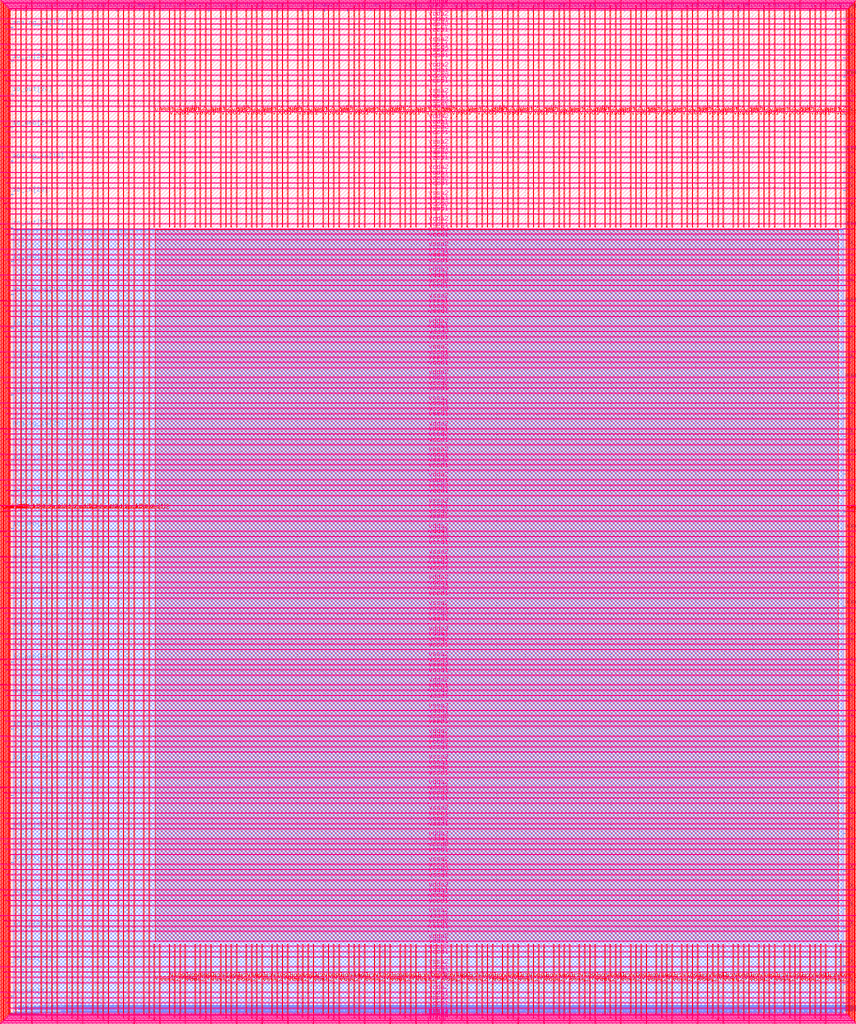
<source format=lef>
VERSION 5.7 ;
  NOWIREEXTENSIONATPIN ON ;
  DIVIDERCHAR "/" ;
  BUSBITCHARS "[]" ;
MACRO user_project_wrapper
  CLASS BLOCK ;
  FOREIGN user_project_wrapper ;
  ORIGIN 0.000 0.000 ;
  SIZE 2920.000 BY 3520.000 ;
  PIN analog_io[0]
    DIRECTION INOUT ;
    USE SIGNAL ;
    PORT
      LAYER met3 ;
        RECT 2917.600 1426.380 2924.800 1427.580 ;
    END
  END analog_io[0]
  PIN analog_io[10]
    DIRECTION INOUT ;
    USE SIGNAL ;
    PORT
      LAYER met2 ;
        RECT 2230.490 3517.600 2231.050 3524.800 ;
    END
  END analog_io[10]
  PIN analog_io[11]
    DIRECTION INOUT ;
    USE SIGNAL ;
    PORT
      LAYER met2 ;
        RECT 1905.730 3517.600 1906.290 3524.800 ;
    END
  END analog_io[11]
  PIN analog_io[12]
    DIRECTION INOUT ;
    USE SIGNAL ;
    PORT
      LAYER met2 ;
        RECT 1581.430 3517.600 1581.990 3524.800 ;
    END
  END analog_io[12]
  PIN analog_io[13]
    DIRECTION INOUT ;
    USE SIGNAL ;
    PORT
      LAYER met2 ;
        RECT 1257.130 3517.600 1257.690 3524.800 ;
    END
  END analog_io[13]
  PIN analog_io[14]
    DIRECTION INOUT ;
    USE SIGNAL ;
    PORT
      LAYER met2 ;
        RECT 932.370 3517.600 932.930 3524.800 ;
    END
  END analog_io[14]
  PIN analog_io[15]
    DIRECTION INOUT ;
    USE SIGNAL ;
    PORT
      LAYER met2 ;
        RECT 608.070 3517.600 608.630 3524.800 ;
    END
  END analog_io[15]
  PIN analog_io[16]
    DIRECTION INOUT ;
    USE SIGNAL ;
    PORT
      LAYER met2 ;
        RECT 283.770 3517.600 284.330 3524.800 ;
    END
  END analog_io[16]
  PIN analog_io[17]
    DIRECTION INOUT ;
    USE SIGNAL ;
    PORT
      LAYER met3 ;
        RECT -4.800 3460.260 2.400 3461.460 ;
    END
  END analog_io[17]
  PIN analog_io[18]
    DIRECTION INOUT ;
    USE SIGNAL ;
    PORT
      LAYER met3 ;
        RECT -4.800 2991.060 2.400 2992.260 ;
    END
  END analog_io[18]
  PIN analog_io[19]
    DIRECTION INOUT ;
    USE SIGNAL ;
    PORT
      LAYER met3 ;
        RECT -4.800 2521.860 2.400 2523.060 ;
    END
  END analog_io[19]
  PIN analog_io[1]
    DIRECTION INOUT ;
    USE SIGNAL ;
    PORT
      LAYER met3 ;
        RECT 2917.600 1692.260 2924.800 1693.460 ;
    END
  END analog_io[1]
  PIN analog_io[20]
    DIRECTION INOUT ;
    USE SIGNAL ;
    PORT
      LAYER met3 ;
        RECT -4.800 2052.660 2.400 2053.860 ;
    END
  END analog_io[20]
  PIN analog_io[21]
    DIRECTION INOUT ;
    USE SIGNAL ;
    PORT
      LAYER met3 ;
        RECT -4.800 1582.780 2.400 1583.980 ;
    END
  END analog_io[21]
  PIN analog_io[22]
    DIRECTION INOUT ;
    USE SIGNAL ;
    PORT
      LAYER met3 ;
        RECT -4.800 1113.580 2.400 1114.780 ;
    END
  END analog_io[22]
  PIN analog_io[2]
    DIRECTION INOUT ;
    USE SIGNAL ;
    PORT
      LAYER met3 ;
        RECT 2917.600 1958.140 2924.800 1959.340 ;
    END
  END analog_io[2]
  PIN analog_io[3]
    DIRECTION INOUT ;
    USE SIGNAL ;
    PORT
      LAYER met3 ;
        RECT 2917.600 2223.340 2924.800 2224.540 ;
    END
  END analog_io[3]
  PIN analog_io[4]
    DIRECTION INOUT ;
    USE SIGNAL ;
    PORT
      LAYER met3 ;
        RECT 2917.600 2489.220 2924.800 2490.420 ;
    END
  END analog_io[4]
  PIN analog_io[5]
    DIRECTION INOUT ;
    USE SIGNAL ;
    PORT
      LAYER met3 ;
        RECT 2917.600 2755.100 2924.800 2756.300 ;
    END
  END analog_io[5]
  PIN analog_io[6]
    DIRECTION INOUT ;
    USE SIGNAL ;
    PORT
      LAYER met3 ;
        RECT 2917.600 3020.300 2924.800 3021.500 ;
    END
  END analog_io[6]
  PIN analog_io[7]
    DIRECTION INOUT ;
    USE SIGNAL ;
    PORT
      LAYER met3 ;
        RECT 2917.600 3286.180 2924.800 3287.380 ;
    END
  END analog_io[7]
  PIN analog_io[8]
    DIRECTION INOUT ;
    USE SIGNAL ;
    PORT
      LAYER met2 ;
        RECT 2879.090 3517.600 2879.650 3524.800 ;
    END
  END analog_io[8]
  PIN analog_io[9]
    DIRECTION INOUT ;
    USE SIGNAL ;
    PORT
      LAYER met2 ;
        RECT 2554.790 3517.600 2555.350 3524.800 ;
    END
  END analog_io[9]
  PIN io_in[0]
    DIRECTION INPUT ;
    USE SIGNAL ;
    PORT
      LAYER met3 ;
        RECT 2917.600 32.380 2924.800 33.580 ;
    END
  END io_in[0]
  PIN io_in[10]
    DIRECTION INPUT ;
    USE SIGNAL ;
    PORT
      LAYER met3 ;
        RECT 2917.600 2289.980 2924.800 2291.180 ;
    END
  END io_in[10]
  PIN io_in[11]
    DIRECTION INPUT ;
    USE SIGNAL ;
    PORT
      LAYER met3 ;
        RECT 2917.600 2555.860 2924.800 2557.060 ;
    END
  END io_in[11]
  PIN io_in[12]
    DIRECTION INPUT ;
    USE SIGNAL ;
    PORT
      LAYER met3 ;
        RECT 2917.600 2821.060 2924.800 2822.260 ;
    END
  END io_in[12]
  PIN io_in[13]
    DIRECTION INPUT ;
    USE SIGNAL ;
    PORT
      LAYER met3 ;
        RECT 2917.600 3086.940 2924.800 3088.140 ;
    END
  END io_in[13]
  PIN io_in[14]
    DIRECTION INPUT ;
    USE SIGNAL ;
    PORT
      LAYER met3 ;
        RECT 2917.600 3352.820 2924.800 3354.020 ;
    END
  END io_in[14]
  PIN io_in[15]
    DIRECTION INPUT ;
    USE SIGNAL ;
    PORT
      LAYER met2 ;
        RECT 2798.130 3517.600 2798.690 3524.800 ;
    END
  END io_in[15]
  PIN io_in[16]
    DIRECTION INPUT ;
    USE SIGNAL ;
    PORT
      LAYER met2 ;
        RECT 2473.830 3517.600 2474.390 3524.800 ;
    END
  END io_in[16]
  PIN io_in[17]
    DIRECTION INPUT ;
    USE SIGNAL ;
    PORT
      LAYER met2 ;
        RECT 2149.070 3517.600 2149.630 3524.800 ;
    END
  END io_in[17]
  PIN io_in[18]
    DIRECTION INPUT ;
    USE SIGNAL ;
    PORT
      LAYER met2 ;
        RECT 1824.770 3517.600 1825.330 3524.800 ;
    END
  END io_in[18]
  PIN io_in[19]
    DIRECTION INPUT ;
    USE SIGNAL ;
    PORT
      LAYER met2 ;
        RECT 1500.470 3517.600 1501.030 3524.800 ;
    END
  END io_in[19]
  PIN io_in[1]
    DIRECTION INPUT ;
    USE SIGNAL ;
    PORT
      LAYER met3 ;
        RECT 2917.600 230.940 2924.800 232.140 ;
    END
  END io_in[1]
  PIN io_in[20]
    DIRECTION INPUT ;
    USE SIGNAL ;
    PORT
      LAYER met2 ;
        RECT 1175.710 3517.600 1176.270 3524.800 ;
    END
  END io_in[20]
  PIN io_in[21]
    DIRECTION INPUT ;
    USE SIGNAL ;
    PORT
      LAYER met2 ;
        RECT 851.410 3517.600 851.970 3524.800 ;
    END
  END io_in[21]
  PIN io_in[22]
    DIRECTION INPUT ;
    USE SIGNAL ;
    PORT
      LAYER met2 ;
        RECT 527.110 3517.600 527.670 3524.800 ;
    END
  END io_in[22]
  PIN io_in[23]
    DIRECTION INPUT ;
    USE SIGNAL ;
    PORT
      LAYER met2 ;
        RECT 202.350 3517.600 202.910 3524.800 ;
    END
  END io_in[23]
  PIN io_in[24]
    DIRECTION INPUT ;
    USE SIGNAL ;
    PORT
      LAYER met3 ;
        RECT -4.800 3342.620 2.400 3343.820 ;
    END
  END io_in[24]
  PIN io_in[25]
    DIRECTION INPUT ;
    USE SIGNAL ;
    PORT
      LAYER met3 ;
        RECT -4.800 2873.420 2.400 2874.620 ;
    END
  END io_in[25]
  PIN io_in[26]
    DIRECTION INPUT ;
    USE SIGNAL ;
    PORT
      LAYER met3 ;
        RECT -4.800 2404.220 2.400 2405.420 ;
    END
  END io_in[26]
  PIN io_in[27]
    DIRECTION INPUT ;
    USE SIGNAL ;
    PORT
      LAYER met3 ;
        RECT -4.800 1935.020 2.400 1936.220 ;
    END
  END io_in[27]
  PIN io_in[28]
    DIRECTION INPUT ;
    USE SIGNAL ;
    PORT
      LAYER met3 ;
        RECT -4.800 1465.820 2.400 1467.020 ;
    END
  END io_in[28]
  PIN io_in[29]
    DIRECTION INPUT ;
    USE SIGNAL ;
    PORT
      LAYER met3 ;
        RECT -4.800 996.620 2.400 997.820 ;
    END
  END io_in[29]
  PIN io_in[2]
    DIRECTION INPUT ;
    USE SIGNAL ;
    PORT
      LAYER met3 ;
        RECT 2917.600 430.180 2924.800 431.380 ;
    END
  END io_in[2]
  PIN io_in[30]
    DIRECTION INPUT ;
    USE SIGNAL ;
    PORT
      LAYER met3 ;
        RECT -4.800 644.380 2.400 645.580 ;
    END
  END io_in[30]
  PIN io_in[31]
    DIRECTION INPUT ;
    USE SIGNAL ;
    PORT
      LAYER met3 ;
        RECT -4.800 292.820 2.400 294.020 ;
    END
  END io_in[31]
  PIN io_in[3]
    DIRECTION INPUT ;
    USE SIGNAL ;
    PORT
      LAYER met3 ;
        RECT 2917.600 629.420 2924.800 630.620 ;
    END
  END io_in[3]
  PIN io_in[4]
    DIRECTION INPUT ;
    USE SIGNAL ;
    PORT
      LAYER met3 ;
        RECT 2917.600 828.660 2924.800 829.860 ;
    END
  END io_in[4]
  PIN io_in[5]
    DIRECTION INPUT ;
    USE SIGNAL ;
    PORT
      LAYER met3 ;
        RECT 2917.600 1027.900 2924.800 1029.100 ;
    END
  END io_in[5]
  PIN io_in[6]
    DIRECTION INPUT ;
    USE SIGNAL ;
    PORT
      LAYER met3 ;
        RECT 2917.600 1227.140 2924.800 1228.340 ;
    END
  END io_in[6]
  PIN io_in[7]
    DIRECTION INPUT ;
    USE SIGNAL ;
    PORT
      LAYER met3 ;
        RECT 2917.600 1493.020 2924.800 1494.220 ;
    END
  END io_in[7]
  PIN io_in[8]
    DIRECTION INPUT ;
    USE SIGNAL ;
    PORT
      LAYER met3 ;
        RECT 2917.600 1758.900 2924.800 1760.100 ;
    END
  END io_in[8]
  PIN io_in[9]
    DIRECTION INPUT ;
    USE SIGNAL ;
    PORT
      LAYER met3 ;
        RECT 2917.600 2024.100 2924.800 2025.300 ;
    END
  END io_in[9]
  PIN io_oeb[0]
    DIRECTION OUTPUT TRISTATE ;
    USE SIGNAL ;
    PORT
      LAYER met3 ;
        RECT 2917.600 164.980 2924.800 166.180 ;
    END
  END io_oeb[0]
  PIN io_oeb[10]
    DIRECTION OUTPUT TRISTATE ;
    USE SIGNAL ;
    PORT
      LAYER met3 ;
        RECT 2917.600 2422.580 2924.800 2423.780 ;
    END
  END io_oeb[10]
  PIN io_oeb[11]
    DIRECTION OUTPUT TRISTATE ;
    USE SIGNAL ;
    PORT
      LAYER met3 ;
        RECT 2917.600 2688.460 2924.800 2689.660 ;
    END
  END io_oeb[11]
  PIN io_oeb[12]
    DIRECTION OUTPUT TRISTATE ;
    USE SIGNAL ;
    PORT
      LAYER met3 ;
        RECT 2917.600 2954.340 2924.800 2955.540 ;
    END
  END io_oeb[12]
  PIN io_oeb[13]
    DIRECTION OUTPUT TRISTATE ;
    USE SIGNAL ;
    PORT
      LAYER met3 ;
        RECT 2917.600 3219.540 2924.800 3220.740 ;
    END
  END io_oeb[13]
  PIN io_oeb[14]
    DIRECTION OUTPUT TRISTATE ;
    USE SIGNAL ;
    PORT
      LAYER met3 ;
        RECT 2917.600 3485.420 2924.800 3486.620 ;
    END
  END io_oeb[14]
  PIN io_oeb[15]
    DIRECTION OUTPUT TRISTATE ;
    USE SIGNAL ;
    PORT
      LAYER met2 ;
        RECT 2635.750 3517.600 2636.310 3524.800 ;
    END
  END io_oeb[15]
  PIN io_oeb[16]
    DIRECTION OUTPUT TRISTATE ;
    USE SIGNAL ;
    PORT
      LAYER met2 ;
        RECT 2311.450 3517.600 2312.010 3524.800 ;
    END
  END io_oeb[16]
  PIN io_oeb[17]
    DIRECTION OUTPUT TRISTATE ;
    USE SIGNAL ;
    PORT
      LAYER met2 ;
        RECT 1987.150 3517.600 1987.710 3524.800 ;
    END
  END io_oeb[17]
  PIN io_oeb[18]
    DIRECTION OUTPUT TRISTATE ;
    USE SIGNAL ;
    PORT
      LAYER met2 ;
        RECT 1662.390 3517.600 1662.950 3524.800 ;
    END
  END io_oeb[18]
  PIN io_oeb[19]
    DIRECTION OUTPUT TRISTATE ;
    USE SIGNAL ;
    PORT
      LAYER met2 ;
        RECT 1338.090 3517.600 1338.650 3524.800 ;
    END
  END io_oeb[19]
  PIN io_oeb[1]
    DIRECTION OUTPUT TRISTATE ;
    USE SIGNAL ;
    PORT
      LAYER met3 ;
        RECT 2917.600 364.220 2924.800 365.420 ;
    END
  END io_oeb[1]
  PIN io_oeb[20]
    DIRECTION OUTPUT TRISTATE ;
    USE SIGNAL ;
    PORT
      LAYER met2 ;
        RECT 1013.790 3517.600 1014.350 3524.800 ;
    END
  END io_oeb[20]
  PIN io_oeb[21]
    DIRECTION OUTPUT TRISTATE ;
    USE SIGNAL ;
    PORT
      LAYER met2 ;
        RECT 689.030 3517.600 689.590 3524.800 ;
    END
  END io_oeb[21]
  PIN io_oeb[22]
    DIRECTION OUTPUT TRISTATE ;
    USE SIGNAL ;
    PORT
      LAYER met2 ;
        RECT 364.730 3517.600 365.290 3524.800 ;
    END
  END io_oeb[22]
  PIN io_oeb[23]
    DIRECTION OUTPUT TRISTATE ;
    USE SIGNAL ;
    PORT
      LAYER met2 ;
        RECT 40.430 3517.600 40.990 3524.800 ;
    END
  END io_oeb[23]
  PIN io_oeb[24]
    DIRECTION OUTPUT TRISTATE ;
    USE SIGNAL ;
    PORT
      LAYER met3 ;
        RECT -4.800 3108.020 2.400 3109.220 ;
    END
  END io_oeb[24]
  PIN io_oeb[25]
    DIRECTION OUTPUT TRISTATE ;
    USE SIGNAL ;
    PORT
      LAYER met3 ;
        RECT -4.800 2638.820 2.400 2640.020 ;
    END
  END io_oeb[25]
  PIN io_oeb[26]
    DIRECTION OUTPUT TRISTATE ;
    USE SIGNAL ;
    PORT
      LAYER met3 ;
        RECT -4.800 2169.620 2.400 2170.820 ;
    END
  END io_oeb[26]
  PIN io_oeb[27]
    DIRECTION OUTPUT TRISTATE ;
    USE SIGNAL ;
    PORT
      LAYER met3 ;
        RECT -4.800 1700.420 2.400 1701.620 ;
    END
  END io_oeb[27]
  PIN io_oeb[28]
    DIRECTION OUTPUT TRISTATE ;
    USE SIGNAL ;
    PORT
      LAYER met3 ;
        RECT -4.800 1231.220 2.400 1232.420 ;
    END
  END io_oeb[28]
  PIN io_oeb[29]
    DIRECTION OUTPUT TRISTATE ;
    USE SIGNAL ;
    PORT
      LAYER met3 ;
        RECT -4.800 762.020 2.400 763.220 ;
    END
  END io_oeb[29]
  PIN io_oeb[2]
    DIRECTION OUTPUT TRISTATE ;
    USE SIGNAL ;
    PORT
      LAYER met3 ;
        RECT 2917.600 563.460 2924.800 564.660 ;
    END
  END io_oeb[2]
  PIN io_oeb[30]
    DIRECTION OUTPUT TRISTATE ;
    USE SIGNAL ;
    PORT
      LAYER met3 ;
        RECT -4.800 409.780 2.400 410.980 ;
    END
  END io_oeb[30]
  PIN io_oeb[31]
    DIRECTION OUTPUT TRISTATE ;
    USE SIGNAL ;
    PORT
      LAYER met3 ;
        RECT -4.800 58.220 2.400 59.420 ;
    END
  END io_oeb[31]
  PIN io_oeb[3]
    DIRECTION OUTPUT TRISTATE ;
    USE SIGNAL ;
    PORT
      LAYER met3 ;
        RECT 2917.600 762.700 2924.800 763.900 ;
    END
  END io_oeb[3]
  PIN io_oeb[4]
    DIRECTION OUTPUT TRISTATE ;
    USE SIGNAL ;
    PORT
      LAYER met3 ;
        RECT 2917.600 961.940 2924.800 963.140 ;
    END
  END io_oeb[4]
  PIN io_oeb[5]
    DIRECTION OUTPUT TRISTATE ;
    USE SIGNAL ;
    PORT
      LAYER met3 ;
        RECT 2917.600 1161.180 2924.800 1162.380 ;
    END
  END io_oeb[5]
  PIN io_oeb[6]
    DIRECTION OUTPUT TRISTATE ;
    USE SIGNAL ;
    PORT
      LAYER met3 ;
        RECT 2917.600 1360.420 2924.800 1361.620 ;
    END
  END io_oeb[6]
  PIN io_oeb[7]
    DIRECTION OUTPUT TRISTATE ;
    USE SIGNAL ;
    PORT
      LAYER met3 ;
        RECT 2917.600 1625.620 2924.800 1626.820 ;
    END
  END io_oeb[7]
  PIN io_oeb[8]
    DIRECTION OUTPUT TRISTATE ;
    USE SIGNAL ;
    PORT
      LAYER met3 ;
        RECT 2917.600 1891.500 2924.800 1892.700 ;
    END
  END io_oeb[8]
  PIN io_oeb[9]
    DIRECTION OUTPUT TRISTATE ;
    USE SIGNAL ;
    PORT
      LAYER met3 ;
        RECT 2917.600 2157.380 2924.800 2158.580 ;
    END
  END io_oeb[9]
  PIN io_out[0]
    DIRECTION OUTPUT TRISTATE ;
    USE SIGNAL ;
    PORT
      LAYER met3 ;
        RECT 2917.600 98.340 2924.800 99.540 ;
    END
  END io_out[0]
  PIN io_out[10]
    DIRECTION OUTPUT TRISTATE ;
    USE SIGNAL ;
    PORT
      LAYER met3 ;
        RECT 2917.600 2356.620 2924.800 2357.820 ;
    END
  END io_out[10]
  PIN io_out[11]
    DIRECTION OUTPUT TRISTATE ;
    USE SIGNAL ;
    PORT
      LAYER met3 ;
        RECT 2917.600 2621.820 2924.800 2623.020 ;
    END
  END io_out[11]
  PIN io_out[12]
    DIRECTION OUTPUT TRISTATE ;
    USE SIGNAL ;
    PORT
      LAYER met3 ;
        RECT 2917.600 2887.700 2924.800 2888.900 ;
    END
  END io_out[12]
  PIN io_out[13]
    DIRECTION OUTPUT TRISTATE ;
    USE SIGNAL ;
    PORT
      LAYER met3 ;
        RECT 2917.600 3153.580 2924.800 3154.780 ;
    END
  END io_out[13]
  PIN io_out[14]
    DIRECTION OUTPUT TRISTATE ;
    USE SIGNAL ;
    PORT
      LAYER met3 ;
        RECT 2917.600 3418.780 2924.800 3419.980 ;
    END
  END io_out[14]
  PIN io_out[15]
    DIRECTION OUTPUT TRISTATE ;
    USE SIGNAL ;
    PORT
      LAYER met2 ;
        RECT 2717.170 3517.600 2717.730 3524.800 ;
    END
  END io_out[15]
  PIN io_out[16]
    DIRECTION OUTPUT TRISTATE ;
    USE SIGNAL ;
    PORT
      LAYER met2 ;
        RECT 2392.410 3517.600 2392.970 3524.800 ;
    END
  END io_out[16]
  PIN io_out[17]
    DIRECTION OUTPUT TRISTATE ;
    USE SIGNAL ;
    PORT
      LAYER met2 ;
        RECT 2068.110 3517.600 2068.670 3524.800 ;
    END
  END io_out[17]
  PIN io_out[18]
    DIRECTION OUTPUT TRISTATE ;
    USE SIGNAL ;
    PORT
      LAYER met2 ;
        RECT 1743.810 3517.600 1744.370 3524.800 ;
    END
  END io_out[18]
  PIN io_out[19]
    DIRECTION OUTPUT TRISTATE ;
    USE SIGNAL ;
    PORT
      LAYER met2 ;
        RECT 1419.050 3517.600 1419.610 3524.800 ;
    END
  END io_out[19]
  PIN io_out[1]
    DIRECTION OUTPUT TRISTATE ;
    USE SIGNAL ;
    PORT
      LAYER met3 ;
        RECT 2917.600 297.580 2924.800 298.780 ;
    END
  END io_out[1]
  PIN io_out[20]
    DIRECTION OUTPUT TRISTATE ;
    USE SIGNAL ;
    PORT
      LAYER met2 ;
        RECT 1094.750 3517.600 1095.310 3524.800 ;
    END
  END io_out[20]
  PIN io_out[21]
    DIRECTION OUTPUT TRISTATE ;
    USE SIGNAL ;
    PORT
      LAYER met2 ;
        RECT 770.450 3517.600 771.010 3524.800 ;
    END
  END io_out[21]
  PIN io_out[22]
    DIRECTION OUTPUT TRISTATE ;
    USE SIGNAL ;
    PORT
      LAYER met2 ;
        RECT 445.690 3517.600 446.250 3524.800 ;
    END
  END io_out[22]
  PIN io_out[23]
    DIRECTION OUTPUT TRISTATE ;
    USE SIGNAL ;
    PORT
      LAYER met2 ;
        RECT 121.390 3517.600 121.950 3524.800 ;
    END
  END io_out[23]
  PIN io_out[24]
    DIRECTION OUTPUT TRISTATE ;
    USE SIGNAL ;
    PORT
      LAYER met3 ;
        RECT -4.800 3225.660 2.400 3226.860 ;
    END
  END io_out[24]
  PIN io_out[25]
    DIRECTION OUTPUT TRISTATE ;
    USE SIGNAL ;
    PORT
      LAYER met3 ;
        RECT -4.800 2756.460 2.400 2757.660 ;
    END
  END io_out[25]
  PIN io_out[26]
    DIRECTION OUTPUT TRISTATE ;
    USE SIGNAL ;
    PORT
      LAYER met3 ;
        RECT -4.800 2287.260 2.400 2288.460 ;
    END
  END io_out[26]
  PIN io_out[27]
    DIRECTION OUTPUT TRISTATE ;
    USE SIGNAL ;
    PORT
      LAYER met3 ;
        RECT -4.800 1818.060 2.400 1819.260 ;
    END
  END io_out[27]
  PIN io_out[28]
    DIRECTION OUTPUT TRISTATE ;
    USE SIGNAL ;
    PORT
      LAYER met3 ;
        RECT -4.800 1348.180 2.400 1349.380 ;
    END
  END io_out[28]
  PIN io_out[29]
    DIRECTION OUTPUT TRISTATE ;
    USE SIGNAL ;
    PORT
      LAYER met3 ;
        RECT -4.800 878.980 2.400 880.180 ;
    END
  END io_out[29]
  PIN io_out[2]
    DIRECTION OUTPUT TRISTATE ;
    USE SIGNAL ;
    PORT
      LAYER met3 ;
        RECT 2917.600 496.820 2924.800 498.020 ;
    END
  END io_out[2]
  PIN io_out[30]
    DIRECTION OUTPUT TRISTATE ;
    USE SIGNAL ;
    PORT
      LAYER met3 ;
        RECT -4.800 527.420 2.400 528.620 ;
    END
  END io_out[30]
  PIN io_out[31]
    DIRECTION OUTPUT TRISTATE ;
    USE SIGNAL ;
    PORT
      LAYER met3 ;
        RECT -4.800 175.180 2.400 176.380 ;
    END
  END io_out[31]
  PIN io_out[3]
    DIRECTION OUTPUT TRISTATE ;
    USE SIGNAL ;
    PORT
      LAYER met3 ;
        RECT 2917.600 696.060 2924.800 697.260 ;
    END
  END io_out[3]
  PIN io_out[4]
    DIRECTION OUTPUT TRISTATE ;
    USE SIGNAL ;
    PORT
      LAYER met3 ;
        RECT 2917.600 895.300 2924.800 896.500 ;
    END
  END io_out[4]
  PIN io_out[5]
    DIRECTION OUTPUT TRISTATE ;
    USE SIGNAL ;
    PORT
      LAYER met3 ;
        RECT 2917.600 1094.540 2924.800 1095.740 ;
    END
  END io_out[5]
  PIN io_out[6]
    DIRECTION OUTPUT TRISTATE ;
    USE SIGNAL ;
    PORT
      LAYER met3 ;
        RECT 2917.600 1293.780 2924.800 1294.980 ;
    END
  END io_out[6]
  PIN io_out[7]
    DIRECTION OUTPUT TRISTATE ;
    USE SIGNAL ;
    PORT
      LAYER met3 ;
        RECT 2917.600 1559.660 2924.800 1560.860 ;
    END
  END io_out[7]
  PIN io_out[8]
    DIRECTION OUTPUT TRISTATE ;
    USE SIGNAL ;
    PORT
      LAYER met3 ;
        RECT 2917.600 1824.860 2924.800 1826.060 ;
    END
  END io_out[8]
  PIN io_out[9]
    DIRECTION OUTPUT TRISTATE ;
    USE SIGNAL ;
    PORT
      LAYER met3 ;
        RECT 2917.600 2090.740 2924.800 2091.940 ;
    END
  END io_out[9]
  PIN la_data_in[0]
    DIRECTION INPUT ;
    USE SIGNAL ;
    PORT
      LAYER met2 ;
        RECT 629.230 -4.800 629.790 2.400 ;
    END
  END la_data_in[0]
  PIN la_data_in[100]
    DIRECTION INPUT ;
    USE SIGNAL ;
    PORT
      LAYER met2 ;
        RECT 2402.530 -4.800 2403.090 2.400 ;
    END
  END la_data_in[100]
  PIN la_data_in[101]
    DIRECTION INPUT ;
    USE SIGNAL ;
    PORT
      LAYER met2 ;
        RECT 2420.010 -4.800 2420.570 2.400 ;
    END
  END la_data_in[101]
  PIN la_data_in[102]
    DIRECTION INPUT ;
    USE SIGNAL ;
    PORT
      LAYER met2 ;
        RECT 2437.950 -4.800 2438.510 2.400 ;
    END
  END la_data_in[102]
  PIN la_data_in[103]
    DIRECTION INPUT ;
    USE SIGNAL ;
    PORT
      LAYER met2 ;
        RECT 2455.430 -4.800 2455.990 2.400 ;
    END
  END la_data_in[103]
  PIN la_data_in[104]
    DIRECTION INPUT ;
    USE SIGNAL ;
    PORT
      LAYER met2 ;
        RECT 2473.370 -4.800 2473.930 2.400 ;
    END
  END la_data_in[104]
  PIN la_data_in[105]
    DIRECTION INPUT ;
    USE SIGNAL ;
    PORT
      LAYER met2 ;
        RECT 2490.850 -4.800 2491.410 2.400 ;
    END
  END la_data_in[105]
  PIN la_data_in[106]
    DIRECTION INPUT ;
    USE SIGNAL ;
    PORT
      LAYER met2 ;
        RECT 2508.790 -4.800 2509.350 2.400 ;
    END
  END la_data_in[106]
  PIN la_data_in[107]
    DIRECTION INPUT ;
    USE SIGNAL ;
    PORT
      LAYER met2 ;
        RECT 2526.730 -4.800 2527.290 2.400 ;
    END
  END la_data_in[107]
  PIN la_data_in[108]
    DIRECTION INPUT ;
    USE SIGNAL ;
    PORT
      LAYER met2 ;
        RECT 2544.210 -4.800 2544.770 2.400 ;
    END
  END la_data_in[108]
  PIN la_data_in[109]
    DIRECTION INPUT ;
    USE SIGNAL ;
    PORT
      LAYER met2 ;
        RECT 2562.150 -4.800 2562.710 2.400 ;
    END
  END la_data_in[109]
  PIN la_data_in[10]
    DIRECTION INPUT ;
    USE SIGNAL ;
    PORT
      LAYER met2 ;
        RECT 806.330 -4.800 806.890 2.400 ;
    END
  END la_data_in[10]
  PIN la_data_in[110]
    DIRECTION INPUT ;
    USE SIGNAL ;
    PORT
      LAYER met2 ;
        RECT 2579.630 -4.800 2580.190 2.400 ;
    END
  END la_data_in[110]
  PIN la_data_in[111]
    DIRECTION INPUT ;
    USE SIGNAL ;
    PORT
      LAYER met2 ;
        RECT 2597.570 -4.800 2598.130 2.400 ;
    END
  END la_data_in[111]
  PIN la_data_in[112]
    DIRECTION INPUT ;
    USE SIGNAL ;
    PORT
      LAYER met2 ;
        RECT 2615.050 -4.800 2615.610 2.400 ;
    END
  END la_data_in[112]
  PIN la_data_in[113]
    DIRECTION INPUT ;
    USE SIGNAL ;
    PORT
      LAYER met2 ;
        RECT 2632.990 -4.800 2633.550 2.400 ;
    END
  END la_data_in[113]
  PIN la_data_in[114]
    DIRECTION INPUT ;
    USE SIGNAL ;
    PORT
      LAYER met2 ;
        RECT 2650.470 -4.800 2651.030 2.400 ;
    END
  END la_data_in[114]
  PIN la_data_in[115]
    DIRECTION INPUT ;
    USE SIGNAL ;
    PORT
      LAYER met2 ;
        RECT 2668.410 -4.800 2668.970 2.400 ;
    END
  END la_data_in[115]
  PIN la_data_in[116]
    DIRECTION INPUT ;
    USE SIGNAL ;
    PORT
      LAYER met2 ;
        RECT 2685.890 -4.800 2686.450 2.400 ;
    END
  END la_data_in[116]
  PIN la_data_in[117]
    DIRECTION INPUT ;
    USE SIGNAL ;
    PORT
      LAYER met2 ;
        RECT 2703.830 -4.800 2704.390 2.400 ;
    END
  END la_data_in[117]
  PIN la_data_in[118]
    DIRECTION INPUT ;
    USE SIGNAL ;
    PORT
      LAYER met2 ;
        RECT 2721.770 -4.800 2722.330 2.400 ;
    END
  END la_data_in[118]
  PIN la_data_in[119]
    DIRECTION INPUT ;
    USE SIGNAL ;
    PORT
      LAYER met2 ;
        RECT 2739.250 -4.800 2739.810 2.400 ;
    END
  END la_data_in[119]
  PIN la_data_in[11]
    DIRECTION INPUT ;
    USE SIGNAL ;
    PORT
      LAYER met2 ;
        RECT 824.270 -4.800 824.830 2.400 ;
    END
  END la_data_in[11]
  PIN la_data_in[120]
    DIRECTION INPUT ;
    USE SIGNAL ;
    PORT
      LAYER met2 ;
        RECT 2757.190 -4.800 2757.750 2.400 ;
    END
  END la_data_in[120]
  PIN la_data_in[121]
    DIRECTION INPUT ;
    USE SIGNAL ;
    PORT
      LAYER met2 ;
        RECT 2774.670 -4.800 2775.230 2.400 ;
    END
  END la_data_in[121]
  PIN la_data_in[122]
    DIRECTION INPUT ;
    USE SIGNAL ;
    PORT
      LAYER met2 ;
        RECT 2792.610 -4.800 2793.170 2.400 ;
    END
  END la_data_in[122]
  PIN la_data_in[123]
    DIRECTION INPUT ;
    USE SIGNAL ;
    PORT
      LAYER met2 ;
        RECT 2810.090 -4.800 2810.650 2.400 ;
    END
  END la_data_in[123]
  PIN la_data_in[124]
    DIRECTION INPUT ;
    USE SIGNAL ;
    PORT
      LAYER met2 ;
        RECT 2828.030 -4.800 2828.590 2.400 ;
    END
  END la_data_in[124]
  PIN la_data_in[125]
    DIRECTION INPUT ;
    USE SIGNAL ;
    PORT
      LAYER met2 ;
        RECT 2845.510 -4.800 2846.070 2.400 ;
    END
  END la_data_in[125]
  PIN la_data_in[126]
    DIRECTION INPUT ;
    USE SIGNAL ;
    PORT
      LAYER met2 ;
        RECT 2863.450 -4.800 2864.010 2.400 ;
    END
  END la_data_in[126]
  PIN la_data_in[127]
    DIRECTION INPUT ;
    USE SIGNAL ;
    PORT
      LAYER met2 ;
        RECT 2881.390 -4.800 2881.950 2.400 ;
    END
  END la_data_in[127]
  PIN la_data_in[12]
    DIRECTION INPUT ;
    USE SIGNAL ;
    PORT
      LAYER met2 ;
        RECT 841.750 -4.800 842.310 2.400 ;
    END
  END la_data_in[12]
  PIN la_data_in[13]
    DIRECTION INPUT ;
    USE SIGNAL ;
    PORT
      LAYER met2 ;
        RECT 859.690 -4.800 860.250 2.400 ;
    END
  END la_data_in[13]
  PIN la_data_in[14]
    DIRECTION INPUT ;
    USE SIGNAL ;
    PORT
      LAYER met2 ;
        RECT 877.170 -4.800 877.730 2.400 ;
    END
  END la_data_in[14]
  PIN la_data_in[15]
    DIRECTION INPUT ;
    USE SIGNAL ;
    PORT
      LAYER met2 ;
        RECT 895.110 -4.800 895.670 2.400 ;
    END
  END la_data_in[15]
  PIN la_data_in[16]
    DIRECTION INPUT ;
    USE SIGNAL ;
    PORT
      LAYER met2 ;
        RECT 912.590 -4.800 913.150 2.400 ;
    END
  END la_data_in[16]
  PIN la_data_in[17]
    DIRECTION INPUT ;
    USE SIGNAL ;
    PORT
      LAYER met2 ;
        RECT 930.530 -4.800 931.090 2.400 ;
    END
  END la_data_in[17]
  PIN la_data_in[18]
    DIRECTION INPUT ;
    USE SIGNAL ;
    PORT
      LAYER met2 ;
        RECT 948.470 -4.800 949.030 2.400 ;
    END
  END la_data_in[18]
  PIN la_data_in[19]
    DIRECTION INPUT ;
    USE SIGNAL ;
    PORT
      LAYER met2 ;
        RECT 965.950 -4.800 966.510 2.400 ;
    END
  END la_data_in[19]
  PIN la_data_in[1]
    DIRECTION INPUT ;
    USE SIGNAL ;
    PORT
      LAYER met2 ;
        RECT 646.710 -4.800 647.270 2.400 ;
    END
  END la_data_in[1]
  PIN la_data_in[20]
    DIRECTION INPUT ;
    USE SIGNAL ;
    PORT
      LAYER met2 ;
        RECT 983.890 -4.800 984.450 2.400 ;
    END
  END la_data_in[20]
  PIN la_data_in[21]
    DIRECTION INPUT ;
    USE SIGNAL ;
    PORT
      LAYER met2 ;
        RECT 1001.370 -4.800 1001.930 2.400 ;
    END
  END la_data_in[21]
  PIN la_data_in[22]
    DIRECTION INPUT ;
    USE SIGNAL ;
    PORT
      LAYER met2 ;
        RECT 1019.310 -4.800 1019.870 2.400 ;
    END
  END la_data_in[22]
  PIN la_data_in[23]
    DIRECTION INPUT ;
    USE SIGNAL ;
    PORT
      LAYER met2 ;
        RECT 1036.790 -4.800 1037.350 2.400 ;
    END
  END la_data_in[23]
  PIN la_data_in[24]
    DIRECTION INPUT ;
    USE SIGNAL ;
    PORT
      LAYER met2 ;
        RECT 1054.730 -4.800 1055.290 2.400 ;
    END
  END la_data_in[24]
  PIN la_data_in[25]
    DIRECTION INPUT ;
    USE SIGNAL ;
    PORT
      LAYER met2 ;
        RECT 1072.210 -4.800 1072.770 2.400 ;
    END
  END la_data_in[25]
  PIN la_data_in[26]
    DIRECTION INPUT ;
    USE SIGNAL ;
    PORT
      LAYER met2 ;
        RECT 1090.150 -4.800 1090.710 2.400 ;
    END
  END la_data_in[26]
  PIN la_data_in[27]
    DIRECTION INPUT ;
    USE SIGNAL ;
    PORT
      LAYER met2 ;
        RECT 1107.630 -4.800 1108.190 2.400 ;
    END
  END la_data_in[27]
  PIN la_data_in[28]
    DIRECTION INPUT ;
    USE SIGNAL ;
    PORT
      LAYER met2 ;
        RECT 1125.570 -4.800 1126.130 2.400 ;
    END
  END la_data_in[28]
  PIN la_data_in[29]
    DIRECTION INPUT ;
    USE SIGNAL ;
    PORT
      LAYER met2 ;
        RECT 1143.510 -4.800 1144.070 2.400 ;
    END
  END la_data_in[29]
  PIN la_data_in[2]
    DIRECTION INPUT ;
    USE SIGNAL ;
    PORT
      LAYER met2 ;
        RECT 664.650 -4.800 665.210 2.400 ;
    END
  END la_data_in[2]
  PIN la_data_in[30]
    DIRECTION INPUT ;
    USE SIGNAL ;
    PORT
      LAYER met2 ;
        RECT 1160.990 -4.800 1161.550 2.400 ;
    END
  END la_data_in[30]
  PIN la_data_in[31]
    DIRECTION INPUT ;
    USE SIGNAL ;
    PORT
      LAYER met2 ;
        RECT 1178.930 -4.800 1179.490 2.400 ;
    END
  END la_data_in[31]
  PIN la_data_in[32]
    DIRECTION INPUT ;
    USE SIGNAL ;
    PORT
      LAYER met2 ;
        RECT 1196.410 -4.800 1196.970 2.400 ;
    END
  END la_data_in[32]
  PIN la_data_in[33]
    DIRECTION INPUT ;
    USE SIGNAL ;
    PORT
      LAYER met2 ;
        RECT 1214.350 -4.800 1214.910 2.400 ;
    END
  END la_data_in[33]
  PIN la_data_in[34]
    DIRECTION INPUT ;
    USE SIGNAL ;
    PORT
      LAYER met2 ;
        RECT 1231.830 -4.800 1232.390 2.400 ;
    END
  END la_data_in[34]
  PIN la_data_in[35]
    DIRECTION INPUT ;
    USE SIGNAL ;
    PORT
      LAYER met2 ;
        RECT 1249.770 -4.800 1250.330 2.400 ;
    END
  END la_data_in[35]
  PIN la_data_in[36]
    DIRECTION INPUT ;
    USE SIGNAL ;
    PORT
      LAYER met2 ;
        RECT 1267.250 -4.800 1267.810 2.400 ;
    END
  END la_data_in[36]
  PIN la_data_in[37]
    DIRECTION INPUT ;
    USE SIGNAL ;
    PORT
      LAYER met2 ;
        RECT 1285.190 -4.800 1285.750 2.400 ;
    END
  END la_data_in[37]
  PIN la_data_in[38]
    DIRECTION INPUT ;
    USE SIGNAL ;
    PORT
      LAYER met2 ;
        RECT 1303.130 -4.800 1303.690 2.400 ;
    END
  END la_data_in[38]
  PIN la_data_in[39]
    DIRECTION INPUT ;
    USE SIGNAL ;
    PORT
      LAYER met2 ;
        RECT 1320.610 -4.800 1321.170 2.400 ;
    END
  END la_data_in[39]
  PIN la_data_in[3]
    DIRECTION INPUT ;
    USE SIGNAL ;
    PORT
      LAYER met2 ;
        RECT 682.130 -4.800 682.690 2.400 ;
    END
  END la_data_in[3]
  PIN la_data_in[40]
    DIRECTION INPUT ;
    USE SIGNAL ;
    PORT
      LAYER met2 ;
        RECT 1338.550 -4.800 1339.110 2.400 ;
    END
  END la_data_in[40]
  PIN la_data_in[41]
    DIRECTION INPUT ;
    USE SIGNAL ;
    PORT
      LAYER met2 ;
        RECT 1356.030 -4.800 1356.590 2.400 ;
    END
  END la_data_in[41]
  PIN la_data_in[42]
    DIRECTION INPUT ;
    USE SIGNAL ;
    PORT
      LAYER met2 ;
        RECT 1373.970 -4.800 1374.530 2.400 ;
    END
  END la_data_in[42]
  PIN la_data_in[43]
    DIRECTION INPUT ;
    USE SIGNAL ;
    PORT
      LAYER met2 ;
        RECT 1391.450 -4.800 1392.010 2.400 ;
    END
  END la_data_in[43]
  PIN la_data_in[44]
    DIRECTION INPUT ;
    USE SIGNAL ;
    PORT
      LAYER met2 ;
        RECT 1409.390 -4.800 1409.950 2.400 ;
    END
  END la_data_in[44]
  PIN la_data_in[45]
    DIRECTION INPUT ;
    USE SIGNAL ;
    PORT
      LAYER met2 ;
        RECT 1426.870 -4.800 1427.430 2.400 ;
    END
  END la_data_in[45]
  PIN la_data_in[46]
    DIRECTION INPUT ;
    USE SIGNAL ;
    PORT
      LAYER met2 ;
        RECT 1444.810 -4.800 1445.370 2.400 ;
    END
  END la_data_in[46]
  PIN la_data_in[47]
    DIRECTION INPUT ;
    USE SIGNAL ;
    PORT
      LAYER met2 ;
        RECT 1462.750 -4.800 1463.310 2.400 ;
    END
  END la_data_in[47]
  PIN la_data_in[48]
    DIRECTION INPUT ;
    USE SIGNAL ;
    PORT
      LAYER met2 ;
        RECT 1480.230 -4.800 1480.790 2.400 ;
    END
  END la_data_in[48]
  PIN la_data_in[49]
    DIRECTION INPUT ;
    USE SIGNAL ;
    PORT
      LAYER met2 ;
        RECT 1498.170 -4.800 1498.730 2.400 ;
    END
  END la_data_in[49]
  PIN la_data_in[4]
    DIRECTION INPUT ;
    USE SIGNAL ;
    PORT
      LAYER met2 ;
        RECT 700.070 -4.800 700.630 2.400 ;
    END
  END la_data_in[4]
  PIN la_data_in[50]
    DIRECTION INPUT ;
    USE SIGNAL ;
    PORT
      LAYER met2 ;
        RECT 1515.650 -4.800 1516.210 2.400 ;
    END
  END la_data_in[50]
  PIN la_data_in[51]
    DIRECTION INPUT ;
    USE SIGNAL ;
    PORT
      LAYER met2 ;
        RECT 1533.590 -4.800 1534.150 2.400 ;
    END
  END la_data_in[51]
  PIN la_data_in[52]
    DIRECTION INPUT ;
    USE SIGNAL ;
    PORT
      LAYER met2 ;
        RECT 1551.070 -4.800 1551.630 2.400 ;
    END
  END la_data_in[52]
  PIN la_data_in[53]
    DIRECTION INPUT ;
    USE SIGNAL ;
    PORT
      LAYER met2 ;
        RECT 1569.010 -4.800 1569.570 2.400 ;
    END
  END la_data_in[53]
  PIN la_data_in[54]
    DIRECTION INPUT ;
    USE SIGNAL ;
    PORT
      LAYER met2 ;
        RECT 1586.490 -4.800 1587.050 2.400 ;
    END
  END la_data_in[54]
  PIN la_data_in[55]
    DIRECTION INPUT ;
    USE SIGNAL ;
    PORT
      LAYER met2 ;
        RECT 1604.430 -4.800 1604.990 2.400 ;
    END
  END la_data_in[55]
  PIN la_data_in[56]
    DIRECTION INPUT ;
    USE SIGNAL ;
    PORT
      LAYER met2 ;
        RECT 1621.910 -4.800 1622.470 2.400 ;
    END
  END la_data_in[56]
  PIN la_data_in[57]
    DIRECTION INPUT ;
    USE SIGNAL ;
    PORT
      LAYER met2 ;
        RECT 1639.850 -4.800 1640.410 2.400 ;
    END
  END la_data_in[57]
  PIN la_data_in[58]
    DIRECTION INPUT ;
    USE SIGNAL ;
    PORT
      LAYER met2 ;
        RECT 1657.790 -4.800 1658.350 2.400 ;
    END
  END la_data_in[58]
  PIN la_data_in[59]
    DIRECTION INPUT ;
    USE SIGNAL ;
    PORT
      LAYER met2 ;
        RECT 1675.270 -4.800 1675.830 2.400 ;
    END
  END la_data_in[59]
  PIN la_data_in[5]
    DIRECTION INPUT ;
    USE SIGNAL ;
    PORT
      LAYER met2 ;
        RECT 717.550 -4.800 718.110 2.400 ;
    END
  END la_data_in[5]
  PIN la_data_in[60]
    DIRECTION INPUT ;
    USE SIGNAL ;
    PORT
      LAYER met2 ;
        RECT 1693.210 -4.800 1693.770 2.400 ;
    END
  END la_data_in[60]
  PIN la_data_in[61]
    DIRECTION INPUT ;
    USE SIGNAL ;
    PORT
      LAYER met2 ;
        RECT 1710.690 -4.800 1711.250 2.400 ;
    END
  END la_data_in[61]
  PIN la_data_in[62]
    DIRECTION INPUT ;
    USE SIGNAL ;
    PORT
      LAYER met2 ;
        RECT 1728.630 -4.800 1729.190 2.400 ;
    END
  END la_data_in[62]
  PIN la_data_in[63]
    DIRECTION INPUT ;
    USE SIGNAL ;
    PORT
      LAYER met2 ;
        RECT 1746.110 -4.800 1746.670 2.400 ;
    END
  END la_data_in[63]
  PIN la_data_in[64]
    DIRECTION INPUT ;
    USE SIGNAL ;
    PORT
      LAYER met2 ;
        RECT 1764.050 -4.800 1764.610 2.400 ;
    END
  END la_data_in[64]
  PIN la_data_in[65]
    DIRECTION INPUT ;
    USE SIGNAL ;
    PORT
      LAYER met2 ;
        RECT 1781.530 -4.800 1782.090 2.400 ;
    END
  END la_data_in[65]
  PIN la_data_in[66]
    DIRECTION INPUT ;
    USE SIGNAL ;
    PORT
      LAYER met2 ;
        RECT 1799.470 -4.800 1800.030 2.400 ;
    END
  END la_data_in[66]
  PIN la_data_in[67]
    DIRECTION INPUT ;
    USE SIGNAL ;
    PORT
      LAYER met2 ;
        RECT 1817.410 -4.800 1817.970 2.400 ;
    END
  END la_data_in[67]
  PIN la_data_in[68]
    DIRECTION INPUT ;
    USE SIGNAL ;
    PORT
      LAYER met2 ;
        RECT 1834.890 -4.800 1835.450 2.400 ;
    END
  END la_data_in[68]
  PIN la_data_in[69]
    DIRECTION INPUT ;
    USE SIGNAL ;
    PORT
      LAYER met2 ;
        RECT 1852.830 -4.800 1853.390 2.400 ;
    END
  END la_data_in[69]
  PIN la_data_in[6]
    DIRECTION INPUT ;
    USE SIGNAL ;
    PORT
      LAYER met2 ;
        RECT 735.490 -4.800 736.050 2.400 ;
    END
  END la_data_in[6]
  PIN la_data_in[70]
    DIRECTION INPUT ;
    USE SIGNAL ;
    PORT
      LAYER met2 ;
        RECT 1870.310 -4.800 1870.870 2.400 ;
    END
  END la_data_in[70]
  PIN la_data_in[71]
    DIRECTION INPUT ;
    USE SIGNAL ;
    PORT
      LAYER met2 ;
        RECT 1888.250 -4.800 1888.810 2.400 ;
    END
  END la_data_in[71]
  PIN la_data_in[72]
    DIRECTION INPUT ;
    USE SIGNAL ;
    PORT
      LAYER met2 ;
        RECT 1905.730 -4.800 1906.290 2.400 ;
    END
  END la_data_in[72]
  PIN la_data_in[73]
    DIRECTION INPUT ;
    USE SIGNAL ;
    PORT
      LAYER met2 ;
        RECT 1923.670 -4.800 1924.230 2.400 ;
    END
  END la_data_in[73]
  PIN la_data_in[74]
    DIRECTION INPUT ;
    USE SIGNAL ;
    PORT
      LAYER met2 ;
        RECT 1941.150 -4.800 1941.710 2.400 ;
    END
  END la_data_in[74]
  PIN la_data_in[75]
    DIRECTION INPUT ;
    USE SIGNAL ;
    PORT
      LAYER met2 ;
        RECT 1959.090 -4.800 1959.650 2.400 ;
    END
  END la_data_in[75]
  PIN la_data_in[76]
    DIRECTION INPUT ;
    USE SIGNAL ;
    PORT
      LAYER met2 ;
        RECT 1976.570 -4.800 1977.130 2.400 ;
    END
  END la_data_in[76]
  PIN la_data_in[77]
    DIRECTION INPUT ;
    USE SIGNAL ;
    PORT
      LAYER met2 ;
        RECT 1994.510 -4.800 1995.070 2.400 ;
    END
  END la_data_in[77]
  PIN la_data_in[78]
    DIRECTION INPUT ;
    USE SIGNAL ;
    PORT
      LAYER met2 ;
        RECT 2012.450 -4.800 2013.010 2.400 ;
    END
  END la_data_in[78]
  PIN la_data_in[79]
    DIRECTION INPUT ;
    USE SIGNAL ;
    PORT
      LAYER met2 ;
        RECT 2029.930 -4.800 2030.490 2.400 ;
    END
  END la_data_in[79]
  PIN la_data_in[7]
    DIRECTION INPUT ;
    USE SIGNAL ;
    PORT
      LAYER met2 ;
        RECT 752.970 -4.800 753.530 2.400 ;
    END
  END la_data_in[7]
  PIN la_data_in[80]
    DIRECTION INPUT ;
    USE SIGNAL ;
    PORT
      LAYER met2 ;
        RECT 2047.870 -4.800 2048.430 2.400 ;
    END
  END la_data_in[80]
  PIN la_data_in[81]
    DIRECTION INPUT ;
    USE SIGNAL ;
    PORT
      LAYER met2 ;
        RECT 2065.350 -4.800 2065.910 2.400 ;
    END
  END la_data_in[81]
  PIN la_data_in[82]
    DIRECTION INPUT ;
    USE SIGNAL ;
    PORT
      LAYER met2 ;
        RECT 2083.290 -4.800 2083.850 2.400 ;
    END
  END la_data_in[82]
  PIN la_data_in[83]
    DIRECTION INPUT ;
    USE SIGNAL ;
    PORT
      LAYER met2 ;
        RECT 2100.770 -4.800 2101.330 2.400 ;
    END
  END la_data_in[83]
  PIN la_data_in[84]
    DIRECTION INPUT ;
    USE SIGNAL ;
    PORT
      LAYER met2 ;
        RECT 2118.710 -4.800 2119.270 2.400 ;
    END
  END la_data_in[84]
  PIN la_data_in[85]
    DIRECTION INPUT ;
    USE SIGNAL ;
    PORT
      LAYER met2 ;
        RECT 2136.190 -4.800 2136.750 2.400 ;
    END
  END la_data_in[85]
  PIN la_data_in[86]
    DIRECTION INPUT ;
    USE SIGNAL ;
    PORT
      LAYER met2 ;
        RECT 2154.130 -4.800 2154.690 2.400 ;
    END
  END la_data_in[86]
  PIN la_data_in[87]
    DIRECTION INPUT ;
    USE SIGNAL ;
    PORT
      LAYER met2 ;
        RECT 2172.070 -4.800 2172.630 2.400 ;
    END
  END la_data_in[87]
  PIN la_data_in[88]
    DIRECTION INPUT ;
    USE SIGNAL ;
    PORT
      LAYER met2 ;
        RECT 2189.550 -4.800 2190.110 2.400 ;
    END
  END la_data_in[88]
  PIN la_data_in[89]
    DIRECTION INPUT ;
    USE SIGNAL ;
    PORT
      LAYER met2 ;
        RECT 2207.490 -4.800 2208.050 2.400 ;
    END
  END la_data_in[89]
  PIN la_data_in[8]
    DIRECTION INPUT ;
    USE SIGNAL ;
    PORT
      LAYER met2 ;
        RECT 770.910 -4.800 771.470 2.400 ;
    END
  END la_data_in[8]
  PIN la_data_in[90]
    DIRECTION INPUT ;
    USE SIGNAL ;
    PORT
      LAYER met2 ;
        RECT 2224.970 -4.800 2225.530 2.400 ;
    END
  END la_data_in[90]
  PIN la_data_in[91]
    DIRECTION INPUT ;
    USE SIGNAL ;
    PORT
      LAYER met2 ;
        RECT 2242.910 -4.800 2243.470 2.400 ;
    END
  END la_data_in[91]
  PIN la_data_in[92]
    DIRECTION INPUT ;
    USE SIGNAL ;
    PORT
      LAYER met2 ;
        RECT 2260.390 -4.800 2260.950 2.400 ;
    END
  END la_data_in[92]
  PIN la_data_in[93]
    DIRECTION INPUT ;
    USE SIGNAL ;
    PORT
      LAYER met2 ;
        RECT 2278.330 -4.800 2278.890 2.400 ;
    END
  END la_data_in[93]
  PIN la_data_in[94]
    DIRECTION INPUT ;
    USE SIGNAL ;
    PORT
      LAYER met2 ;
        RECT 2295.810 -4.800 2296.370 2.400 ;
    END
  END la_data_in[94]
  PIN la_data_in[95]
    DIRECTION INPUT ;
    USE SIGNAL ;
    PORT
      LAYER met2 ;
        RECT 2313.750 -4.800 2314.310 2.400 ;
    END
  END la_data_in[95]
  PIN la_data_in[96]
    DIRECTION INPUT ;
    USE SIGNAL ;
    PORT
      LAYER met2 ;
        RECT 2331.230 -4.800 2331.790 2.400 ;
    END
  END la_data_in[96]
  PIN la_data_in[97]
    DIRECTION INPUT ;
    USE SIGNAL ;
    PORT
      LAYER met2 ;
        RECT 2349.170 -4.800 2349.730 2.400 ;
    END
  END la_data_in[97]
  PIN la_data_in[98]
    DIRECTION INPUT ;
    USE SIGNAL ;
    PORT
      LAYER met2 ;
        RECT 2367.110 -4.800 2367.670 2.400 ;
    END
  END la_data_in[98]
  PIN la_data_in[99]
    DIRECTION INPUT ;
    USE SIGNAL ;
    PORT
      LAYER met2 ;
        RECT 2384.590 -4.800 2385.150 2.400 ;
    END
  END la_data_in[99]
  PIN la_data_in[9]
    DIRECTION INPUT ;
    USE SIGNAL ;
    PORT
      LAYER met2 ;
        RECT 788.850 -4.800 789.410 2.400 ;
    END
  END la_data_in[9]
  PIN la_data_out[0]
    DIRECTION OUTPUT TRISTATE ;
    USE SIGNAL ;
    PORT
      LAYER met2 ;
        RECT 634.750 -4.800 635.310 2.400 ;
    END
  END la_data_out[0]
  PIN la_data_out[100]
    DIRECTION OUTPUT TRISTATE ;
    USE SIGNAL ;
    PORT
      LAYER met2 ;
        RECT 2408.510 -4.800 2409.070 2.400 ;
    END
  END la_data_out[100]
  PIN la_data_out[101]
    DIRECTION OUTPUT TRISTATE ;
    USE SIGNAL ;
    PORT
      LAYER met2 ;
        RECT 2425.990 -4.800 2426.550 2.400 ;
    END
  END la_data_out[101]
  PIN la_data_out[102]
    DIRECTION OUTPUT TRISTATE ;
    USE SIGNAL ;
    PORT
      LAYER met2 ;
        RECT 2443.930 -4.800 2444.490 2.400 ;
    END
  END la_data_out[102]
  PIN la_data_out[103]
    DIRECTION OUTPUT TRISTATE ;
    USE SIGNAL ;
    PORT
      LAYER met2 ;
        RECT 2461.410 -4.800 2461.970 2.400 ;
    END
  END la_data_out[103]
  PIN la_data_out[104]
    DIRECTION OUTPUT TRISTATE ;
    USE SIGNAL ;
    PORT
      LAYER met2 ;
        RECT 2479.350 -4.800 2479.910 2.400 ;
    END
  END la_data_out[104]
  PIN la_data_out[105]
    DIRECTION OUTPUT TRISTATE ;
    USE SIGNAL ;
    PORT
      LAYER met2 ;
        RECT 2496.830 -4.800 2497.390 2.400 ;
    END
  END la_data_out[105]
  PIN la_data_out[106]
    DIRECTION OUTPUT TRISTATE ;
    USE SIGNAL ;
    PORT
      LAYER met2 ;
        RECT 2514.770 -4.800 2515.330 2.400 ;
    END
  END la_data_out[106]
  PIN la_data_out[107]
    DIRECTION OUTPUT TRISTATE ;
    USE SIGNAL ;
    PORT
      LAYER met2 ;
        RECT 2532.250 -4.800 2532.810 2.400 ;
    END
  END la_data_out[107]
  PIN la_data_out[108]
    DIRECTION OUTPUT TRISTATE ;
    USE SIGNAL ;
    PORT
      LAYER met2 ;
        RECT 2550.190 -4.800 2550.750 2.400 ;
    END
  END la_data_out[108]
  PIN la_data_out[109]
    DIRECTION OUTPUT TRISTATE ;
    USE SIGNAL ;
    PORT
      LAYER met2 ;
        RECT 2567.670 -4.800 2568.230 2.400 ;
    END
  END la_data_out[109]
  PIN la_data_out[10]
    DIRECTION OUTPUT TRISTATE ;
    USE SIGNAL ;
    PORT
      LAYER met2 ;
        RECT 812.310 -4.800 812.870 2.400 ;
    END
  END la_data_out[10]
  PIN la_data_out[110]
    DIRECTION OUTPUT TRISTATE ;
    USE SIGNAL ;
    PORT
      LAYER met2 ;
        RECT 2585.610 -4.800 2586.170 2.400 ;
    END
  END la_data_out[110]
  PIN la_data_out[111]
    DIRECTION OUTPUT TRISTATE ;
    USE SIGNAL ;
    PORT
      LAYER met2 ;
        RECT 2603.550 -4.800 2604.110 2.400 ;
    END
  END la_data_out[111]
  PIN la_data_out[112]
    DIRECTION OUTPUT TRISTATE ;
    USE SIGNAL ;
    PORT
      LAYER met2 ;
        RECT 2621.030 -4.800 2621.590 2.400 ;
    END
  END la_data_out[112]
  PIN la_data_out[113]
    DIRECTION OUTPUT TRISTATE ;
    USE SIGNAL ;
    PORT
      LAYER met2 ;
        RECT 2638.970 -4.800 2639.530 2.400 ;
    END
  END la_data_out[113]
  PIN la_data_out[114]
    DIRECTION OUTPUT TRISTATE ;
    USE SIGNAL ;
    PORT
      LAYER met2 ;
        RECT 2656.450 -4.800 2657.010 2.400 ;
    END
  END la_data_out[114]
  PIN la_data_out[115]
    DIRECTION OUTPUT TRISTATE ;
    USE SIGNAL ;
    PORT
      LAYER met2 ;
        RECT 2674.390 -4.800 2674.950 2.400 ;
    END
  END la_data_out[115]
  PIN la_data_out[116]
    DIRECTION OUTPUT TRISTATE ;
    USE SIGNAL ;
    PORT
      LAYER met2 ;
        RECT 2691.870 -4.800 2692.430 2.400 ;
    END
  END la_data_out[116]
  PIN la_data_out[117]
    DIRECTION OUTPUT TRISTATE ;
    USE SIGNAL ;
    PORT
      LAYER met2 ;
        RECT 2709.810 -4.800 2710.370 2.400 ;
    END
  END la_data_out[117]
  PIN la_data_out[118]
    DIRECTION OUTPUT TRISTATE ;
    USE SIGNAL ;
    PORT
      LAYER met2 ;
        RECT 2727.290 -4.800 2727.850 2.400 ;
    END
  END la_data_out[118]
  PIN la_data_out[119]
    DIRECTION OUTPUT TRISTATE ;
    USE SIGNAL ;
    PORT
      LAYER met2 ;
        RECT 2745.230 -4.800 2745.790 2.400 ;
    END
  END la_data_out[119]
  PIN la_data_out[11]
    DIRECTION OUTPUT TRISTATE ;
    USE SIGNAL ;
    PORT
      LAYER met2 ;
        RECT 830.250 -4.800 830.810 2.400 ;
    END
  END la_data_out[11]
  PIN la_data_out[120]
    DIRECTION OUTPUT TRISTATE ;
    USE SIGNAL ;
    PORT
      LAYER met2 ;
        RECT 2763.170 -4.800 2763.730 2.400 ;
    END
  END la_data_out[120]
  PIN la_data_out[121]
    DIRECTION OUTPUT TRISTATE ;
    USE SIGNAL ;
    PORT
      LAYER met2 ;
        RECT 2780.650 -4.800 2781.210 2.400 ;
    END
  END la_data_out[121]
  PIN la_data_out[122]
    DIRECTION OUTPUT TRISTATE ;
    USE SIGNAL ;
    PORT
      LAYER met2 ;
        RECT 2798.590 -4.800 2799.150 2.400 ;
    END
  END la_data_out[122]
  PIN la_data_out[123]
    DIRECTION OUTPUT TRISTATE ;
    USE SIGNAL ;
    PORT
      LAYER met2 ;
        RECT 2816.070 -4.800 2816.630 2.400 ;
    END
  END la_data_out[123]
  PIN la_data_out[124]
    DIRECTION OUTPUT TRISTATE ;
    USE SIGNAL ;
    PORT
      LAYER met2 ;
        RECT 2834.010 -4.800 2834.570 2.400 ;
    END
  END la_data_out[124]
  PIN la_data_out[125]
    DIRECTION OUTPUT TRISTATE ;
    USE SIGNAL ;
    PORT
      LAYER met2 ;
        RECT 2851.490 -4.800 2852.050 2.400 ;
    END
  END la_data_out[125]
  PIN la_data_out[126]
    DIRECTION OUTPUT TRISTATE ;
    USE SIGNAL ;
    PORT
      LAYER met2 ;
        RECT 2869.430 -4.800 2869.990 2.400 ;
    END
  END la_data_out[126]
  PIN la_data_out[127]
    DIRECTION OUTPUT TRISTATE ;
    USE SIGNAL ;
    PORT
      LAYER met2 ;
        RECT 2886.910 -4.800 2887.470 2.400 ;
    END
  END la_data_out[127]
  PIN la_data_out[12]
    DIRECTION OUTPUT TRISTATE ;
    USE SIGNAL ;
    PORT
      LAYER met2 ;
        RECT 847.730 -4.800 848.290 2.400 ;
    END
  END la_data_out[12]
  PIN la_data_out[13]
    DIRECTION OUTPUT TRISTATE ;
    USE SIGNAL ;
    PORT
      LAYER met2 ;
        RECT 865.670 -4.800 866.230 2.400 ;
    END
  END la_data_out[13]
  PIN la_data_out[14]
    DIRECTION OUTPUT TRISTATE ;
    USE SIGNAL ;
    PORT
      LAYER met2 ;
        RECT 883.150 -4.800 883.710 2.400 ;
    END
  END la_data_out[14]
  PIN la_data_out[15]
    DIRECTION OUTPUT TRISTATE ;
    USE SIGNAL ;
    PORT
      LAYER met2 ;
        RECT 901.090 -4.800 901.650 2.400 ;
    END
  END la_data_out[15]
  PIN la_data_out[16]
    DIRECTION OUTPUT TRISTATE ;
    USE SIGNAL ;
    PORT
      LAYER met2 ;
        RECT 918.570 -4.800 919.130 2.400 ;
    END
  END la_data_out[16]
  PIN la_data_out[17]
    DIRECTION OUTPUT TRISTATE ;
    USE SIGNAL ;
    PORT
      LAYER met2 ;
        RECT 936.510 -4.800 937.070 2.400 ;
    END
  END la_data_out[17]
  PIN la_data_out[18]
    DIRECTION OUTPUT TRISTATE ;
    USE SIGNAL ;
    PORT
      LAYER met2 ;
        RECT 953.990 -4.800 954.550 2.400 ;
    END
  END la_data_out[18]
  PIN la_data_out[19]
    DIRECTION OUTPUT TRISTATE ;
    USE SIGNAL ;
    PORT
      LAYER met2 ;
        RECT 971.930 -4.800 972.490 2.400 ;
    END
  END la_data_out[19]
  PIN la_data_out[1]
    DIRECTION OUTPUT TRISTATE ;
    USE SIGNAL ;
    PORT
      LAYER met2 ;
        RECT 652.690 -4.800 653.250 2.400 ;
    END
  END la_data_out[1]
  PIN la_data_out[20]
    DIRECTION OUTPUT TRISTATE ;
    USE SIGNAL ;
    PORT
      LAYER met2 ;
        RECT 989.410 -4.800 989.970 2.400 ;
    END
  END la_data_out[20]
  PIN la_data_out[21]
    DIRECTION OUTPUT TRISTATE ;
    USE SIGNAL ;
    PORT
      LAYER met2 ;
        RECT 1007.350 -4.800 1007.910 2.400 ;
    END
  END la_data_out[21]
  PIN la_data_out[22]
    DIRECTION OUTPUT TRISTATE ;
    USE SIGNAL ;
    PORT
      LAYER met2 ;
        RECT 1025.290 -4.800 1025.850 2.400 ;
    END
  END la_data_out[22]
  PIN la_data_out[23]
    DIRECTION OUTPUT TRISTATE ;
    USE SIGNAL ;
    PORT
      LAYER met2 ;
        RECT 1042.770 -4.800 1043.330 2.400 ;
    END
  END la_data_out[23]
  PIN la_data_out[24]
    DIRECTION OUTPUT TRISTATE ;
    USE SIGNAL ;
    PORT
      LAYER met2 ;
        RECT 1060.710 -4.800 1061.270 2.400 ;
    END
  END la_data_out[24]
  PIN la_data_out[25]
    DIRECTION OUTPUT TRISTATE ;
    USE SIGNAL ;
    PORT
      LAYER met2 ;
        RECT 1078.190 -4.800 1078.750 2.400 ;
    END
  END la_data_out[25]
  PIN la_data_out[26]
    DIRECTION OUTPUT TRISTATE ;
    USE SIGNAL ;
    PORT
      LAYER met2 ;
        RECT 1096.130 -4.800 1096.690 2.400 ;
    END
  END la_data_out[26]
  PIN la_data_out[27]
    DIRECTION OUTPUT TRISTATE ;
    USE SIGNAL ;
    PORT
      LAYER met2 ;
        RECT 1113.610 -4.800 1114.170 2.400 ;
    END
  END la_data_out[27]
  PIN la_data_out[28]
    DIRECTION OUTPUT TRISTATE ;
    USE SIGNAL ;
    PORT
      LAYER met2 ;
        RECT 1131.550 -4.800 1132.110 2.400 ;
    END
  END la_data_out[28]
  PIN la_data_out[29]
    DIRECTION OUTPUT TRISTATE ;
    USE SIGNAL ;
    PORT
      LAYER met2 ;
        RECT 1149.030 -4.800 1149.590 2.400 ;
    END
  END la_data_out[29]
  PIN la_data_out[2]
    DIRECTION OUTPUT TRISTATE ;
    USE SIGNAL ;
    PORT
      LAYER met2 ;
        RECT 670.630 -4.800 671.190 2.400 ;
    END
  END la_data_out[2]
  PIN la_data_out[30]
    DIRECTION OUTPUT TRISTATE ;
    USE SIGNAL ;
    PORT
      LAYER met2 ;
        RECT 1166.970 -4.800 1167.530 2.400 ;
    END
  END la_data_out[30]
  PIN la_data_out[31]
    DIRECTION OUTPUT TRISTATE ;
    USE SIGNAL ;
    PORT
      LAYER met2 ;
        RECT 1184.910 -4.800 1185.470 2.400 ;
    END
  END la_data_out[31]
  PIN la_data_out[32]
    DIRECTION OUTPUT TRISTATE ;
    USE SIGNAL ;
    PORT
      LAYER met2 ;
        RECT 1202.390 -4.800 1202.950 2.400 ;
    END
  END la_data_out[32]
  PIN la_data_out[33]
    DIRECTION OUTPUT TRISTATE ;
    USE SIGNAL ;
    PORT
      LAYER met2 ;
        RECT 1220.330 -4.800 1220.890 2.400 ;
    END
  END la_data_out[33]
  PIN la_data_out[34]
    DIRECTION OUTPUT TRISTATE ;
    USE SIGNAL ;
    PORT
      LAYER met2 ;
        RECT 1237.810 -4.800 1238.370 2.400 ;
    END
  END la_data_out[34]
  PIN la_data_out[35]
    DIRECTION OUTPUT TRISTATE ;
    USE SIGNAL ;
    PORT
      LAYER met2 ;
        RECT 1255.750 -4.800 1256.310 2.400 ;
    END
  END la_data_out[35]
  PIN la_data_out[36]
    DIRECTION OUTPUT TRISTATE ;
    USE SIGNAL ;
    PORT
      LAYER met2 ;
        RECT 1273.230 -4.800 1273.790 2.400 ;
    END
  END la_data_out[36]
  PIN la_data_out[37]
    DIRECTION OUTPUT TRISTATE ;
    USE SIGNAL ;
    PORT
      LAYER met2 ;
        RECT 1291.170 -4.800 1291.730 2.400 ;
    END
  END la_data_out[37]
  PIN la_data_out[38]
    DIRECTION OUTPUT TRISTATE ;
    USE SIGNAL ;
    PORT
      LAYER met2 ;
        RECT 1308.650 -4.800 1309.210 2.400 ;
    END
  END la_data_out[38]
  PIN la_data_out[39]
    DIRECTION OUTPUT TRISTATE ;
    USE SIGNAL ;
    PORT
      LAYER met2 ;
        RECT 1326.590 -4.800 1327.150 2.400 ;
    END
  END la_data_out[39]
  PIN la_data_out[3]
    DIRECTION OUTPUT TRISTATE ;
    USE SIGNAL ;
    PORT
      LAYER met2 ;
        RECT 688.110 -4.800 688.670 2.400 ;
    END
  END la_data_out[3]
  PIN la_data_out[40]
    DIRECTION OUTPUT TRISTATE ;
    USE SIGNAL ;
    PORT
      LAYER met2 ;
        RECT 1344.070 -4.800 1344.630 2.400 ;
    END
  END la_data_out[40]
  PIN la_data_out[41]
    DIRECTION OUTPUT TRISTATE ;
    USE SIGNAL ;
    PORT
      LAYER met2 ;
        RECT 1362.010 -4.800 1362.570 2.400 ;
    END
  END la_data_out[41]
  PIN la_data_out[42]
    DIRECTION OUTPUT TRISTATE ;
    USE SIGNAL ;
    PORT
      LAYER met2 ;
        RECT 1379.950 -4.800 1380.510 2.400 ;
    END
  END la_data_out[42]
  PIN la_data_out[43]
    DIRECTION OUTPUT TRISTATE ;
    USE SIGNAL ;
    PORT
      LAYER met2 ;
        RECT 1397.430 -4.800 1397.990 2.400 ;
    END
  END la_data_out[43]
  PIN la_data_out[44]
    DIRECTION OUTPUT TRISTATE ;
    USE SIGNAL ;
    PORT
      LAYER met2 ;
        RECT 1415.370 -4.800 1415.930 2.400 ;
    END
  END la_data_out[44]
  PIN la_data_out[45]
    DIRECTION OUTPUT TRISTATE ;
    USE SIGNAL ;
    PORT
      LAYER met2 ;
        RECT 1432.850 -4.800 1433.410 2.400 ;
    END
  END la_data_out[45]
  PIN la_data_out[46]
    DIRECTION OUTPUT TRISTATE ;
    USE SIGNAL ;
    PORT
      LAYER met2 ;
        RECT 1450.790 -4.800 1451.350 2.400 ;
    END
  END la_data_out[46]
  PIN la_data_out[47]
    DIRECTION OUTPUT TRISTATE ;
    USE SIGNAL ;
    PORT
      LAYER met2 ;
        RECT 1468.270 -4.800 1468.830 2.400 ;
    END
  END la_data_out[47]
  PIN la_data_out[48]
    DIRECTION OUTPUT TRISTATE ;
    USE SIGNAL ;
    PORT
      LAYER met2 ;
        RECT 1486.210 -4.800 1486.770 2.400 ;
    END
  END la_data_out[48]
  PIN la_data_out[49]
    DIRECTION OUTPUT TRISTATE ;
    USE SIGNAL ;
    PORT
      LAYER met2 ;
        RECT 1503.690 -4.800 1504.250 2.400 ;
    END
  END la_data_out[49]
  PIN la_data_out[4]
    DIRECTION OUTPUT TRISTATE ;
    USE SIGNAL ;
    PORT
      LAYER met2 ;
        RECT 706.050 -4.800 706.610 2.400 ;
    END
  END la_data_out[4]
  PIN la_data_out[50]
    DIRECTION OUTPUT TRISTATE ;
    USE SIGNAL ;
    PORT
      LAYER met2 ;
        RECT 1521.630 -4.800 1522.190 2.400 ;
    END
  END la_data_out[50]
  PIN la_data_out[51]
    DIRECTION OUTPUT TRISTATE ;
    USE SIGNAL ;
    PORT
      LAYER met2 ;
        RECT 1539.570 -4.800 1540.130 2.400 ;
    END
  END la_data_out[51]
  PIN la_data_out[52]
    DIRECTION OUTPUT TRISTATE ;
    USE SIGNAL ;
    PORT
      LAYER met2 ;
        RECT 1557.050 -4.800 1557.610 2.400 ;
    END
  END la_data_out[52]
  PIN la_data_out[53]
    DIRECTION OUTPUT TRISTATE ;
    USE SIGNAL ;
    PORT
      LAYER met2 ;
        RECT 1574.990 -4.800 1575.550 2.400 ;
    END
  END la_data_out[53]
  PIN la_data_out[54]
    DIRECTION OUTPUT TRISTATE ;
    USE SIGNAL ;
    PORT
      LAYER met2 ;
        RECT 1592.470 -4.800 1593.030 2.400 ;
    END
  END la_data_out[54]
  PIN la_data_out[55]
    DIRECTION OUTPUT TRISTATE ;
    USE SIGNAL ;
    PORT
      LAYER met2 ;
        RECT 1610.410 -4.800 1610.970 2.400 ;
    END
  END la_data_out[55]
  PIN la_data_out[56]
    DIRECTION OUTPUT TRISTATE ;
    USE SIGNAL ;
    PORT
      LAYER met2 ;
        RECT 1627.890 -4.800 1628.450 2.400 ;
    END
  END la_data_out[56]
  PIN la_data_out[57]
    DIRECTION OUTPUT TRISTATE ;
    USE SIGNAL ;
    PORT
      LAYER met2 ;
        RECT 1645.830 -4.800 1646.390 2.400 ;
    END
  END la_data_out[57]
  PIN la_data_out[58]
    DIRECTION OUTPUT TRISTATE ;
    USE SIGNAL ;
    PORT
      LAYER met2 ;
        RECT 1663.310 -4.800 1663.870 2.400 ;
    END
  END la_data_out[58]
  PIN la_data_out[59]
    DIRECTION OUTPUT TRISTATE ;
    USE SIGNAL ;
    PORT
      LAYER met2 ;
        RECT 1681.250 -4.800 1681.810 2.400 ;
    END
  END la_data_out[59]
  PIN la_data_out[5]
    DIRECTION OUTPUT TRISTATE ;
    USE SIGNAL ;
    PORT
      LAYER met2 ;
        RECT 723.530 -4.800 724.090 2.400 ;
    END
  END la_data_out[5]
  PIN la_data_out[60]
    DIRECTION OUTPUT TRISTATE ;
    USE SIGNAL ;
    PORT
      LAYER met2 ;
        RECT 1699.190 -4.800 1699.750 2.400 ;
    END
  END la_data_out[60]
  PIN la_data_out[61]
    DIRECTION OUTPUT TRISTATE ;
    USE SIGNAL ;
    PORT
      LAYER met2 ;
        RECT 1716.670 -4.800 1717.230 2.400 ;
    END
  END la_data_out[61]
  PIN la_data_out[62]
    DIRECTION OUTPUT TRISTATE ;
    USE SIGNAL ;
    PORT
      LAYER met2 ;
        RECT 1734.610 -4.800 1735.170 2.400 ;
    END
  END la_data_out[62]
  PIN la_data_out[63]
    DIRECTION OUTPUT TRISTATE ;
    USE SIGNAL ;
    PORT
      LAYER met2 ;
        RECT 1752.090 -4.800 1752.650 2.400 ;
    END
  END la_data_out[63]
  PIN la_data_out[64]
    DIRECTION OUTPUT TRISTATE ;
    USE SIGNAL ;
    PORT
      LAYER met2 ;
        RECT 1770.030 -4.800 1770.590 2.400 ;
    END
  END la_data_out[64]
  PIN la_data_out[65]
    DIRECTION OUTPUT TRISTATE ;
    USE SIGNAL ;
    PORT
      LAYER met2 ;
        RECT 1787.510 -4.800 1788.070 2.400 ;
    END
  END la_data_out[65]
  PIN la_data_out[66]
    DIRECTION OUTPUT TRISTATE ;
    USE SIGNAL ;
    PORT
      LAYER met2 ;
        RECT 1805.450 -4.800 1806.010 2.400 ;
    END
  END la_data_out[66]
  PIN la_data_out[67]
    DIRECTION OUTPUT TRISTATE ;
    USE SIGNAL ;
    PORT
      LAYER met2 ;
        RECT 1822.930 -4.800 1823.490 2.400 ;
    END
  END la_data_out[67]
  PIN la_data_out[68]
    DIRECTION OUTPUT TRISTATE ;
    USE SIGNAL ;
    PORT
      LAYER met2 ;
        RECT 1840.870 -4.800 1841.430 2.400 ;
    END
  END la_data_out[68]
  PIN la_data_out[69]
    DIRECTION OUTPUT TRISTATE ;
    USE SIGNAL ;
    PORT
      LAYER met2 ;
        RECT 1858.350 -4.800 1858.910 2.400 ;
    END
  END la_data_out[69]
  PIN la_data_out[6]
    DIRECTION OUTPUT TRISTATE ;
    USE SIGNAL ;
    PORT
      LAYER met2 ;
        RECT 741.470 -4.800 742.030 2.400 ;
    END
  END la_data_out[6]
  PIN la_data_out[70]
    DIRECTION OUTPUT TRISTATE ;
    USE SIGNAL ;
    PORT
      LAYER met2 ;
        RECT 1876.290 -4.800 1876.850 2.400 ;
    END
  END la_data_out[70]
  PIN la_data_out[71]
    DIRECTION OUTPUT TRISTATE ;
    USE SIGNAL ;
    PORT
      LAYER met2 ;
        RECT 1894.230 -4.800 1894.790 2.400 ;
    END
  END la_data_out[71]
  PIN la_data_out[72]
    DIRECTION OUTPUT TRISTATE ;
    USE SIGNAL ;
    PORT
      LAYER met2 ;
        RECT 1911.710 -4.800 1912.270 2.400 ;
    END
  END la_data_out[72]
  PIN la_data_out[73]
    DIRECTION OUTPUT TRISTATE ;
    USE SIGNAL ;
    PORT
      LAYER met2 ;
        RECT 1929.650 -4.800 1930.210 2.400 ;
    END
  END la_data_out[73]
  PIN la_data_out[74]
    DIRECTION OUTPUT TRISTATE ;
    USE SIGNAL ;
    PORT
      LAYER met2 ;
        RECT 1947.130 -4.800 1947.690 2.400 ;
    END
  END la_data_out[74]
  PIN la_data_out[75]
    DIRECTION OUTPUT TRISTATE ;
    USE SIGNAL ;
    PORT
      LAYER met2 ;
        RECT 1965.070 -4.800 1965.630 2.400 ;
    END
  END la_data_out[75]
  PIN la_data_out[76]
    DIRECTION OUTPUT TRISTATE ;
    USE SIGNAL ;
    PORT
      LAYER met2 ;
        RECT 1982.550 -4.800 1983.110 2.400 ;
    END
  END la_data_out[76]
  PIN la_data_out[77]
    DIRECTION OUTPUT TRISTATE ;
    USE SIGNAL ;
    PORT
      LAYER met2 ;
        RECT 2000.490 -4.800 2001.050 2.400 ;
    END
  END la_data_out[77]
  PIN la_data_out[78]
    DIRECTION OUTPUT TRISTATE ;
    USE SIGNAL ;
    PORT
      LAYER met2 ;
        RECT 2017.970 -4.800 2018.530 2.400 ;
    END
  END la_data_out[78]
  PIN la_data_out[79]
    DIRECTION OUTPUT TRISTATE ;
    USE SIGNAL ;
    PORT
      LAYER met2 ;
        RECT 2035.910 -4.800 2036.470 2.400 ;
    END
  END la_data_out[79]
  PIN la_data_out[7]
    DIRECTION OUTPUT TRISTATE ;
    USE SIGNAL ;
    PORT
      LAYER met2 ;
        RECT 758.950 -4.800 759.510 2.400 ;
    END
  END la_data_out[7]
  PIN la_data_out[80]
    DIRECTION OUTPUT TRISTATE ;
    USE SIGNAL ;
    PORT
      LAYER met2 ;
        RECT 2053.850 -4.800 2054.410 2.400 ;
    END
  END la_data_out[80]
  PIN la_data_out[81]
    DIRECTION OUTPUT TRISTATE ;
    USE SIGNAL ;
    PORT
      LAYER met2 ;
        RECT 2071.330 -4.800 2071.890 2.400 ;
    END
  END la_data_out[81]
  PIN la_data_out[82]
    DIRECTION OUTPUT TRISTATE ;
    USE SIGNAL ;
    PORT
      LAYER met2 ;
        RECT 2089.270 -4.800 2089.830 2.400 ;
    END
  END la_data_out[82]
  PIN la_data_out[83]
    DIRECTION OUTPUT TRISTATE ;
    USE SIGNAL ;
    PORT
      LAYER met2 ;
        RECT 2106.750 -4.800 2107.310 2.400 ;
    END
  END la_data_out[83]
  PIN la_data_out[84]
    DIRECTION OUTPUT TRISTATE ;
    USE SIGNAL ;
    PORT
      LAYER met2 ;
        RECT 2124.690 -4.800 2125.250 2.400 ;
    END
  END la_data_out[84]
  PIN la_data_out[85]
    DIRECTION OUTPUT TRISTATE ;
    USE SIGNAL ;
    PORT
      LAYER met2 ;
        RECT 2142.170 -4.800 2142.730 2.400 ;
    END
  END la_data_out[85]
  PIN la_data_out[86]
    DIRECTION OUTPUT TRISTATE ;
    USE SIGNAL ;
    PORT
      LAYER met2 ;
        RECT 2160.110 -4.800 2160.670 2.400 ;
    END
  END la_data_out[86]
  PIN la_data_out[87]
    DIRECTION OUTPUT TRISTATE ;
    USE SIGNAL ;
    PORT
      LAYER met2 ;
        RECT 2177.590 -4.800 2178.150 2.400 ;
    END
  END la_data_out[87]
  PIN la_data_out[88]
    DIRECTION OUTPUT TRISTATE ;
    USE SIGNAL ;
    PORT
      LAYER met2 ;
        RECT 2195.530 -4.800 2196.090 2.400 ;
    END
  END la_data_out[88]
  PIN la_data_out[89]
    DIRECTION OUTPUT TRISTATE ;
    USE SIGNAL ;
    PORT
      LAYER met2 ;
        RECT 2213.010 -4.800 2213.570 2.400 ;
    END
  END la_data_out[89]
  PIN la_data_out[8]
    DIRECTION OUTPUT TRISTATE ;
    USE SIGNAL ;
    PORT
      LAYER met2 ;
        RECT 776.890 -4.800 777.450 2.400 ;
    END
  END la_data_out[8]
  PIN la_data_out[90]
    DIRECTION OUTPUT TRISTATE ;
    USE SIGNAL ;
    PORT
      LAYER met2 ;
        RECT 2230.950 -4.800 2231.510 2.400 ;
    END
  END la_data_out[90]
  PIN la_data_out[91]
    DIRECTION OUTPUT TRISTATE ;
    USE SIGNAL ;
    PORT
      LAYER met2 ;
        RECT 2248.890 -4.800 2249.450 2.400 ;
    END
  END la_data_out[91]
  PIN la_data_out[92]
    DIRECTION OUTPUT TRISTATE ;
    USE SIGNAL ;
    PORT
      LAYER met2 ;
        RECT 2266.370 -4.800 2266.930 2.400 ;
    END
  END la_data_out[92]
  PIN la_data_out[93]
    DIRECTION OUTPUT TRISTATE ;
    USE SIGNAL ;
    PORT
      LAYER met2 ;
        RECT 2284.310 -4.800 2284.870 2.400 ;
    END
  END la_data_out[93]
  PIN la_data_out[94]
    DIRECTION OUTPUT TRISTATE ;
    USE SIGNAL ;
    PORT
      LAYER met2 ;
        RECT 2301.790 -4.800 2302.350 2.400 ;
    END
  END la_data_out[94]
  PIN la_data_out[95]
    DIRECTION OUTPUT TRISTATE ;
    USE SIGNAL ;
    PORT
      LAYER met2 ;
        RECT 2319.730 -4.800 2320.290 2.400 ;
    END
  END la_data_out[95]
  PIN la_data_out[96]
    DIRECTION OUTPUT TRISTATE ;
    USE SIGNAL ;
    PORT
      LAYER met2 ;
        RECT 2337.210 -4.800 2337.770 2.400 ;
    END
  END la_data_out[96]
  PIN la_data_out[97]
    DIRECTION OUTPUT TRISTATE ;
    USE SIGNAL ;
    PORT
      LAYER met2 ;
        RECT 2355.150 -4.800 2355.710 2.400 ;
    END
  END la_data_out[97]
  PIN la_data_out[98]
    DIRECTION OUTPUT TRISTATE ;
    USE SIGNAL ;
    PORT
      LAYER met2 ;
        RECT 2372.630 -4.800 2373.190 2.400 ;
    END
  END la_data_out[98]
  PIN la_data_out[99]
    DIRECTION OUTPUT TRISTATE ;
    USE SIGNAL ;
    PORT
      LAYER met2 ;
        RECT 2390.570 -4.800 2391.130 2.400 ;
    END
  END la_data_out[99]
  PIN la_data_out[9]
    DIRECTION OUTPUT TRISTATE ;
    USE SIGNAL ;
    PORT
      LAYER met2 ;
        RECT 794.370 -4.800 794.930 2.400 ;
    END
  END la_data_out[9]
  PIN la_oenb[0]
    DIRECTION INPUT ;
    USE SIGNAL ;
    PORT
      LAYER met2 ;
        RECT 640.730 -4.800 641.290 2.400 ;
    END
  END la_oenb[0]
  PIN la_oenb[100]
    DIRECTION INPUT ;
    USE SIGNAL ;
    PORT
      LAYER met2 ;
        RECT 2414.030 -4.800 2414.590 2.400 ;
    END
  END la_oenb[100]
  PIN la_oenb[101]
    DIRECTION INPUT ;
    USE SIGNAL ;
    PORT
      LAYER met2 ;
        RECT 2431.970 -4.800 2432.530 2.400 ;
    END
  END la_oenb[101]
  PIN la_oenb[102]
    DIRECTION INPUT ;
    USE SIGNAL ;
    PORT
      LAYER met2 ;
        RECT 2449.450 -4.800 2450.010 2.400 ;
    END
  END la_oenb[102]
  PIN la_oenb[103]
    DIRECTION INPUT ;
    USE SIGNAL ;
    PORT
      LAYER met2 ;
        RECT 2467.390 -4.800 2467.950 2.400 ;
    END
  END la_oenb[103]
  PIN la_oenb[104]
    DIRECTION INPUT ;
    USE SIGNAL ;
    PORT
      LAYER met2 ;
        RECT 2485.330 -4.800 2485.890 2.400 ;
    END
  END la_oenb[104]
  PIN la_oenb[105]
    DIRECTION INPUT ;
    USE SIGNAL ;
    PORT
      LAYER met2 ;
        RECT 2502.810 -4.800 2503.370 2.400 ;
    END
  END la_oenb[105]
  PIN la_oenb[106]
    DIRECTION INPUT ;
    USE SIGNAL ;
    PORT
      LAYER met2 ;
        RECT 2520.750 -4.800 2521.310 2.400 ;
    END
  END la_oenb[106]
  PIN la_oenb[107]
    DIRECTION INPUT ;
    USE SIGNAL ;
    PORT
      LAYER met2 ;
        RECT 2538.230 -4.800 2538.790 2.400 ;
    END
  END la_oenb[107]
  PIN la_oenb[108]
    DIRECTION INPUT ;
    USE SIGNAL ;
    PORT
      LAYER met2 ;
        RECT 2556.170 -4.800 2556.730 2.400 ;
    END
  END la_oenb[108]
  PIN la_oenb[109]
    DIRECTION INPUT ;
    USE SIGNAL ;
    PORT
      LAYER met2 ;
        RECT 2573.650 -4.800 2574.210 2.400 ;
    END
  END la_oenb[109]
  PIN la_oenb[10]
    DIRECTION INPUT ;
    USE SIGNAL ;
    PORT
      LAYER met2 ;
        RECT 818.290 -4.800 818.850 2.400 ;
    END
  END la_oenb[10]
  PIN la_oenb[110]
    DIRECTION INPUT ;
    USE SIGNAL ;
    PORT
      LAYER met2 ;
        RECT 2591.590 -4.800 2592.150 2.400 ;
    END
  END la_oenb[110]
  PIN la_oenb[111]
    DIRECTION INPUT ;
    USE SIGNAL ;
    PORT
      LAYER met2 ;
        RECT 2609.070 -4.800 2609.630 2.400 ;
    END
  END la_oenb[111]
  PIN la_oenb[112]
    DIRECTION INPUT ;
    USE SIGNAL ;
    PORT
      LAYER met2 ;
        RECT 2627.010 -4.800 2627.570 2.400 ;
    END
  END la_oenb[112]
  PIN la_oenb[113]
    DIRECTION INPUT ;
    USE SIGNAL ;
    PORT
      LAYER met2 ;
        RECT 2644.950 -4.800 2645.510 2.400 ;
    END
  END la_oenb[113]
  PIN la_oenb[114]
    DIRECTION INPUT ;
    USE SIGNAL ;
    PORT
      LAYER met2 ;
        RECT 2662.430 -4.800 2662.990 2.400 ;
    END
  END la_oenb[114]
  PIN la_oenb[115]
    DIRECTION INPUT ;
    USE SIGNAL ;
    PORT
      LAYER met2 ;
        RECT 2680.370 -4.800 2680.930 2.400 ;
    END
  END la_oenb[115]
  PIN la_oenb[116]
    DIRECTION INPUT ;
    USE SIGNAL ;
    PORT
      LAYER met2 ;
        RECT 2697.850 -4.800 2698.410 2.400 ;
    END
  END la_oenb[116]
  PIN la_oenb[117]
    DIRECTION INPUT ;
    USE SIGNAL ;
    PORT
      LAYER met2 ;
        RECT 2715.790 -4.800 2716.350 2.400 ;
    END
  END la_oenb[117]
  PIN la_oenb[118]
    DIRECTION INPUT ;
    USE SIGNAL ;
    PORT
      LAYER met2 ;
        RECT 2733.270 -4.800 2733.830 2.400 ;
    END
  END la_oenb[118]
  PIN la_oenb[119]
    DIRECTION INPUT ;
    USE SIGNAL ;
    PORT
      LAYER met2 ;
        RECT 2751.210 -4.800 2751.770 2.400 ;
    END
  END la_oenb[119]
  PIN la_oenb[11]
    DIRECTION INPUT ;
    USE SIGNAL ;
    PORT
      LAYER met2 ;
        RECT 835.770 -4.800 836.330 2.400 ;
    END
  END la_oenb[11]
  PIN la_oenb[120]
    DIRECTION INPUT ;
    USE SIGNAL ;
    PORT
      LAYER met2 ;
        RECT 2768.690 -4.800 2769.250 2.400 ;
    END
  END la_oenb[120]
  PIN la_oenb[121]
    DIRECTION INPUT ;
    USE SIGNAL ;
    PORT
      LAYER met2 ;
        RECT 2786.630 -4.800 2787.190 2.400 ;
    END
  END la_oenb[121]
  PIN la_oenb[122]
    DIRECTION INPUT ;
    USE SIGNAL ;
    PORT
      LAYER met2 ;
        RECT 2804.110 -4.800 2804.670 2.400 ;
    END
  END la_oenb[122]
  PIN la_oenb[123]
    DIRECTION INPUT ;
    USE SIGNAL ;
    PORT
      LAYER met2 ;
        RECT 2822.050 -4.800 2822.610 2.400 ;
    END
  END la_oenb[123]
  PIN la_oenb[124]
    DIRECTION INPUT ;
    USE SIGNAL ;
    PORT
      LAYER met2 ;
        RECT 2839.990 -4.800 2840.550 2.400 ;
    END
  END la_oenb[124]
  PIN la_oenb[125]
    DIRECTION INPUT ;
    USE SIGNAL ;
    PORT
      LAYER met2 ;
        RECT 2857.470 -4.800 2858.030 2.400 ;
    END
  END la_oenb[125]
  PIN la_oenb[126]
    DIRECTION INPUT ;
    USE SIGNAL ;
    PORT
      LAYER met2 ;
        RECT 2875.410 -4.800 2875.970 2.400 ;
    END
  END la_oenb[126]
  PIN la_oenb[127]
    DIRECTION INPUT ;
    USE SIGNAL ;
    PORT
      LAYER met2 ;
        RECT 2892.890 -4.800 2893.450 2.400 ;
    END
  END la_oenb[127]
  PIN la_oenb[12]
    DIRECTION INPUT ;
    USE SIGNAL ;
    PORT
      LAYER met2 ;
        RECT 853.710 -4.800 854.270 2.400 ;
    END
  END la_oenb[12]
  PIN la_oenb[13]
    DIRECTION INPUT ;
    USE SIGNAL ;
    PORT
      LAYER met2 ;
        RECT 871.190 -4.800 871.750 2.400 ;
    END
  END la_oenb[13]
  PIN la_oenb[14]
    DIRECTION INPUT ;
    USE SIGNAL ;
    PORT
      LAYER met2 ;
        RECT 889.130 -4.800 889.690 2.400 ;
    END
  END la_oenb[14]
  PIN la_oenb[15]
    DIRECTION INPUT ;
    USE SIGNAL ;
    PORT
      LAYER met2 ;
        RECT 907.070 -4.800 907.630 2.400 ;
    END
  END la_oenb[15]
  PIN la_oenb[16]
    DIRECTION INPUT ;
    USE SIGNAL ;
    PORT
      LAYER met2 ;
        RECT 924.550 -4.800 925.110 2.400 ;
    END
  END la_oenb[16]
  PIN la_oenb[17]
    DIRECTION INPUT ;
    USE SIGNAL ;
    PORT
      LAYER met2 ;
        RECT 942.490 -4.800 943.050 2.400 ;
    END
  END la_oenb[17]
  PIN la_oenb[18]
    DIRECTION INPUT ;
    USE SIGNAL ;
    PORT
      LAYER met2 ;
        RECT 959.970 -4.800 960.530 2.400 ;
    END
  END la_oenb[18]
  PIN la_oenb[19]
    DIRECTION INPUT ;
    USE SIGNAL ;
    PORT
      LAYER met2 ;
        RECT 977.910 -4.800 978.470 2.400 ;
    END
  END la_oenb[19]
  PIN la_oenb[1]
    DIRECTION INPUT ;
    USE SIGNAL ;
    PORT
      LAYER met2 ;
        RECT 658.670 -4.800 659.230 2.400 ;
    END
  END la_oenb[1]
  PIN la_oenb[20]
    DIRECTION INPUT ;
    USE SIGNAL ;
    PORT
      LAYER met2 ;
        RECT 995.390 -4.800 995.950 2.400 ;
    END
  END la_oenb[20]
  PIN la_oenb[21]
    DIRECTION INPUT ;
    USE SIGNAL ;
    PORT
      LAYER met2 ;
        RECT 1013.330 -4.800 1013.890 2.400 ;
    END
  END la_oenb[21]
  PIN la_oenb[22]
    DIRECTION INPUT ;
    USE SIGNAL ;
    PORT
      LAYER met2 ;
        RECT 1030.810 -4.800 1031.370 2.400 ;
    END
  END la_oenb[22]
  PIN la_oenb[23]
    DIRECTION INPUT ;
    USE SIGNAL ;
    PORT
      LAYER met2 ;
        RECT 1048.750 -4.800 1049.310 2.400 ;
    END
  END la_oenb[23]
  PIN la_oenb[24]
    DIRECTION INPUT ;
    USE SIGNAL ;
    PORT
      LAYER met2 ;
        RECT 1066.690 -4.800 1067.250 2.400 ;
    END
  END la_oenb[24]
  PIN la_oenb[25]
    DIRECTION INPUT ;
    USE SIGNAL ;
    PORT
      LAYER met2 ;
        RECT 1084.170 -4.800 1084.730 2.400 ;
    END
  END la_oenb[25]
  PIN la_oenb[26]
    DIRECTION INPUT ;
    USE SIGNAL ;
    PORT
      LAYER met2 ;
        RECT 1102.110 -4.800 1102.670 2.400 ;
    END
  END la_oenb[26]
  PIN la_oenb[27]
    DIRECTION INPUT ;
    USE SIGNAL ;
    PORT
      LAYER met2 ;
        RECT 1119.590 -4.800 1120.150 2.400 ;
    END
  END la_oenb[27]
  PIN la_oenb[28]
    DIRECTION INPUT ;
    USE SIGNAL ;
    PORT
      LAYER met2 ;
        RECT 1137.530 -4.800 1138.090 2.400 ;
    END
  END la_oenb[28]
  PIN la_oenb[29]
    DIRECTION INPUT ;
    USE SIGNAL ;
    PORT
      LAYER met2 ;
        RECT 1155.010 -4.800 1155.570 2.400 ;
    END
  END la_oenb[29]
  PIN la_oenb[2]
    DIRECTION INPUT ;
    USE SIGNAL ;
    PORT
      LAYER met2 ;
        RECT 676.150 -4.800 676.710 2.400 ;
    END
  END la_oenb[2]
  PIN la_oenb[30]
    DIRECTION INPUT ;
    USE SIGNAL ;
    PORT
      LAYER met2 ;
        RECT 1172.950 -4.800 1173.510 2.400 ;
    END
  END la_oenb[30]
  PIN la_oenb[31]
    DIRECTION INPUT ;
    USE SIGNAL ;
    PORT
      LAYER met2 ;
        RECT 1190.430 -4.800 1190.990 2.400 ;
    END
  END la_oenb[31]
  PIN la_oenb[32]
    DIRECTION INPUT ;
    USE SIGNAL ;
    PORT
      LAYER met2 ;
        RECT 1208.370 -4.800 1208.930 2.400 ;
    END
  END la_oenb[32]
  PIN la_oenb[33]
    DIRECTION INPUT ;
    USE SIGNAL ;
    PORT
      LAYER met2 ;
        RECT 1225.850 -4.800 1226.410 2.400 ;
    END
  END la_oenb[33]
  PIN la_oenb[34]
    DIRECTION INPUT ;
    USE SIGNAL ;
    PORT
      LAYER met2 ;
        RECT 1243.790 -4.800 1244.350 2.400 ;
    END
  END la_oenb[34]
  PIN la_oenb[35]
    DIRECTION INPUT ;
    USE SIGNAL ;
    PORT
      LAYER met2 ;
        RECT 1261.730 -4.800 1262.290 2.400 ;
    END
  END la_oenb[35]
  PIN la_oenb[36]
    DIRECTION INPUT ;
    USE SIGNAL ;
    PORT
      LAYER met2 ;
        RECT 1279.210 -4.800 1279.770 2.400 ;
    END
  END la_oenb[36]
  PIN la_oenb[37]
    DIRECTION INPUT ;
    USE SIGNAL ;
    PORT
      LAYER met2 ;
        RECT 1297.150 -4.800 1297.710 2.400 ;
    END
  END la_oenb[37]
  PIN la_oenb[38]
    DIRECTION INPUT ;
    USE SIGNAL ;
    PORT
      LAYER met2 ;
        RECT 1314.630 -4.800 1315.190 2.400 ;
    END
  END la_oenb[38]
  PIN la_oenb[39]
    DIRECTION INPUT ;
    USE SIGNAL ;
    PORT
      LAYER met2 ;
        RECT 1332.570 -4.800 1333.130 2.400 ;
    END
  END la_oenb[39]
  PIN la_oenb[3]
    DIRECTION INPUT ;
    USE SIGNAL ;
    PORT
      LAYER met2 ;
        RECT 694.090 -4.800 694.650 2.400 ;
    END
  END la_oenb[3]
  PIN la_oenb[40]
    DIRECTION INPUT ;
    USE SIGNAL ;
    PORT
      LAYER met2 ;
        RECT 1350.050 -4.800 1350.610 2.400 ;
    END
  END la_oenb[40]
  PIN la_oenb[41]
    DIRECTION INPUT ;
    USE SIGNAL ;
    PORT
      LAYER met2 ;
        RECT 1367.990 -4.800 1368.550 2.400 ;
    END
  END la_oenb[41]
  PIN la_oenb[42]
    DIRECTION INPUT ;
    USE SIGNAL ;
    PORT
      LAYER met2 ;
        RECT 1385.470 -4.800 1386.030 2.400 ;
    END
  END la_oenb[42]
  PIN la_oenb[43]
    DIRECTION INPUT ;
    USE SIGNAL ;
    PORT
      LAYER met2 ;
        RECT 1403.410 -4.800 1403.970 2.400 ;
    END
  END la_oenb[43]
  PIN la_oenb[44]
    DIRECTION INPUT ;
    USE SIGNAL ;
    PORT
      LAYER met2 ;
        RECT 1421.350 -4.800 1421.910 2.400 ;
    END
  END la_oenb[44]
  PIN la_oenb[45]
    DIRECTION INPUT ;
    USE SIGNAL ;
    PORT
      LAYER met2 ;
        RECT 1438.830 -4.800 1439.390 2.400 ;
    END
  END la_oenb[45]
  PIN la_oenb[46]
    DIRECTION INPUT ;
    USE SIGNAL ;
    PORT
      LAYER met2 ;
        RECT 1456.770 -4.800 1457.330 2.400 ;
    END
  END la_oenb[46]
  PIN la_oenb[47]
    DIRECTION INPUT ;
    USE SIGNAL ;
    PORT
      LAYER met2 ;
        RECT 1474.250 -4.800 1474.810 2.400 ;
    END
  END la_oenb[47]
  PIN la_oenb[48]
    DIRECTION INPUT ;
    USE SIGNAL ;
    PORT
      LAYER met2 ;
        RECT 1492.190 -4.800 1492.750 2.400 ;
    END
  END la_oenb[48]
  PIN la_oenb[49]
    DIRECTION INPUT ;
    USE SIGNAL ;
    PORT
      LAYER met2 ;
        RECT 1509.670 -4.800 1510.230 2.400 ;
    END
  END la_oenb[49]
  PIN la_oenb[4]
    DIRECTION INPUT ;
    USE SIGNAL ;
    PORT
      LAYER met2 ;
        RECT 712.030 -4.800 712.590 2.400 ;
    END
  END la_oenb[4]
  PIN la_oenb[50]
    DIRECTION INPUT ;
    USE SIGNAL ;
    PORT
      LAYER met2 ;
        RECT 1527.610 -4.800 1528.170 2.400 ;
    END
  END la_oenb[50]
  PIN la_oenb[51]
    DIRECTION INPUT ;
    USE SIGNAL ;
    PORT
      LAYER met2 ;
        RECT 1545.090 -4.800 1545.650 2.400 ;
    END
  END la_oenb[51]
  PIN la_oenb[52]
    DIRECTION INPUT ;
    USE SIGNAL ;
    PORT
      LAYER met2 ;
        RECT 1563.030 -4.800 1563.590 2.400 ;
    END
  END la_oenb[52]
  PIN la_oenb[53]
    DIRECTION INPUT ;
    USE SIGNAL ;
    PORT
      LAYER met2 ;
        RECT 1580.970 -4.800 1581.530 2.400 ;
    END
  END la_oenb[53]
  PIN la_oenb[54]
    DIRECTION INPUT ;
    USE SIGNAL ;
    PORT
      LAYER met2 ;
        RECT 1598.450 -4.800 1599.010 2.400 ;
    END
  END la_oenb[54]
  PIN la_oenb[55]
    DIRECTION INPUT ;
    USE SIGNAL ;
    PORT
      LAYER met2 ;
        RECT 1616.390 -4.800 1616.950 2.400 ;
    END
  END la_oenb[55]
  PIN la_oenb[56]
    DIRECTION INPUT ;
    USE SIGNAL ;
    PORT
      LAYER met2 ;
        RECT 1633.870 -4.800 1634.430 2.400 ;
    END
  END la_oenb[56]
  PIN la_oenb[57]
    DIRECTION INPUT ;
    USE SIGNAL ;
    PORT
      LAYER met2 ;
        RECT 1651.810 -4.800 1652.370 2.400 ;
    END
  END la_oenb[57]
  PIN la_oenb[58]
    DIRECTION INPUT ;
    USE SIGNAL ;
    PORT
      LAYER met2 ;
        RECT 1669.290 -4.800 1669.850 2.400 ;
    END
  END la_oenb[58]
  PIN la_oenb[59]
    DIRECTION INPUT ;
    USE SIGNAL ;
    PORT
      LAYER met2 ;
        RECT 1687.230 -4.800 1687.790 2.400 ;
    END
  END la_oenb[59]
  PIN la_oenb[5]
    DIRECTION INPUT ;
    USE SIGNAL ;
    PORT
      LAYER met2 ;
        RECT 729.510 -4.800 730.070 2.400 ;
    END
  END la_oenb[5]
  PIN la_oenb[60]
    DIRECTION INPUT ;
    USE SIGNAL ;
    PORT
      LAYER met2 ;
        RECT 1704.710 -4.800 1705.270 2.400 ;
    END
  END la_oenb[60]
  PIN la_oenb[61]
    DIRECTION INPUT ;
    USE SIGNAL ;
    PORT
      LAYER met2 ;
        RECT 1722.650 -4.800 1723.210 2.400 ;
    END
  END la_oenb[61]
  PIN la_oenb[62]
    DIRECTION INPUT ;
    USE SIGNAL ;
    PORT
      LAYER met2 ;
        RECT 1740.130 -4.800 1740.690 2.400 ;
    END
  END la_oenb[62]
  PIN la_oenb[63]
    DIRECTION INPUT ;
    USE SIGNAL ;
    PORT
      LAYER met2 ;
        RECT 1758.070 -4.800 1758.630 2.400 ;
    END
  END la_oenb[63]
  PIN la_oenb[64]
    DIRECTION INPUT ;
    USE SIGNAL ;
    PORT
      LAYER met2 ;
        RECT 1776.010 -4.800 1776.570 2.400 ;
    END
  END la_oenb[64]
  PIN la_oenb[65]
    DIRECTION INPUT ;
    USE SIGNAL ;
    PORT
      LAYER met2 ;
        RECT 1793.490 -4.800 1794.050 2.400 ;
    END
  END la_oenb[65]
  PIN la_oenb[66]
    DIRECTION INPUT ;
    USE SIGNAL ;
    PORT
      LAYER met2 ;
        RECT 1811.430 -4.800 1811.990 2.400 ;
    END
  END la_oenb[66]
  PIN la_oenb[67]
    DIRECTION INPUT ;
    USE SIGNAL ;
    PORT
      LAYER met2 ;
        RECT 1828.910 -4.800 1829.470 2.400 ;
    END
  END la_oenb[67]
  PIN la_oenb[68]
    DIRECTION INPUT ;
    USE SIGNAL ;
    PORT
      LAYER met2 ;
        RECT 1846.850 -4.800 1847.410 2.400 ;
    END
  END la_oenb[68]
  PIN la_oenb[69]
    DIRECTION INPUT ;
    USE SIGNAL ;
    PORT
      LAYER met2 ;
        RECT 1864.330 -4.800 1864.890 2.400 ;
    END
  END la_oenb[69]
  PIN la_oenb[6]
    DIRECTION INPUT ;
    USE SIGNAL ;
    PORT
      LAYER met2 ;
        RECT 747.450 -4.800 748.010 2.400 ;
    END
  END la_oenb[6]
  PIN la_oenb[70]
    DIRECTION INPUT ;
    USE SIGNAL ;
    PORT
      LAYER met2 ;
        RECT 1882.270 -4.800 1882.830 2.400 ;
    END
  END la_oenb[70]
  PIN la_oenb[71]
    DIRECTION INPUT ;
    USE SIGNAL ;
    PORT
      LAYER met2 ;
        RECT 1899.750 -4.800 1900.310 2.400 ;
    END
  END la_oenb[71]
  PIN la_oenb[72]
    DIRECTION INPUT ;
    USE SIGNAL ;
    PORT
      LAYER met2 ;
        RECT 1917.690 -4.800 1918.250 2.400 ;
    END
  END la_oenb[72]
  PIN la_oenb[73]
    DIRECTION INPUT ;
    USE SIGNAL ;
    PORT
      LAYER met2 ;
        RECT 1935.630 -4.800 1936.190 2.400 ;
    END
  END la_oenb[73]
  PIN la_oenb[74]
    DIRECTION INPUT ;
    USE SIGNAL ;
    PORT
      LAYER met2 ;
        RECT 1953.110 -4.800 1953.670 2.400 ;
    END
  END la_oenb[74]
  PIN la_oenb[75]
    DIRECTION INPUT ;
    USE SIGNAL ;
    PORT
      LAYER met2 ;
        RECT 1971.050 -4.800 1971.610 2.400 ;
    END
  END la_oenb[75]
  PIN la_oenb[76]
    DIRECTION INPUT ;
    USE SIGNAL ;
    PORT
      LAYER met2 ;
        RECT 1988.530 -4.800 1989.090 2.400 ;
    END
  END la_oenb[76]
  PIN la_oenb[77]
    DIRECTION INPUT ;
    USE SIGNAL ;
    PORT
      LAYER met2 ;
        RECT 2006.470 -4.800 2007.030 2.400 ;
    END
  END la_oenb[77]
  PIN la_oenb[78]
    DIRECTION INPUT ;
    USE SIGNAL ;
    PORT
      LAYER met2 ;
        RECT 2023.950 -4.800 2024.510 2.400 ;
    END
  END la_oenb[78]
  PIN la_oenb[79]
    DIRECTION INPUT ;
    USE SIGNAL ;
    PORT
      LAYER met2 ;
        RECT 2041.890 -4.800 2042.450 2.400 ;
    END
  END la_oenb[79]
  PIN la_oenb[7]
    DIRECTION INPUT ;
    USE SIGNAL ;
    PORT
      LAYER met2 ;
        RECT 764.930 -4.800 765.490 2.400 ;
    END
  END la_oenb[7]
  PIN la_oenb[80]
    DIRECTION INPUT ;
    USE SIGNAL ;
    PORT
      LAYER met2 ;
        RECT 2059.370 -4.800 2059.930 2.400 ;
    END
  END la_oenb[80]
  PIN la_oenb[81]
    DIRECTION INPUT ;
    USE SIGNAL ;
    PORT
      LAYER met2 ;
        RECT 2077.310 -4.800 2077.870 2.400 ;
    END
  END la_oenb[81]
  PIN la_oenb[82]
    DIRECTION INPUT ;
    USE SIGNAL ;
    PORT
      LAYER met2 ;
        RECT 2094.790 -4.800 2095.350 2.400 ;
    END
  END la_oenb[82]
  PIN la_oenb[83]
    DIRECTION INPUT ;
    USE SIGNAL ;
    PORT
      LAYER met2 ;
        RECT 2112.730 -4.800 2113.290 2.400 ;
    END
  END la_oenb[83]
  PIN la_oenb[84]
    DIRECTION INPUT ;
    USE SIGNAL ;
    PORT
      LAYER met2 ;
        RECT 2130.670 -4.800 2131.230 2.400 ;
    END
  END la_oenb[84]
  PIN la_oenb[85]
    DIRECTION INPUT ;
    USE SIGNAL ;
    PORT
      LAYER met2 ;
        RECT 2148.150 -4.800 2148.710 2.400 ;
    END
  END la_oenb[85]
  PIN la_oenb[86]
    DIRECTION INPUT ;
    USE SIGNAL ;
    PORT
      LAYER met2 ;
        RECT 2166.090 -4.800 2166.650 2.400 ;
    END
  END la_oenb[86]
  PIN la_oenb[87]
    DIRECTION INPUT ;
    USE SIGNAL ;
    PORT
      LAYER met2 ;
        RECT 2183.570 -4.800 2184.130 2.400 ;
    END
  END la_oenb[87]
  PIN la_oenb[88]
    DIRECTION INPUT ;
    USE SIGNAL ;
    PORT
      LAYER met2 ;
        RECT 2201.510 -4.800 2202.070 2.400 ;
    END
  END la_oenb[88]
  PIN la_oenb[89]
    DIRECTION INPUT ;
    USE SIGNAL ;
    PORT
      LAYER met2 ;
        RECT 2218.990 -4.800 2219.550 2.400 ;
    END
  END la_oenb[89]
  PIN la_oenb[8]
    DIRECTION INPUT ;
    USE SIGNAL ;
    PORT
      LAYER met2 ;
        RECT 782.870 -4.800 783.430 2.400 ;
    END
  END la_oenb[8]
  PIN la_oenb[90]
    DIRECTION INPUT ;
    USE SIGNAL ;
    PORT
      LAYER met2 ;
        RECT 2236.930 -4.800 2237.490 2.400 ;
    END
  END la_oenb[90]
  PIN la_oenb[91]
    DIRECTION INPUT ;
    USE SIGNAL ;
    PORT
      LAYER met2 ;
        RECT 2254.410 -4.800 2254.970 2.400 ;
    END
  END la_oenb[91]
  PIN la_oenb[92]
    DIRECTION INPUT ;
    USE SIGNAL ;
    PORT
      LAYER met2 ;
        RECT 2272.350 -4.800 2272.910 2.400 ;
    END
  END la_oenb[92]
  PIN la_oenb[93]
    DIRECTION INPUT ;
    USE SIGNAL ;
    PORT
      LAYER met2 ;
        RECT 2290.290 -4.800 2290.850 2.400 ;
    END
  END la_oenb[93]
  PIN la_oenb[94]
    DIRECTION INPUT ;
    USE SIGNAL ;
    PORT
      LAYER met2 ;
        RECT 2307.770 -4.800 2308.330 2.400 ;
    END
  END la_oenb[94]
  PIN la_oenb[95]
    DIRECTION INPUT ;
    USE SIGNAL ;
    PORT
      LAYER met2 ;
        RECT 2325.710 -4.800 2326.270 2.400 ;
    END
  END la_oenb[95]
  PIN la_oenb[96]
    DIRECTION INPUT ;
    USE SIGNAL ;
    PORT
      LAYER met2 ;
        RECT 2343.190 -4.800 2343.750 2.400 ;
    END
  END la_oenb[96]
  PIN la_oenb[97]
    DIRECTION INPUT ;
    USE SIGNAL ;
    PORT
      LAYER met2 ;
        RECT 2361.130 -4.800 2361.690 2.400 ;
    END
  END la_oenb[97]
  PIN la_oenb[98]
    DIRECTION INPUT ;
    USE SIGNAL ;
    PORT
      LAYER met2 ;
        RECT 2378.610 -4.800 2379.170 2.400 ;
    END
  END la_oenb[98]
  PIN la_oenb[99]
    DIRECTION INPUT ;
    USE SIGNAL ;
    PORT
      LAYER met2 ;
        RECT 2396.550 -4.800 2397.110 2.400 ;
    END
  END la_oenb[99]
  PIN la_oenb[9]
    DIRECTION INPUT ;
    USE SIGNAL ;
    PORT
      LAYER met2 ;
        RECT 800.350 -4.800 800.910 2.400 ;
    END
  END la_oenb[9]
  PIN user_clock2
    DIRECTION INPUT ;
    USE SIGNAL ;
    PORT
      LAYER met2 ;
        RECT 2898.870 -4.800 2899.430 2.400 ;
    END
  END user_clock2
  PIN user_irq[0]
    DIRECTION OUTPUT TRISTATE ;
    USE SIGNAL ;
    PORT
      LAYER met2 ;
        RECT 2904.850 -4.800 2905.410 2.400 ;
    END
  END user_irq[0]
  PIN user_irq[1]
    DIRECTION OUTPUT TRISTATE ;
    USE SIGNAL ;
    PORT
      LAYER met2 ;
        RECT 2910.830 -4.800 2911.390 2.400 ;
    END
  END user_irq[1]
  PIN user_irq[2]
    DIRECTION OUTPUT TRISTATE ;
    USE SIGNAL ;
    PORT
      LAYER met2 ;
        RECT 2916.810 -4.800 2917.370 2.400 ;
    END
  END user_irq[2]
  PIN vccd1
    DIRECTION INPUT ;
    USE POWER ;
    PORT
      LAYER met5 ;
        RECT -10.030 -4.670 2929.650 -1.570 ;
    END
    PORT
      LAYER met5 ;
        RECT -14.830 14.330 2934.450 17.430 ;
    END
    PORT
      LAYER met5 ;
        RECT -14.830 194.330 2934.450 197.430 ;
    END
    PORT
      LAYER met5 ;
        RECT -14.830 374.330 2934.450 377.430 ;
    END
    PORT
      LAYER met5 ;
        RECT -14.830 554.330 2934.450 557.430 ;
    END
    PORT
      LAYER met5 ;
        RECT -14.830 734.330 2934.450 737.430 ;
    END
    PORT
      LAYER met5 ;
        RECT -14.830 914.330 2934.450 917.430 ;
    END
    PORT
      LAYER met5 ;
        RECT -14.830 1094.330 2934.450 1097.430 ;
    END
    PORT
      LAYER met5 ;
        RECT -14.830 1274.330 2934.450 1277.430 ;
    END
    PORT
      LAYER met5 ;
        RECT -14.830 1454.330 2934.450 1457.430 ;
    END
    PORT
      LAYER met5 ;
        RECT -14.830 1634.330 2934.450 1637.430 ;
    END
    PORT
      LAYER met5 ;
        RECT -14.830 1814.330 2934.450 1817.430 ;
    END
    PORT
      LAYER met5 ;
        RECT -14.830 1994.330 2934.450 1997.430 ;
    END
    PORT
      LAYER met5 ;
        RECT -14.830 2174.330 2934.450 2177.430 ;
    END
    PORT
      LAYER met5 ;
        RECT -14.830 2354.330 2934.450 2357.430 ;
    END
    PORT
      LAYER met5 ;
        RECT -14.830 2534.330 2934.450 2537.430 ;
    END
    PORT
      LAYER met5 ;
        RECT -14.830 2714.330 2934.450 2717.430 ;
    END
    PORT
      LAYER met5 ;
        RECT -14.830 2894.330 2934.450 2897.430 ;
    END
    PORT
      LAYER met5 ;
        RECT -14.830 3074.330 2934.450 3077.430 ;
    END
    PORT
      LAYER met5 ;
        RECT -14.830 3254.330 2934.450 3257.430 ;
    END
    PORT
      LAYER met5 ;
        RECT -14.830 3434.330 2934.450 3437.430 ;
    END
    PORT
      LAYER met5 ;
        RECT -10.030 3521.250 2929.650 3524.350 ;
    END
    PORT
      LAYER met4 ;
        RECT 548.970 -9.470 552.070 240.000 ;
    END
    PORT
      LAYER met4 ;
        RECT 728.970 -9.470 732.070 240.000 ;
    END
    PORT
      LAYER met4 ;
        RECT 908.970 -9.470 912.070 240.000 ;
    END
    PORT
      LAYER met4 ;
        RECT 1088.970 -9.470 1092.070 240.000 ;
    END
    PORT
      LAYER met4 ;
        RECT 1268.970 -9.470 1272.070 240.000 ;
    END
    PORT
      LAYER met4 ;
        RECT 1448.970 -9.470 1452.070 240.000 ;
    END
    PORT
      LAYER met4 ;
        RECT 1628.970 -9.470 1632.070 240.000 ;
    END
    PORT
      LAYER met4 ;
        RECT 1808.970 -9.470 1812.070 240.000 ;
    END
    PORT
      LAYER met4 ;
        RECT 1988.970 -9.470 1992.070 240.000 ;
    END
    PORT
      LAYER met4 ;
        RECT 2168.970 -9.470 2172.070 240.000 ;
    END
    PORT
      LAYER met4 ;
        RECT 2348.970 -9.470 2352.070 240.000 ;
    END
    PORT
      LAYER met4 ;
        RECT 2528.970 -9.470 2532.070 240.000 ;
    END
    PORT
      LAYER met4 ;
        RECT 2708.970 -9.470 2712.070 240.000 ;
    END
    PORT
      LAYER met4 ;
        RECT 2888.970 -9.470 2892.070 240.000 ;
    END
    PORT
      LAYER met4 ;
        RECT -10.030 -4.670 -6.930 3524.350 ;
    END
    PORT
      LAYER met4 ;
        RECT 2926.550 -4.670 2929.650 3524.350 ;
    END
    PORT
      LAYER met4 ;
        RECT 8.970 -9.470 12.070 3529.150 ;
    END
    PORT
      LAYER met4 ;
        RECT 188.970 -9.470 192.070 3529.150 ;
    END
    PORT
      LAYER met4 ;
        RECT 368.970 -9.470 372.070 3529.150 ;
    END
    PORT
      LAYER met4 ;
        RECT 548.970 2760.020 552.070 3529.150 ;
    END
    PORT
      LAYER met4 ;
        RECT 728.970 2760.020 732.070 3529.150 ;
    END
    PORT
      LAYER met4 ;
        RECT 908.970 2760.020 912.070 3529.150 ;
    END
    PORT
      LAYER met4 ;
        RECT 1088.970 2760.020 1092.070 3529.150 ;
    END
    PORT
      LAYER met4 ;
        RECT 1268.970 2760.020 1272.070 3529.150 ;
    END
    PORT
      LAYER met4 ;
        RECT 1448.970 2760.020 1452.070 3529.150 ;
    END
    PORT
      LAYER met4 ;
        RECT 1628.970 2760.020 1632.070 3529.150 ;
    END
    PORT
      LAYER met4 ;
        RECT 1808.970 2760.020 1812.070 3529.150 ;
    END
    PORT
      LAYER met4 ;
        RECT 1988.970 2760.020 1992.070 3529.150 ;
    END
    PORT
      LAYER met4 ;
        RECT 2168.970 2760.020 2172.070 3529.150 ;
    END
    PORT
      LAYER met4 ;
        RECT 2348.970 2760.020 2352.070 3529.150 ;
    END
    PORT
      LAYER met4 ;
        RECT 2528.970 2760.020 2532.070 3529.150 ;
    END
    PORT
      LAYER met4 ;
        RECT 2708.970 2760.020 2712.070 3529.150 ;
    END
    PORT
      LAYER met4 ;
        RECT 2888.970 2760.020 2892.070 3529.150 ;
    END
  END vccd1
  PIN vccd2
    DIRECTION INPUT ;
    USE POWER ;
    PORT
      LAYER met5 ;
        RECT -19.630 -14.270 2939.250 -11.170 ;
    END
    PORT
      LAYER met5 ;
        RECT -24.430 32.930 2944.050 36.030 ;
    END
    PORT
      LAYER met5 ;
        RECT -24.430 212.930 2944.050 216.030 ;
    END
    PORT
      LAYER met5 ;
        RECT -24.430 392.930 2944.050 396.030 ;
    END
    PORT
      LAYER met5 ;
        RECT -24.430 572.930 2944.050 576.030 ;
    END
    PORT
      LAYER met5 ;
        RECT -24.430 752.930 2944.050 756.030 ;
    END
    PORT
      LAYER met5 ;
        RECT -24.430 932.930 2944.050 936.030 ;
    END
    PORT
      LAYER met5 ;
        RECT -24.430 1112.930 2944.050 1116.030 ;
    END
    PORT
      LAYER met5 ;
        RECT -24.430 1292.930 2944.050 1296.030 ;
    END
    PORT
      LAYER met5 ;
        RECT -24.430 1472.930 2944.050 1476.030 ;
    END
    PORT
      LAYER met5 ;
        RECT -24.430 1652.930 2944.050 1656.030 ;
    END
    PORT
      LAYER met5 ;
        RECT -24.430 1832.930 2944.050 1836.030 ;
    END
    PORT
      LAYER met5 ;
        RECT -24.430 2012.930 2944.050 2016.030 ;
    END
    PORT
      LAYER met5 ;
        RECT -24.430 2192.930 2944.050 2196.030 ;
    END
    PORT
      LAYER met5 ;
        RECT -24.430 2372.930 2944.050 2376.030 ;
    END
    PORT
      LAYER met5 ;
        RECT -24.430 2552.930 2944.050 2556.030 ;
    END
    PORT
      LAYER met5 ;
        RECT -24.430 2732.930 2944.050 2736.030 ;
    END
    PORT
      LAYER met5 ;
        RECT -24.430 2912.930 2944.050 2916.030 ;
    END
    PORT
      LAYER met5 ;
        RECT -24.430 3092.930 2944.050 3096.030 ;
    END
    PORT
      LAYER met5 ;
        RECT -24.430 3272.930 2944.050 3276.030 ;
    END
    PORT
      LAYER met5 ;
        RECT -24.430 3452.930 2944.050 3456.030 ;
    END
    PORT
      LAYER met5 ;
        RECT -19.630 3530.850 2939.250 3533.950 ;
    END
    PORT
      LAYER met4 ;
        RECT 567.570 -19.070 570.670 240.000 ;
    END
    PORT
      LAYER met4 ;
        RECT 747.570 -19.070 750.670 240.000 ;
    END
    PORT
      LAYER met4 ;
        RECT 927.570 -19.070 930.670 240.000 ;
    END
    PORT
      LAYER met4 ;
        RECT 1107.570 -19.070 1110.670 240.000 ;
    END
    PORT
      LAYER met4 ;
        RECT 1287.570 -19.070 1290.670 240.000 ;
    END
    PORT
      LAYER met4 ;
        RECT 1467.570 -19.070 1470.670 240.000 ;
    END
    PORT
      LAYER met4 ;
        RECT 1647.570 -19.070 1650.670 240.000 ;
    END
    PORT
      LAYER met4 ;
        RECT 1827.570 -19.070 1830.670 240.000 ;
    END
    PORT
      LAYER met4 ;
        RECT 2007.570 -19.070 2010.670 240.000 ;
    END
    PORT
      LAYER met4 ;
        RECT 2187.570 -19.070 2190.670 240.000 ;
    END
    PORT
      LAYER met4 ;
        RECT 2367.570 -19.070 2370.670 240.000 ;
    END
    PORT
      LAYER met4 ;
        RECT 2547.570 -19.070 2550.670 240.000 ;
    END
    PORT
      LAYER met4 ;
        RECT 2727.570 -19.070 2730.670 240.000 ;
    END
    PORT
      LAYER met4 ;
        RECT 2907.570 -19.070 2910.670 240.000 ;
    END
    PORT
      LAYER met4 ;
        RECT -19.630 -14.270 -16.530 3533.950 ;
    END
    PORT
      LAYER met4 ;
        RECT 2936.150 -14.270 2939.250 3533.950 ;
    END
    PORT
      LAYER met4 ;
        RECT 27.570 -19.070 30.670 3538.750 ;
    END
    PORT
      LAYER met4 ;
        RECT 207.570 -19.070 210.670 3538.750 ;
    END
    PORT
      LAYER met4 ;
        RECT 387.570 -19.070 390.670 3538.750 ;
    END
    PORT
      LAYER met4 ;
        RECT 567.570 2760.020 570.670 3538.750 ;
    END
    PORT
      LAYER met4 ;
        RECT 747.570 2760.020 750.670 3538.750 ;
    END
    PORT
      LAYER met4 ;
        RECT 927.570 2760.020 930.670 3538.750 ;
    END
    PORT
      LAYER met4 ;
        RECT 1107.570 2760.020 1110.670 3538.750 ;
    END
    PORT
      LAYER met4 ;
        RECT 1287.570 2760.020 1290.670 3538.750 ;
    END
    PORT
      LAYER met4 ;
        RECT 1467.570 2760.020 1470.670 3538.750 ;
    END
    PORT
      LAYER met4 ;
        RECT 1647.570 2760.020 1650.670 3538.750 ;
    END
    PORT
      LAYER met4 ;
        RECT 1827.570 2760.020 1830.670 3538.750 ;
    END
    PORT
      LAYER met4 ;
        RECT 2007.570 2760.020 2010.670 3538.750 ;
    END
    PORT
      LAYER met4 ;
        RECT 2187.570 2760.020 2190.670 3538.750 ;
    END
    PORT
      LAYER met4 ;
        RECT 2367.570 2760.020 2370.670 3538.750 ;
    END
    PORT
      LAYER met4 ;
        RECT 2547.570 2760.020 2550.670 3538.750 ;
    END
    PORT
      LAYER met4 ;
        RECT 2727.570 2760.020 2730.670 3538.750 ;
    END
    PORT
      LAYER met4 ;
        RECT 2907.570 2760.020 2910.670 3538.750 ;
    END
  END vccd2
  PIN vdda1
    DIRECTION INPUT ;
    USE POWER ;
    PORT
      LAYER met5 ;
        RECT -29.230 -23.870 2948.850 -20.770 ;
    END
    PORT
      LAYER met5 ;
        RECT -34.030 51.530 2953.650 54.630 ;
    END
    PORT
      LAYER met5 ;
        RECT -34.030 231.530 2953.650 234.630 ;
    END
    PORT
      LAYER met5 ;
        RECT -34.030 411.530 2953.650 414.630 ;
    END
    PORT
      LAYER met5 ;
        RECT -34.030 591.530 2953.650 594.630 ;
    END
    PORT
      LAYER met5 ;
        RECT -34.030 771.530 2953.650 774.630 ;
    END
    PORT
      LAYER met5 ;
        RECT -34.030 951.530 2953.650 954.630 ;
    END
    PORT
      LAYER met5 ;
        RECT -34.030 1131.530 2953.650 1134.630 ;
    END
    PORT
      LAYER met5 ;
        RECT -34.030 1311.530 2953.650 1314.630 ;
    END
    PORT
      LAYER met5 ;
        RECT -34.030 1491.530 2953.650 1494.630 ;
    END
    PORT
      LAYER met5 ;
        RECT -34.030 1671.530 2953.650 1674.630 ;
    END
    PORT
      LAYER met5 ;
        RECT -34.030 1851.530 2953.650 1854.630 ;
    END
    PORT
      LAYER met5 ;
        RECT -34.030 2031.530 2953.650 2034.630 ;
    END
    PORT
      LAYER met5 ;
        RECT -34.030 2211.530 2953.650 2214.630 ;
    END
    PORT
      LAYER met5 ;
        RECT -34.030 2391.530 2953.650 2394.630 ;
    END
    PORT
      LAYER met5 ;
        RECT -34.030 2571.530 2953.650 2574.630 ;
    END
    PORT
      LAYER met5 ;
        RECT -34.030 2751.530 2953.650 2754.630 ;
    END
    PORT
      LAYER met5 ;
        RECT -34.030 2931.530 2953.650 2934.630 ;
    END
    PORT
      LAYER met5 ;
        RECT -34.030 3111.530 2953.650 3114.630 ;
    END
    PORT
      LAYER met5 ;
        RECT -34.030 3291.530 2953.650 3294.630 ;
    END
    PORT
      LAYER met5 ;
        RECT -34.030 3471.530 2953.650 3474.630 ;
    END
    PORT
      LAYER met5 ;
        RECT -29.230 3540.450 2948.850 3543.550 ;
    END
    PORT
      LAYER met4 ;
        RECT 586.170 -28.670 589.270 240.000 ;
    END
    PORT
      LAYER met4 ;
        RECT 766.170 -28.670 769.270 240.000 ;
    END
    PORT
      LAYER met4 ;
        RECT 946.170 -28.670 949.270 240.000 ;
    END
    PORT
      LAYER met4 ;
        RECT 1126.170 -28.670 1129.270 240.000 ;
    END
    PORT
      LAYER met4 ;
        RECT 1306.170 -28.670 1309.270 240.000 ;
    END
    PORT
      LAYER met4 ;
        RECT 1486.170 -28.670 1489.270 240.000 ;
    END
    PORT
      LAYER met4 ;
        RECT 1666.170 -28.670 1669.270 240.000 ;
    END
    PORT
      LAYER met4 ;
        RECT 1846.170 -28.670 1849.270 240.000 ;
    END
    PORT
      LAYER met4 ;
        RECT 2026.170 -28.670 2029.270 240.000 ;
    END
    PORT
      LAYER met4 ;
        RECT 2206.170 -28.670 2209.270 240.000 ;
    END
    PORT
      LAYER met4 ;
        RECT 2386.170 -28.670 2389.270 240.000 ;
    END
    PORT
      LAYER met4 ;
        RECT 2566.170 -28.670 2569.270 240.000 ;
    END
    PORT
      LAYER met4 ;
        RECT 2746.170 -28.670 2749.270 240.000 ;
    END
    PORT
      LAYER met4 ;
        RECT -29.230 -23.870 -26.130 3543.550 ;
    END
    PORT
      LAYER met4 ;
        RECT 2945.750 -23.870 2948.850 3543.550 ;
    END
    PORT
      LAYER met4 ;
        RECT 46.170 -28.670 49.270 3548.350 ;
    END
    PORT
      LAYER met4 ;
        RECT 226.170 -28.670 229.270 3548.350 ;
    END
    PORT
      LAYER met4 ;
        RECT 406.170 -28.670 409.270 3548.350 ;
    END
    PORT
      LAYER met4 ;
        RECT 586.170 2760.020 589.270 3548.350 ;
    END
    PORT
      LAYER met4 ;
        RECT 766.170 2760.020 769.270 3548.350 ;
    END
    PORT
      LAYER met4 ;
        RECT 946.170 2760.020 949.270 3548.350 ;
    END
    PORT
      LAYER met4 ;
        RECT 1126.170 2760.020 1129.270 3548.350 ;
    END
    PORT
      LAYER met4 ;
        RECT 1306.170 2760.020 1309.270 3548.350 ;
    END
    PORT
      LAYER met4 ;
        RECT 1486.170 2760.020 1489.270 3548.350 ;
    END
    PORT
      LAYER met4 ;
        RECT 1666.170 2760.020 1669.270 3548.350 ;
    END
    PORT
      LAYER met4 ;
        RECT 1846.170 2760.020 1849.270 3548.350 ;
    END
    PORT
      LAYER met4 ;
        RECT 2026.170 2760.020 2029.270 3548.350 ;
    END
    PORT
      LAYER met4 ;
        RECT 2206.170 2760.020 2209.270 3548.350 ;
    END
    PORT
      LAYER met4 ;
        RECT 2386.170 2760.020 2389.270 3548.350 ;
    END
    PORT
      LAYER met4 ;
        RECT 2566.170 2760.020 2569.270 3548.350 ;
    END
    PORT
      LAYER met4 ;
        RECT 2746.170 2760.020 2749.270 3548.350 ;
    END
  END vdda1
  PIN vdda2
    DIRECTION INPUT ;
    USE POWER ;
    PORT
      LAYER met5 ;
        RECT -38.830 -33.470 2958.450 -30.370 ;
    END
    PORT
      LAYER met5 ;
        RECT -43.630 70.130 2963.250 73.230 ;
    END
    PORT
      LAYER met5 ;
        RECT -43.630 250.130 2963.250 253.230 ;
    END
    PORT
      LAYER met5 ;
        RECT -43.630 430.130 2963.250 433.230 ;
    END
    PORT
      LAYER met5 ;
        RECT -43.630 610.130 2963.250 613.230 ;
    END
    PORT
      LAYER met5 ;
        RECT -43.630 790.130 2963.250 793.230 ;
    END
    PORT
      LAYER met5 ;
        RECT -43.630 970.130 2963.250 973.230 ;
    END
    PORT
      LAYER met5 ;
        RECT -43.630 1150.130 2963.250 1153.230 ;
    END
    PORT
      LAYER met5 ;
        RECT -43.630 1330.130 2963.250 1333.230 ;
    END
    PORT
      LAYER met5 ;
        RECT -43.630 1510.130 2963.250 1513.230 ;
    END
    PORT
      LAYER met5 ;
        RECT -43.630 1690.130 2963.250 1693.230 ;
    END
    PORT
      LAYER met5 ;
        RECT -43.630 1870.130 2963.250 1873.230 ;
    END
    PORT
      LAYER met5 ;
        RECT -43.630 2050.130 2963.250 2053.230 ;
    END
    PORT
      LAYER met5 ;
        RECT -43.630 2230.130 2963.250 2233.230 ;
    END
    PORT
      LAYER met5 ;
        RECT -43.630 2410.130 2963.250 2413.230 ;
    END
    PORT
      LAYER met5 ;
        RECT -43.630 2590.130 2963.250 2593.230 ;
    END
    PORT
      LAYER met5 ;
        RECT -43.630 2770.130 2963.250 2773.230 ;
    END
    PORT
      LAYER met5 ;
        RECT -43.630 2950.130 2963.250 2953.230 ;
    END
    PORT
      LAYER met5 ;
        RECT -43.630 3130.130 2963.250 3133.230 ;
    END
    PORT
      LAYER met5 ;
        RECT -43.630 3310.130 2963.250 3313.230 ;
    END
    PORT
      LAYER met5 ;
        RECT -43.630 3490.130 2963.250 3493.230 ;
    END
    PORT
      LAYER met5 ;
        RECT -38.830 3550.050 2958.450 3553.150 ;
    END
    PORT
      LAYER met4 ;
        RECT 604.770 -38.270 607.870 240.000 ;
    END
    PORT
      LAYER met4 ;
        RECT 784.770 -38.270 787.870 240.000 ;
    END
    PORT
      LAYER met4 ;
        RECT 964.770 -38.270 967.870 240.000 ;
    END
    PORT
      LAYER met4 ;
        RECT 1144.770 -38.270 1147.870 240.000 ;
    END
    PORT
      LAYER met4 ;
        RECT 1324.770 -38.270 1327.870 240.000 ;
    END
    PORT
      LAYER met4 ;
        RECT 1504.770 -38.270 1507.870 240.000 ;
    END
    PORT
      LAYER met4 ;
        RECT 1684.770 -38.270 1687.870 240.000 ;
    END
    PORT
      LAYER met4 ;
        RECT 1864.770 -38.270 1867.870 240.000 ;
    END
    PORT
      LAYER met4 ;
        RECT 2044.770 -38.270 2047.870 240.000 ;
    END
    PORT
      LAYER met4 ;
        RECT 2224.770 -38.270 2227.870 240.000 ;
    END
    PORT
      LAYER met4 ;
        RECT 2404.770 -38.270 2407.870 240.000 ;
    END
    PORT
      LAYER met4 ;
        RECT 2584.770 -38.270 2587.870 240.000 ;
    END
    PORT
      LAYER met4 ;
        RECT 2764.770 -38.270 2767.870 240.000 ;
    END
    PORT
      LAYER met4 ;
        RECT -38.830 -33.470 -35.730 3553.150 ;
    END
    PORT
      LAYER met4 ;
        RECT 2955.350 -33.470 2958.450 3553.150 ;
    END
    PORT
      LAYER met4 ;
        RECT 64.770 -38.270 67.870 3557.950 ;
    END
    PORT
      LAYER met4 ;
        RECT 244.770 -38.270 247.870 3557.950 ;
    END
    PORT
      LAYER met4 ;
        RECT 424.770 -38.270 427.870 3557.950 ;
    END
    PORT
      LAYER met4 ;
        RECT 604.770 2760.020 607.870 3557.950 ;
    END
    PORT
      LAYER met4 ;
        RECT 784.770 2760.020 787.870 3557.950 ;
    END
    PORT
      LAYER met4 ;
        RECT 964.770 2760.020 967.870 3557.950 ;
    END
    PORT
      LAYER met4 ;
        RECT 1144.770 2760.020 1147.870 3557.950 ;
    END
    PORT
      LAYER met4 ;
        RECT 1324.770 2760.020 1327.870 3557.950 ;
    END
    PORT
      LAYER met4 ;
        RECT 1504.770 2760.020 1507.870 3557.950 ;
    END
    PORT
      LAYER met4 ;
        RECT 1684.770 2760.020 1687.870 3557.950 ;
    END
    PORT
      LAYER met4 ;
        RECT 1864.770 2760.020 1867.870 3557.950 ;
    END
    PORT
      LAYER met4 ;
        RECT 2044.770 2760.020 2047.870 3557.950 ;
    END
    PORT
      LAYER met4 ;
        RECT 2224.770 2760.020 2227.870 3557.950 ;
    END
    PORT
      LAYER met4 ;
        RECT 2404.770 2760.020 2407.870 3557.950 ;
    END
    PORT
      LAYER met4 ;
        RECT 2584.770 2760.020 2587.870 3557.950 ;
    END
    PORT
      LAYER met4 ;
        RECT 2764.770 2760.020 2767.870 3557.950 ;
    END
  END vdda2
  PIN vssa1
    DIRECTION INPUT ;
    USE GROUND ;
    PORT
      LAYER met5 ;
        RECT -34.030 -28.670 2953.650 -25.570 ;
    END
    PORT
      LAYER met5 ;
        RECT -34.030 141.530 2953.650 144.630 ;
    END
    PORT
      LAYER met5 ;
        RECT -34.030 321.530 2953.650 324.630 ;
    END
    PORT
      LAYER met5 ;
        RECT -34.030 501.530 2953.650 504.630 ;
    END
    PORT
      LAYER met5 ;
        RECT -34.030 681.530 2953.650 684.630 ;
    END
    PORT
      LAYER met5 ;
        RECT -34.030 861.530 2953.650 864.630 ;
    END
    PORT
      LAYER met5 ;
        RECT -34.030 1041.530 2953.650 1044.630 ;
    END
    PORT
      LAYER met5 ;
        RECT -34.030 1221.530 2953.650 1224.630 ;
    END
    PORT
      LAYER met5 ;
        RECT -34.030 1401.530 2953.650 1404.630 ;
    END
    PORT
      LAYER met5 ;
        RECT -34.030 1581.530 2953.650 1584.630 ;
    END
    PORT
      LAYER met5 ;
        RECT -34.030 1761.530 2953.650 1764.630 ;
    END
    PORT
      LAYER met5 ;
        RECT -34.030 1941.530 2953.650 1944.630 ;
    END
    PORT
      LAYER met5 ;
        RECT -34.030 2121.530 2953.650 2124.630 ;
    END
    PORT
      LAYER met5 ;
        RECT -34.030 2301.530 2953.650 2304.630 ;
    END
    PORT
      LAYER met5 ;
        RECT -34.030 2481.530 2953.650 2484.630 ;
    END
    PORT
      LAYER met5 ;
        RECT -34.030 2661.530 2953.650 2664.630 ;
    END
    PORT
      LAYER met5 ;
        RECT -34.030 2841.530 2953.650 2844.630 ;
    END
    PORT
      LAYER met5 ;
        RECT -34.030 3021.530 2953.650 3024.630 ;
    END
    PORT
      LAYER met5 ;
        RECT -34.030 3201.530 2953.650 3204.630 ;
    END
    PORT
      LAYER met5 ;
        RECT -34.030 3381.530 2953.650 3384.630 ;
    END
    PORT
      LAYER met5 ;
        RECT -34.030 3545.250 2953.650 3548.350 ;
    END
    PORT
      LAYER met4 ;
        RECT 496.170 -28.670 499.270 240.000 ;
    END
    PORT
      LAYER met4 ;
        RECT 676.170 -28.670 679.270 240.000 ;
    END
    PORT
      LAYER met4 ;
        RECT 856.170 -28.670 859.270 240.000 ;
    END
    PORT
      LAYER met4 ;
        RECT 1036.170 -28.670 1039.270 240.000 ;
    END
    PORT
      LAYER met4 ;
        RECT 1216.170 -28.670 1219.270 240.000 ;
    END
    PORT
      LAYER met4 ;
        RECT 1396.170 -28.670 1399.270 240.000 ;
    END
    PORT
      LAYER met4 ;
        RECT 1576.170 -28.670 1579.270 240.000 ;
    END
    PORT
      LAYER met4 ;
        RECT 1756.170 -28.670 1759.270 240.000 ;
    END
    PORT
      LAYER met4 ;
        RECT 1936.170 -28.670 1939.270 240.000 ;
    END
    PORT
      LAYER met4 ;
        RECT 2116.170 -28.670 2119.270 240.000 ;
    END
    PORT
      LAYER met4 ;
        RECT 2296.170 -28.670 2299.270 240.000 ;
    END
    PORT
      LAYER met4 ;
        RECT 2476.170 -28.670 2479.270 240.000 ;
    END
    PORT
      LAYER met4 ;
        RECT 2656.170 -28.670 2659.270 240.000 ;
    END
    PORT
      LAYER met4 ;
        RECT 2836.170 -28.670 2839.270 240.000 ;
    END
    PORT
      LAYER met4 ;
        RECT -34.030 -28.670 -30.930 3548.350 ;
    END
    PORT
      LAYER met4 ;
        RECT 136.170 -28.670 139.270 3548.350 ;
    END
    PORT
      LAYER met4 ;
        RECT 316.170 -28.670 319.270 3548.350 ;
    END
    PORT
      LAYER met4 ;
        RECT 496.170 2760.020 499.270 3548.350 ;
    END
    PORT
      LAYER met4 ;
        RECT 676.170 2760.020 679.270 3548.350 ;
    END
    PORT
      LAYER met4 ;
        RECT 856.170 2760.020 859.270 3548.350 ;
    END
    PORT
      LAYER met4 ;
        RECT 1036.170 2760.020 1039.270 3548.350 ;
    END
    PORT
      LAYER met4 ;
        RECT 1216.170 2760.020 1219.270 3548.350 ;
    END
    PORT
      LAYER met4 ;
        RECT 1396.170 2760.020 1399.270 3548.350 ;
    END
    PORT
      LAYER met4 ;
        RECT 1576.170 2760.020 1579.270 3548.350 ;
    END
    PORT
      LAYER met4 ;
        RECT 1756.170 2760.020 1759.270 3548.350 ;
    END
    PORT
      LAYER met4 ;
        RECT 1936.170 2760.020 1939.270 3548.350 ;
    END
    PORT
      LAYER met4 ;
        RECT 2116.170 2760.020 2119.270 3548.350 ;
    END
    PORT
      LAYER met4 ;
        RECT 2296.170 2760.020 2299.270 3548.350 ;
    END
    PORT
      LAYER met4 ;
        RECT 2476.170 2760.020 2479.270 3548.350 ;
    END
    PORT
      LAYER met4 ;
        RECT 2656.170 2760.020 2659.270 3548.350 ;
    END
    PORT
      LAYER met4 ;
        RECT 2836.170 2760.020 2839.270 3548.350 ;
    END
    PORT
      LAYER met4 ;
        RECT 2950.550 -28.670 2953.650 3548.350 ;
    END
  END vssa1
  PIN vssa2
    DIRECTION INPUT ;
    USE GROUND ;
    PORT
      LAYER met5 ;
        RECT -43.630 -38.270 2963.250 -35.170 ;
    END
    PORT
      LAYER met5 ;
        RECT -43.630 160.130 2963.250 163.230 ;
    END
    PORT
      LAYER met5 ;
        RECT -43.630 340.130 2963.250 343.230 ;
    END
    PORT
      LAYER met5 ;
        RECT -43.630 520.130 2963.250 523.230 ;
    END
    PORT
      LAYER met5 ;
        RECT -43.630 700.130 2963.250 703.230 ;
    END
    PORT
      LAYER met5 ;
        RECT -43.630 880.130 2963.250 883.230 ;
    END
    PORT
      LAYER met5 ;
        RECT -43.630 1060.130 2963.250 1063.230 ;
    END
    PORT
      LAYER met5 ;
        RECT -43.630 1240.130 2963.250 1243.230 ;
    END
    PORT
      LAYER met5 ;
        RECT -43.630 1420.130 2963.250 1423.230 ;
    END
    PORT
      LAYER met5 ;
        RECT -43.630 1600.130 2963.250 1603.230 ;
    END
    PORT
      LAYER met5 ;
        RECT -43.630 1780.130 2963.250 1783.230 ;
    END
    PORT
      LAYER met5 ;
        RECT -43.630 1960.130 2963.250 1963.230 ;
    END
    PORT
      LAYER met5 ;
        RECT -43.630 2140.130 2963.250 2143.230 ;
    END
    PORT
      LAYER met5 ;
        RECT -43.630 2320.130 2963.250 2323.230 ;
    END
    PORT
      LAYER met5 ;
        RECT -43.630 2500.130 2963.250 2503.230 ;
    END
    PORT
      LAYER met5 ;
        RECT -43.630 2680.130 2963.250 2683.230 ;
    END
    PORT
      LAYER met5 ;
        RECT -43.630 2860.130 2963.250 2863.230 ;
    END
    PORT
      LAYER met5 ;
        RECT -43.630 3040.130 2963.250 3043.230 ;
    END
    PORT
      LAYER met5 ;
        RECT -43.630 3220.130 2963.250 3223.230 ;
    END
    PORT
      LAYER met5 ;
        RECT -43.630 3400.130 2963.250 3403.230 ;
    END
    PORT
      LAYER met5 ;
        RECT -43.630 3554.850 2963.250 3557.950 ;
    END
    PORT
      LAYER met4 ;
        RECT 514.770 -38.270 517.870 240.000 ;
    END
    PORT
      LAYER met4 ;
        RECT 694.770 -38.270 697.870 240.000 ;
    END
    PORT
      LAYER met4 ;
        RECT 874.770 -38.270 877.870 240.000 ;
    END
    PORT
      LAYER met4 ;
        RECT 1054.770 -38.270 1057.870 240.000 ;
    END
    PORT
      LAYER met4 ;
        RECT 1234.770 -38.270 1237.870 240.000 ;
    END
    PORT
      LAYER met4 ;
        RECT 1414.770 -38.270 1417.870 240.000 ;
    END
    PORT
      LAYER met4 ;
        RECT 1594.770 -38.270 1597.870 240.000 ;
    END
    PORT
      LAYER met4 ;
        RECT 1774.770 -38.270 1777.870 240.000 ;
    END
    PORT
      LAYER met4 ;
        RECT 1954.770 -38.270 1957.870 240.000 ;
    END
    PORT
      LAYER met4 ;
        RECT 2134.770 -38.270 2137.870 240.000 ;
    END
    PORT
      LAYER met4 ;
        RECT 2314.770 -38.270 2317.870 240.000 ;
    END
    PORT
      LAYER met4 ;
        RECT 2494.770 -38.270 2497.870 240.000 ;
    END
    PORT
      LAYER met4 ;
        RECT 2674.770 -38.270 2677.870 240.000 ;
    END
    PORT
      LAYER met4 ;
        RECT 2854.770 -38.270 2857.870 240.000 ;
    END
    PORT
      LAYER met4 ;
        RECT -43.630 -38.270 -40.530 3557.950 ;
    END
    PORT
      LAYER met4 ;
        RECT 154.770 -38.270 157.870 3557.950 ;
    END
    PORT
      LAYER met4 ;
        RECT 334.770 -38.270 337.870 3557.950 ;
    END
    PORT
      LAYER met4 ;
        RECT 514.770 2760.020 517.870 3557.950 ;
    END
    PORT
      LAYER met4 ;
        RECT 694.770 2760.020 697.870 3557.950 ;
    END
    PORT
      LAYER met4 ;
        RECT 874.770 2760.020 877.870 3557.950 ;
    END
    PORT
      LAYER met4 ;
        RECT 1054.770 2760.020 1057.870 3557.950 ;
    END
    PORT
      LAYER met4 ;
        RECT 1234.770 2760.020 1237.870 3557.950 ;
    END
    PORT
      LAYER met4 ;
        RECT 1414.770 2760.020 1417.870 3557.950 ;
    END
    PORT
      LAYER met4 ;
        RECT 1594.770 2760.020 1597.870 3557.950 ;
    END
    PORT
      LAYER met4 ;
        RECT 1774.770 2760.020 1777.870 3557.950 ;
    END
    PORT
      LAYER met4 ;
        RECT 1954.770 2760.020 1957.870 3557.950 ;
    END
    PORT
      LAYER met4 ;
        RECT 2134.770 2760.020 2137.870 3557.950 ;
    END
    PORT
      LAYER met4 ;
        RECT 2314.770 2760.020 2317.870 3557.950 ;
    END
    PORT
      LAYER met4 ;
        RECT 2494.770 2760.020 2497.870 3557.950 ;
    END
    PORT
      LAYER met4 ;
        RECT 2674.770 2760.020 2677.870 3557.950 ;
    END
    PORT
      LAYER met4 ;
        RECT 2854.770 2760.020 2857.870 3557.950 ;
    END
    PORT
      LAYER met4 ;
        RECT 2960.150 -38.270 2963.250 3557.950 ;
    END
  END vssa2
  PIN vssd1
    DIRECTION INPUT ;
    USE GROUND ;
    PORT
      LAYER met5 ;
        RECT -14.830 -9.470 2934.450 -6.370 ;
    END
    PORT
      LAYER met5 ;
        RECT -14.830 104.330 2934.450 107.430 ;
    END
    PORT
      LAYER met5 ;
        RECT -14.830 284.330 2934.450 287.430 ;
    END
    PORT
      LAYER met5 ;
        RECT -14.830 464.330 2934.450 467.430 ;
    END
    PORT
      LAYER met5 ;
        RECT -14.830 644.330 2934.450 647.430 ;
    END
    PORT
      LAYER met5 ;
        RECT -14.830 824.330 2934.450 827.430 ;
    END
    PORT
      LAYER met5 ;
        RECT -14.830 1004.330 2934.450 1007.430 ;
    END
    PORT
      LAYER met5 ;
        RECT -14.830 1184.330 2934.450 1187.430 ;
    END
    PORT
      LAYER met5 ;
        RECT -14.830 1364.330 2934.450 1367.430 ;
    END
    PORT
      LAYER met5 ;
        RECT -14.830 1544.330 2934.450 1547.430 ;
    END
    PORT
      LAYER met5 ;
        RECT -14.830 1724.330 2934.450 1727.430 ;
    END
    PORT
      LAYER met5 ;
        RECT -14.830 1904.330 2934.450 1907.430 ;
    END
    PORT
      LAYER met5 ;
        RECT -14.830 2084.330 2934.450 2087.430 ;
    END
    PORT
      LAYER met5 ;
        RECT -14.830 2264.330 2934.450 2267.430 ;
    END
    PORT
      LAYER met5 ;
        RECT -14.830 2444.330 2934.450 2447.430 ;
    END
    PORT
      LAYER met5 ;
        RECT -14.830 2624.330 2934.450 2627.430 ;
    END
    PORT
      LAYER met5 ;
        RECT -14.830 2804.330 2934.450 2807.430 ;
    END
    PORT
      LAYER met5 ;
        RECT -14.830 2984.330 2934.450 2987.430 ;
    END
    PORT
      LAYER met5 ;
        RECT -14.830 3164.330 2934.450 3167.430 ;
    END
    PORT
      LAYER met5 ;
        RECT -14.830 3344.330 2934.450 3347.430 ;
    END
    PORT
      LAYER met5 ;
        RECT -14.830 3526.050 2934.450 3529.150 ;
    END
    PORT
      LAYER met4 ;
        RECT 638.970 -9.470 642.070 240.000 ;
    END
    PORT
      LAYER met4 ;
        RECT 818.970 -9.470 822.070 240.000 ;
    END
    PORT
      LAYER met4 ;
        RECT 998.970 -9.470 1002.070 240.000 ;
    END
    PORT
      LAYER met4 ;
        RECT 1178.970 -9.470 1182.070 240.000 ;
    END
    PORT
      LAYER met4 ;
        RECT 1358.970 -9.470 1362.070 240.000 ;
    END
    PORT
      LAYER met4 ;
        RECT 1538.970 -9.470 1542.070 240.000 ;
    END
    PORT
      LAYER met4 ;
        RECT 1718.970 -9.470 1722.070 240.000 ;
    END
    PORT
      LAYER met4 ;
        RECT 1898.970 -9.470 1902.070 240.000 ;
    END
    PORT
      LAYER met4 ;
        RECT 2078.970 -9.470 2082.070 240.000 ;
    END
    PORT
      LAYER met4 ;
        RECT 2258.970 -9.470 2262.070 240.000 ;
    END
    PORT
      LAYER met4 ;
        RECT 2438.970 -9.470 2442.070 240.000 ;
    END
    PORT
      LAYER met4 ;
        RECT 2618.970 -9.470 2622.070 240.000 ;
    END
    PORT
      LAYER met4 ;
        RECT 2798.970 -9.470 2802.070 240.000 ;
    END
    PORT
      LAYER met4 ;
        RECT -14.830 -9.470 -11.730 3529.150 ;
    END
    PORT
      LAYER met4 ;
        RECT 98.970 -9.470 102.070 3529.150 ;
    END
    PORT
      LAYER met4 ;
        RECT 278.970 -9.470 282.070 3529.150 ;
    END
    PORT
      LAYER met4 ;
        RECT 458.970 -9.470 462.070 3529.150 ;
    END
    PORT
      LAYER met4 ;
        RECT 638.970 2760.020 642.070 3529.150 ;
    END
    PORT
      LAYER met4 ;
        RECT 818.970 2760.020 822.070 3529.150 ;
    END
    PORT
      LAYER met4 ;
        RECT 998.970 2760.020 1002.070 3529.150 ;
    END
    PORT
      LAYER met4 ;
        RECT 1178.970 2760.020 1182.070 3529.150 ;
    END
    PORT
      LAYER met4 ;
        RECT 1358.970 2760.020 1362.070 3529.150 ;
    END
    PORT
      LAYER met4 ;
        RECT 1538.970 2760.020 1542.070 3529.150 ;
    END
    PORT
      LAYER met4 ;
        RECT 1718.970 2760.020 1722.070 3529.150 ;
    END
    PORT
      LAYER met4 ;
        RECT 1898.970 2760.020 1902.070 3529.150 ;
    END
    PORT
      LAYER met4 ;
        RECT 2078.970 2760.020 2082.070 3529.150 ;
    END
    PORT
      LAYER met4 ;
        RECT 2258.970 2760.020 2262.070 3529.150 ;
    END
    PORT
      LAYER met4 ;
        RECT 2438.970 2760.020 2442.070 3529.150 ;
    END
    PORT
      LAYER met4 ;
        RECT 2618.970 2760.020 2622.070 3529.150 ;
    END
    PORT
      LAYER met4 ;
        RECT 2798.970 2760.020 2802.070 3529.150 ;
    END
    PORT
      LAYER met4 ;
        RECT 2931.350 -9.470 2934.450 3529.150 ;
    END
  END vssd1
  PIN vssd2
    DIRECTION INPUT ;
    USE GROUND ;
    PORT
      LAYER met5 ;
        RECT -24.430 -19.070 2944.050 -15.970 ;
    END
    PORT
      LAYER met5 ;
        RECT -24.430 122.930 2944.050 126.030 ;
    END
    PORT
      LAYER met5 ;
        RECT -24.430 302.930 2944.050 306.030 ;
    END
    PORT
      LAYER met5 ;
        RECT -24.430 482.930 2944.050 486.030 ;
    END
    PORT
      LAYER met5 ;
        RECT -24.430 662.930 2944.050 666.030 ;
    END
    PORT
      LAYER met5 ;
        RECT -24.430 842.930 2944.050 846.030 ;
    END
    PORT
      LAYER met5 ;
        RECT -24.430 1022.930 2944.050 1026.030 ;
    END
    PORT
      LAYER met5 ;
        RECT -24.430 1202.930 2944.050 1206.030 ;
    END
    PORT
      LAYER met5 ;
        RECT -24.430 1382.930 2944.050 1386.030 ;
    END
    PORT
      LAYER met5 ;
        RECT -24.430 1562.930 2944.050 1566.030 ;
    END
    PORT
      LAYER met5 ;
        RECT -24.430 1742.930 2944.050 1746.030 ;
    END
    PORT
      LAYER met5 ;
        RECT -24.430 1922.930 2944.050 1926.030 ;
    END
    PORT
      LAYER met5 ;
        RECT -24.430 2102.930 2944.050 2106.030 ;
    END
    PORT
      LAYER met5 ;
        RECT -24.430 2282.930 2944.050 2286.030 ;
    END
    PORT
      LAYER met5 ;
        RECT -24.430 2462.930 2944.050 2466.030 ;
    END
    PORT
      LAYER met5 ;
        RECT -24.430 2642.930 2944.050 2646.030 ;
    END
    PORT
      LAYER met5 ;
        RECT -24.430 2822.930 2944.050 2826.030 ;
    END
    PORT
      LAYER met5 ;
        RECT -24.430 3002.930 2944.050 3006.030 ;
    END
    PORT
      LAYER met5 ;
        RECT -24.430 3182.930 2944.050 3186.030 ;
    END
    PORT
      LAYER met5 ;
        RECT -24.430 3362.930 2944.050 3366.030 ;
    END
    PORT
      LAYER met5 ;
        RECT -24.430 3535.650 2944.050 3538.750 ;
    END
    PORT
      LAYER met4 ;
        RECT 657.570 -19.070 660.670 240.000 ;
    END
    PORT
      LAYER met4 ;
        RECT 837.570 -19.070 840.670 240.000 ;
    END
    PORT
      LAYER met4 ;
        RECT 1017.570 -19.070 1020.670 240.000 ;
    END
    PORT
      LAYER met4 ;
        RECT 1197.570 -19.070 1200.670 240.000 ;
    END
    PORT
      LAYER met4 ;
        RECT 1377.570 -19.070 1380.670 240.000 ;
    END
    PORT
      LAYER met4 ;
        RECT 1557.570 -19.070 1560.670 240.000 ;
    END
    PORT
      LAYER met4 ;
        RECT 1737.570 -19.070 1740.670 240.000 ;
    END
    PORT
      LAYER met4 ;
        RECT 1917.570 -19.070 1920.670 240.000 ;
    END
    PORT
      LAYER met4 ;
        RECT 2097.570 -19.070 2100.670 240.000 ;
    END
    PORT
      LAYER met4 ;
        RECT 2277.570 -19.070 2280.670 240.000 ;
    END
    PORT
      LAYER met4 ;
        RECT 2457.570 -19.070 2460.670 240.000 ;
    END
    PORT
      LAYER met4 ;
        RECT 2637.570 -19.070 2640.670 240.000 ;
    END
    PORT
      LAYER met4 ;
        RECT 2817.570 -19.070 2820.670 240.000 ;
    END
    PORT
      LAYER met4 ;
        RECT -24.430 -19.070 -21.330 3538.750 ;
    END
    PORT
      LAYER met4 ;
        RECT 117.570 -19.070 120.670 3538.750 ;
    END
    PORT
      LAYER met4 ;
        RECT 297.570 -19.070 300.670 3538.750 ;
    END
    PORT
      LAYER met4 ;
        RECT 477.570 -19.070 480.670 3538.750 ;
    END
    PORT
      LAYER met4 ;
        RECT 657.570 2760.020 660.670 3538.750 ;
    END
    PORT
      LAYER met4 ;
        RECT 837.570 2760.020 840.670 3538.750 ;
    END
    PORT
      LAYER met4 ;
        RECT 1017.570 2760.020 1020.670 3538.750 ;
    END
    PORT
      LAYER met4 ;
        RECT 1197.570 2760.020 1200.670 3538.750 ;
    END
    PORT
      LAYER met4 ;
        RECT 1377.570 2760.020 1380.670 3538.750 ;
    END
    PORT
      LAYER met4 ;
        RECT 1557.570 2760.020 1560.670 3538.750 ;
    END
    PORT
      LAYER met4 ;
        RECT 1737.570 2760.020 1740.670 3538.750 ;
    END
    PORT
      LAYER met4 ;
        RECT 1917.570 2760.020 1920.670 3538.750 ;
    END
    PORT
      LAYER met4 ;
        RECT 2097.570 2760.020 2100.670 3538.750 ;
    END
    PORT
      LAYER met4 ;
        RECT 2277.570 2760.020 2280.670 3538.750 ;
    END
    PORT
      LAYER met4 ;
        RECT 2457.570 2760.020 2460.670 3538.750 ;
    END
    PORT
      LAYER met4 ;
        RECT 2637.570 2760.020 2640.670 3538.750 ;
    END
    PORT
      LAYER met4 ;
        RECT 2817.570 2760.020 2820.670 3538.750 ;
    END
    PORT
      LAYER met4 ;
        RECT 2940.950 -19.070 2944.050 3538.750 ;
    END
  END vssd2
  PIN wb_clk_i
    DIRECTION INPUT ;
    USE SIGNAL ;
    PORT
      LAYER met2 ;
        RECT 2.710 -4.800 3.270 2.400 ;
    END
  END wb_clk_i
  PIN wb_rst_i
    DIRECTION INPUT ;
    USE SIGNAL ;
    PORT
      LAYER met2 ;
        RECT 8.230 -4.800 8.790 2.400 ;
    END
  END wb_rst_i
  PIN wbs_ack_o
    DIRECTION OUTPUT TRISTATE ;
    USE SIGNAL ;
    PORT
      LAYER met2 ;
        RECT 14.210 -4.800 14.770 2.400 ;
    END
  END wbs_ack_o
  PIN wbs_adr_i[0]
    DIRECTION INPUT ;
    USE SIGNAL ;
    PORT
      LAYER met2 ;
        RECT 38.130 -4.800 38.690 2.400 ;
    END
  END wbs_adr_i[0]
  PIN wbs_adr_i[10]
    DIRECTION INPUT ;
    USE SIGNAL ;
    PORT
      LAYER met2 ;
        RECT 239.150 -4.800 239.710 2.400 ;
    END
  END wbs_adr_i[10]
  PIN wbs_adr_i[11]
    DIRECTION INPUT ;
    USE SIGNAL ;
    PORT
      LAYER met2 ;
        RECT 256.630 -4.800 257.190 2.400 ;
    END
  END wbs_adr_i[11]
  PIN wbs_adr_i[12]
    DIRECTION INPUT ;
    USE SIGNAL ;
    PORT
      LAYER met2 ;
        RECT 274.570 -4.800 275.130 2.400 ;
    END
  END wbs_adr_i[12]
  PIN wbs_adr_i[13]
    DIRECTION INPUT ;
    USE SIGNAL ;
    PORT
      LAYER met2 ;
        RECT 292.050 -4.800 292.610 2.400 ;
    END
  END wbs_adr_i[13]
  PIN wbs_adr_i[14]
    DIRECTION INPUT ;
    USE SIGNAL ;
    PORT
      LAYER met2 ;
        RECT 309.990 -4.800 310.550 2.400 ;
    END
  END wbs_adr_i[14]
  PIN wbs_adr_i[15]
    DIRECTION INPUT ;
    USE SIGNAL ;
    PORT
      LAYER met2 ;
        RECT 327.470 -4.800 328.030 2.400 ;
    END
  END wbs_adr_i[15]
  PIN wbs_adr_i[16]
    DIRECTION INPUT ;
    USE SIGNAL ;
    PORT
      LAYER met2 ;
        RECT 345.410 -4.800 345.970 2.400 ;
    END
  END wbs_adr_i[16]
  PIN wbs_adr_i[17]
    DIRECTION INPUT ;
    USE SIGNAL ;
    PORT
      LAYER met2 ;
        RECT 362.890 -4.800 363.450 2.400 ;
    END
  END wbs_adr_i[17]
  PIN wbs_adr_i[18]
    DIRECTION INPUT ;
    USE SIGNAL ;
    PORT
      LAYER met2 ;
        RECT 380.830 -4.800 381.390 2.400 ;
    END
  END wbs_adr_i[18]
  PIN wbs_adr_i[19]
    DIRECTION INPUT ;
    USE SIGNAL ;
    PORT
      LAYER met2 ;
        RECT 398.310 -4.800 398.870 2.400 ;
    END
  END wbs_adr_i[19]
  PIN wbs_adr_i[1]
    DIRECTION INPUT ;
    USE SIGNAL ;
    PORT
      LAYER met2 ;
        RECT 61.590 -4.800 62.150 2.400 ;
    END
  END wbs_adr_i[1]
  PIN wbs_adr_i[20]
    DIRECTION INPUT ;
    USE SIGNAL ;
    PORT
      LAYER met2 ;
        RECT 416.250 -4.800 416.810 2.400 ;
    END
  END wbs_adr_i[20]
  PIN wbs_adr_i[21]
    DIRECTION INPUT ;
    USE SIGNAL ;
    PORT
      LAYER met2 ;
        RECT 434.190 -4.800 434.750 2.400 ;
    END
  END wbs_adr_i[21]
  PIN wbs_adr_i[22]
    DIRECTION INPUT ;
    USE SIGNAL ;
    PORT
      LAYER met2 ;
        RECT 451.670 -4.800 452.230 2.400 ;
    END
  END wbs_adr_i[22]
  PIN wbs_adr_i[23]
    DIRECTION INPUT ;
    USE SIGNAL ;
    PORT
      LAYER met2 ;
        RECT 469.610 -4.800 470.170 2.400 ;
    END
  END wbs_adr_i[23]
  PIN wbs_adr_i[24]
    DIRECTION INPUT ;
    USE SIGNAL ;
    PORT
      LAYER met2 ;
        RECT 487.090 -4.800 487.650 2.400 ;
    END
  END wbs_adr_i[24]
  PIN wbs_adr_i[25]
    DIRECTION INPUT ;
    USE SIGNAL ;
    PORT
      LAYER met2 ;
        RECT 505.030 -4.800 505.590 2.400 ;
    END
  END wbs_adr_i[25]
  PIN wbs_adr_i[26]
    DIRECTION INPUT ;
    USE SIGNAL ;
    PORT
      LAYER met2 ;
        RECT 522.510 -4.800 523.070 2.400 ;
    END
  END wbs_adr_i[26]
  PIN wbs_adr_i[27]
    DIRECTION INPUT ;
    USE SIGNAL ;
    PORT
      LAYER met2 ;
        RECT 540.450 -4.800 541.010 2.400 ;
    END
  END wbs_adr_i[27]
  PIN wbs_adr_i[28]
    DIRECTION INPUT ;
    USE SIGNAL ;
    PORT
      LAYER met2 ;
        RECT 557.930 -4.800 558.490 2.400 ;
    END
  END wbs_adr_i[28]
  PIN wbs_adr_i[29]
    DIRECTION INPUT ;
    USE SIGNAL ;
    PORT
      LAYER met2 ;
        RECT 575.870 -4.800 576.430 2.400 ;
    END
  END wbs_adr_i[29]
  PIN wbs_adr_i[2]
    DIRECTION INPUT ;
    USE SIGNAL ;
    PORT
      LAYER met2 ;
        RECT 85.050 -4.800 85.610 2.400 ;
    END
  END wbs_adr_i[2]
  PIN wbs_adr_i[30]
    DIRECTION INPUT ;
    USE SIGNAL ;
    PORT
      LAYER met2 ;
        RECT 593.810 -4.800 594.370 2.400 ;
    END
  END wbs_adr_i[30]
  PIN wbs_adr_i[31]
    DIRECTION INPUT ;
    USE SIGNAL ;
    PORT
      LAYER met2 ;
        RECT 611.290 -4.800 611.850 2.400 ;
    END
  END wbs_adr_i[31]
  PIN wbs_adr_i[3]
    DIRECTION INPUT ;
    USE SIGNAL ;
    PORT
      LAYER met2 ;
        RECT 108.970 -4.800 109.530 2.400 ;
    END
  END wbs_adr_i[3]
  PIN wbs_adr_i[4]
    DIRECTION INPUT ;
    USE SIGNAL ;
    PORT
      LAYER met2 ;
        RECT 132.430 -4.800 132.990 2.400 ;
    END
  END wbs_adr_i[4]
  PIN wbs_adr_i[5]
    DIRECTION INPUT ;
    USE SIGNAL ;
    PORT
      LAYER met2 ;
        RECT 150.370 -4.800 150.930 2.400 ;
    END
  END wbs_adr_i[5]
  PIN wbs_adr_i[6]
    DIRECTION INPUT ;
    USE SIGNAL ;
    PORT
      LAYER met2 ;
        RECT 167.850 -4.800 168.410 2.400 ;
    END
  END wbs_adr_i[6]
  PIN wbs_adr_i[7]
    DIRECTION INPUT ;
    USE SIGNAL ;
    PORT
      LAYER met2 ;
        RECT 185.790 -4.800 186.350 2.400 ;
    END
  END wbs_adr_i[7]
  PIN wbs_adr_i[8]
    DIRECTION INPUT ;
    USE SIGNAL ;
    PORT
      LAYER met2 ;
        RECT 203.270 -4.800 203.830 2.400 ;
    END
  END wbs_adr_i[8]
  PIN wbs_adr_i[9]
    DIRECTION INPUT ;
    USE SIGNAL ;
    PORT
      LAYER met2 ;
        RECT 221.210 -4.800 221.770 2.400 ;
    END
  END wbs_adr_i[9]
  PIN wbs_cyc_i
    DIRECTION INPUT ;
    USE SIGNAL ;
    PORT
      LAYER met2 ;
        RECT 20.190 -4.800 20.750 2.400 ;
    END
  END wbs_cyc_i
  PIN wbs_dat_i[0]
    DIRECTION INPUT ;
    USE SIGNAL ;
    PORT
      LAYER met2 ;
        RECT 43.650 -4.800 44.210 2.400 ;
    END
  END wbs_dat_i[0]
  PIN wbs_dat_i[10]
    DIRECTION INPUT ;
    USE SIGNAL ;
    PORT
      LAYER met2 ;
        RECT 244.670 -4.800 245.230 2.400 ;
    END
  END wbs_dat_i[10]
  PIN wbs_dat_i[11]
    DIRECTION INPUT ;
    USE SIGNAL ;
    PORT
      LAYER met2 ;
        RECT 262.610 -4.800 263.170 2.400 ;
    END
  END wbs_dat_i[11]
  PIN wbs_dat_i[12]
    DIRECTION INPUT ;
    USE SIGNAL ;
    PORT
      LAYER met2 ;
        RECT 280.090 -4.800 280.650 2.400 ;
    END
  END wbs_dat_i[12]
  PIN wbs_dat_i[13]
    DIRECTION INPUT ;
    USE SIGNAL ;
    PORT
      LAYER met2 ;
        RECT 298.030 -4.800 298.590 2.400 ;
    END
  END wbs_dat_i[13]
  PIN wbs_dat_i[14]
    DIRECTION INPUT ;
    USE SIGNAL ;
    PORT
      LAYER met2 ;
        RECT 315.970 -4.800 316.530 2.400 ;
    END
  END wbs_dat_i[14]
  PIN wbs_dat_i[15]
    DIRECTION INPUT ;
    USE SIGNAL ;
    PORT
      LAYER met2 ;
        RECT 333.450 -4.800 334.010 2.400 ;
    END
  END wbs_dat_i[15]
  PIN wbs_dat_i[16]
    DIRECTION INPUT ;
    USE SIGNAL ;
    PORT
      LAYER met2 ;
        RECT 351.390 -4.800 351.950 2.400 ;
    END
  END wbs_dat_i[16]
  PIN wbs_dat_i[17]
    DIRECTION INPUT ;
    USE SIGNAL ;
    PORT
      LAYER met2 ;
        RECT 368.870 -4.800 369.430 2.400 ;
    END
  END wbs_dat_i[17]
  PIN wbs_dat_i[18]
    DIRECTION INPUT ;
    USE SIGNAL ;
    PORT
      LAYER met2 ;
        RECT 386.810 -4.800 387.370 2.400 ;
    END
  END wbs_dat_i[18]
  PIN wbs_dat_i[19]
    DIRECTION INPUT ;
    USE SIGNAL ;
    PORT
      LAYER met2 ;
        RECT 404.290 -4.800 404.850 2.400 ;
    END
  END wbs_dat_i[19]
  PIN wbs_dat_i[1]
    DIRECTION INPUT ;
    USE SIGNAL ;
    PORT
      LAYER met2 ;
        RECT 67.570 -4.800 68.130 2.400 ;
    END
  END wbs_dat_i[1]
  PIN wbs_dat_i[20]
    DIRECTION INPUT ;
    USE SIGNAL ;
    PORT
      LAYER met2 ;
        RECT 422.230 -4.800 422.790 2.400 ;
    END
  END wbs_dat_i[20]
  PIN wbs_dat_i[21]
    DIRECTION INPUT ;
    USE SIGNAL ;
    PORT
      LAYER met2 ;
        RECT 439.710 -4.800 440.270 2.400 ;
    END
  END wbs_dat_i[21]
  PIN wbs_dat_i[22]
    DIRECTION INPUT ;
    USE SIGNAL ;
    PORT
      LAYER met2 ;
        RECT 457.650 -4.800 458.210 2.400 ;
    END
  END wbs_dat_i[22]
  PIN wbs_dat_i[23]
    DIRECTION INPUT ;
    USE SIGNAL ;
    PORT
      LAYER met2 ;
        RECT 475.590 -4.800 476.150 2.400 ;
    END
  END wbs_dat_i[23]
  PIN wbs_dat_i[24]
    DIRECTION INPUT ;
    USE SIGNAL ;
    PORT
      LAYER met2 ;
        RECT 493.070 -4.800 493.630 2.400 ;
    END
  END wbs_dat_i[24]
  PIN wbs_dat_i[25]
    DIRECTION INPUT ;
    USE SIGNAL ;
    PORT
      LAYER met2 ;
        RECT 511.010 -4.800 511.570 2.400 ;
    END
  END wbs_dat_i[25]
  PIN wbs_dat_i[26]
    DIRECTION INPUT ;
    USE SIGNAL ;
    PORT
      LAYER met2 ;
        RECT 528.490 -4.800 529.050 2.400 ;
    END
  END wbs_dat_i[26]
  PIN wbs_dat_i[27]
    DIRECTION INPUT ;
    USE SIGNAL ;
    PORT
      LAYER met2 ;
        RECT 546.430 -4.800 546.990 2.400 ;
    END
  END wbs_dat_i[27]
  PIN wbs_dat_i[28]
    DIRECTION INPUT ;
    USE SIGNAL ;
    PORT
      LAYER met2 ;
        RECT 563.910 -4.800 564.470 2.400 ;
    END
  END wbs_dat_i[28]
  PIN wbs_dat_i[29]
    DIRECTION INPUT ;
    USE SIGNAL ;
    PORT
      LAYER met2 ;
        RECT 581.850 -4.800 582.410 2.400 ;
    END
  END wbs_dat_i[29]
  PIN wbs_dat_i[2]
    DIRECTION INPUT ;
    USE SIGNAL ;
    PORT
      LAYER met2 ;
        RECT 91.030 -4.800 91.590 2.400 ;
    END
  END wbs_dat_i[2]
  PIN wbs_dat_i[30]
    DIRECTION INPUT ;
    USE SIGNAL ;
    PORT
      LAYER met2 ;
        RECT 599.330 -4.800 599.890 2.400 ;
    END
  END wbs_dat_i[30]
  PIN wbs_dat_i[31]
    DIRECTION INPUT ;
    USE SIGNAL ;
    PORT
      LAYER met2 ;
        RECT 617.270 -4.800 617.830 2.400 ;
    END
  END wbs_dat_i[31]
  PIN wbs_dat_i[3]
    DIRECTION INPUT ;
    USE SIGNAL ;
    PORT
      LAYER met2 ;
        RECT 114.950 -4.800 115.510 2.400 ;
    END
  END wbs_dat_i[3]
  PIN wbs_dat_i[4]
    DIRECTION INPUT ;
    USE SIGNAL ;
    PORT
      LAYER met2 ;
        RECT 138.410 -4.800 138.970 2.400 ;
    END
  END wbs_dat_i[4]
  PIN wbs_dat_i[5]
    DIRECTION INPUT ;
    USE SIGNAL ;
    PORT
      LAYER met2 ;
        RECT 156.350 -4.800 156.910 2.400 ;
    END
  END wbs_dat_i[5]
  PIN wbs_dat_i[6]
    DIRECTION INPUT ;
    USE SIGNAL ;
    PORT
      LAYER met2 ;
        RECT 173.830 -4.800 174.390 2.400 ;
    END
  END wbs_dat_i[6]
  PIN wbs_dat_i[7]
    DIRECTION INPUT ;
    USE SIGNAL ;
    PORT
      LAYER met2 ;
        RECT 191.770 -4.800 192.330 2.400 ;
    END
  END wbs_dat_i[7]
  PIN wbs_dat_i[8]
    DIRECTION INPUT ;
    USE SIGNAL ;
    PORT
      LAYER met2 ;
        RECT 209.250 -4.800 209.810 2.400 ;
    END
  END wbs_dat_i[8]
  PIN wbs_dat_i[9]
    DIRECTION INPUT ;
    USE SIGNAL ;
    PORT
      LAYER met2 ;
        RECT 227.190 -4.800 227.750 2.400 ;
    END
  END wbs_dat_i[9]
  PIN wbs_dat_o[0]
    DIRECTION OUTPUT TRISTATE ;
    USE SIGNAL ;
    PORT
      LAYER met2 ;
        RECT 49.630 -4.800 50.190 2.400 ;
    END
  END wbs_dat_o[0]
  PIN wbs_dat_o[10]
    DIRECTION OUTPUT TRISTATE ;
    USE SIGNAL ;
    PORT
      LAYER met2 ;
        RECT 250.650 -4.800 251.210 2.400 ;
    END
  END wbs_dat_o[10]
  PIN wbs_dat_o[11]
    DIRECTION OUTPUT TRISTATE ;
    USE SIGNAL ;
    PORT
      LAYER met2 ;
        RECT 268.590 -4.800 269.150 2.400 ;
    END
  END wbs_dat_o[11]
  PIN wbs_dat_o[12]
    DIRECTION OUTPUT TRISTATE ;
    USE SIGNAL ;
    PORT
      LAYER met2 ;
        RECT 286.070 -4.800 286.630 2.400 ;
    END
  END wbs_dat_o[12]
  PIN wbs_dat_o[13]
    DIRECTION OUTPUT TRISTATE ;
    USE SIGNAL ;
    PORT
      LAYER met2 ;
        RECT 304.010 -4.800 304.570 2.400 ;
    END
  END wbs_dat_o[13]
  PIN wbs_dat_o[14]
    DIRECTION OUTPUT TRISTATE ;
    USE SIGNAL ;
    PORT
      LAYER met2 ;
        RECT 321.490 -4.800 322.050 2.400 ;
    END
  END wbs_dat_o[14]
  PIN wbs_dat_o[15]
    DIRECTION OUTPUT TRISTATE ;
    USE SIGNAL ;
    PORT
      LAYER met2 ;
        RECT 339.430 -4.800 339.990 2.400 ;
    END
  END wbs_dat_o[15]
  PIN wbs_dat_o[16]
    DIRECTION OUTPUT TRISTATE ;
    USE SIGNAL ;
    PORT
      LAYER met2 ;
        RECT 357.370 -4.800 357.930 2.400 ;
    END
  END wbs_dat_o[16]
  PIN wbs_dat_o[17]
    DIRECTION OUTPUT TRISTATE ;
    USE SIGNAL ;
    PORT
      LAYER met2 ;
        RECT 374.850 -4.800 375.410 2.400 ;
    END
  END wbs_dat_o[17]
  PIN wbs_dat_o[18]
    DIRECTION OUTPUT TRISTATE ;
    USE SIGNAL ;
    PORT
      LAYER met2 ;
        RECT 392.790 -4.800 393.350 2.400 ;
    END
  END wbs_dat_o[18]
  PIN wbs_dat_o[19]
    DIRECTION OUTPUT TRISTATE ;
    USE SIGNAL ;
    PORT
      LAYER met2 ;
        RECT 410.270 -4.800 410.830 2.400 ;
    END
  END wbs_dat_o[19]
  PIN wbs_dat_o[1]
    DIRECTION OUTPUT TRISTATE ;
    USE SIGNAL ;
    PORT
      LAYER met2 ;
        RECT 73.550 -4.800 74.110 2.400 ;
    END
  END wbs_dat_o[1]
  PIN wbs_dat_o[20]
    DIRECTION OUTPUT TRISTATE ;
    USE SIGNAL ;
    PORT
      LAYER met2 ;
        RECT 428.210 -4.800 428.770 2.400 ;
    END
  END wbs_dat_o[20]
  PIN wbs_dat_o[21]
    DIRECTION OUTPUT TRISTATE ;
    USE SIGNAL ;
    PORT
      LAYER met2 ;
        RECT 445.690 -4.800 446.250 2.400 ;
    END
  END wbs_dat_o[21]
  PIN wbs_dat_o[22]
    DIRECTION OUTPUT TRISTATE ;
    USE SIGNAL ;
    PORT
      LAYER met2 ;
        RECT 463.630 -4.800 464.190 2.400 ;
    END
  END wbs_dat_o[22]
  PIN wbs_dat_o[23]
    DIRECTION OUTPUT TRISTATE ;
    USE SIGNAL ;
    PORT
      LAYER met2 ;
        RECT 481.110 -4.800 481.670 2.400 ;
    END
  END wbs_dat_o[23]
  PIN wbs_dat_o[24]
    DIRECTION OUTPUT TRISTATE ;
    USE SIGNAL ;
    PORT
      LAYER met2 ;
        RECT 499.050 -4.800 499.610 2.400 ;
    END
  END wbs_dat_o[24]
  PIN wbs_dat_o[25]
    DIRECTION OUTPUT TRISTATE ;
    USE SIGNAL ;
    PORT
      LAYER met2 ;
        RECT 516.530 -4.800 517.090 2.400 ;
    END
  END wbs_dat_o[25]
  PIN wbs_dat_o[26]
    DIRECTION OUTPUT TRISTATE ;
    USE SIGNAL ;
    PORT
      LAYER met2 ;
        RECT 534.470 -4.800 535.030 2.400 ;
    END
  END wbs_dat_o[26]
  PIN wbs_dat_o[27]
    DIRECTION OUTPUT TRISTATE ;
    USE SIGNAL ;
    PORT
      LAYER met2 ;
        RECT 552.410 -4.800 552.970 2.400 ;
    END
  END wbs_dat_o[27]
  PIN wbs_dat_o[28]
    DIRECTION OUTPUT TRISTATE ;
    USE SIGNAL ;
    PORT
      LAYER met2 ;
        RECT 569.890 -4.800 570.450 2.400 ;
    END
  END wbs_dat_o[28]
  PIN wbs_dat_o[29]
    DIRECTION OUTPUT TRISTATE ;
    USE SIGNAL ;
    PORT
      LAYER met2 ;
        RECT 587.830 -4.800 588.390 2.400 ;
    END
  END wbs_dat_o[29]
  PIN wbs_dat_o[2]
    DIRECTION OUTPUT TRISTATE ;
    USE SIGNAL ;
    PORT
      LAYER met2 ;
        RECT 97.010 -4.800 97.570 2.400 ;
    END
  END wbs_dat_o[2]
  PIN wbs_dat_o[30]
    DIRECTION OUTPUT TRISTATE ;
    USE SIGNAL ;
    PORT
      LAYER met2 ;
        RECT 605.310 -4.800 605.870 2.400 ;
    END
  END wbs_dat_o[30]
  PIN wbs_dat_o[31]
    DIRECTION OUTPUT TRISTATE ;
    USE SIGNAL ;
    PORT
      LAYER met2 ;
        RECT 623.250 -4.800 623.810 2.400 ;
    END
  END wbs_dat_o[31]
  PIN wbs_dat_o[3]
    DIRECTION OUTPUT TRISTATE ;
    USE SIGNAL ;
    PORT
      LAYER met2 ;
        RECT 120.930 -4.800 121.490 2.400 ;
    END
  END wbs_dat_o[3]
  PIN wbs_dat_o[4]
    DIRECTION OUTPUT TRISTATE ;
    USE SIGNAL ;
    PORT
      LAYER met2 ;
        RECT 144.390 -4.800 144.950 2.400 ;
    END
  END wbs_dat_o[4]
  PIN wbs_dat_o[5]
    DIRECTION OUTPUT TRISTATE ;
    USE SIGNAL ;
    PORT
      LAYER met2 ;
        RECT 161.870 -4.800 162.430 2.400 ;
    END
  END wbs_dat_o[5]
  PIN wbs_dat_o[6]
    DIRECTION OUTPUT TRISTATE ;
    USE SIGNAL ;
    PORT
      LAYER met2 ;
        RECT 179.810 -4.800 180.370 2.400 ;
    END
  END wbs_dat_o[6]
  PIN wbs_dat_o[7]
    DIRECTION OUTPUT TRISTATE ;
    USE SIGNAL ;
    PORT
      LAYER met2 ;
        RECT 197.750 -4.800 198.310 2.400 ;
    END
  END wbs_dat_o[7]
  PIN wbs_dat_o[8]
    DIRECTION OUTPUT TRISTATE ;
    USE SIGNAL ;
    PORT
      LAYER met2 ;
        RECT 215.230 -4.800 215.790 2.400 ;
    END
  END wbs_dat_o[8]
  PIN wbs_dat_o[9]
    DIRECTION OUTPUT TRISTATE ;
    USE SIGNAL ;
    PORT
      LAYER met2 ;
        RECT 233.170 -4.800 233.730 2.400 ;
    END
  END wbs_dat_o[9]
  PIN wbs_sel_i[0]
    DIRECTION INPUT ;
    USE SIGNAL ;
    PORT
      LAYER met2 ;
        RECT 55.610 -4.800 56.170 2.400 ;
    END
  END wbs_sel_i[0]
  PIN wbs_sel_i[1]
    DIRECTION INPUT ;
    USE SIGNAL ;
    PORT
      LAYER met2 ;
        RECT 79.530 -4.800 80.090 2.400 ;
    END
  END wbs_sel_i[1]
  PIN wbs_sel_i[2]
    DIRECTION INPUT ;
    USE SIGNAL ;
    PORT
      LAYER met2 ;
        RECT 102.990 -4.800 103.550 2.400 ;
    END
  END wbs_sel_i[2]
  PIN wbs_sel_i[3]
    DIRECTION INPUT ;
    USE SIGNAL ;
    PORT
      LAYER met2 ;
        RECT 126.450 -4.800 127.010 2.400 ;
    END
  END wbs_sel_i[3]
  PIN wbs_stb_i
    DIRECTION INPUT ;
    USE SIGNAL ;
    PORT
      LAYER met2 ;
        RECT 26.170 -4.800 26.730 2.400 ;
    END
  END wbs_stb_i
  PIN wbs_we_i
    DIRECTION INPUT ;
    USE SIGNAL ;
    PORT
      LAYER met2 ;
        RECT 32.150 -4.800 32.710 2.400 ;
    END
  END wbs_we_i
  OBS
      LAYER li1 ;
        RECT 500.000 250.000 2899.820 2750.020 ;
      LAYER met1 ;
        RECT 2.830 14.320 2917.250 2750.020 ;
      LAYER met2 ;
        RECT 2.860 2.680 2917.220 2747.880 ;
        RECT 3.550 1.630 7.950 2.680 ;
        RECT 9.070 1.630 13.930 2.680 ;
        RECT 15.050 1.630 19.910 2.680 ;
        RECT 21.030 1.630 25.890 2.680 ;
        RECT 27.010 1.630 31.870 2.680 ;
        RECT 32.990 1.630 37.850 2.680 ;
        RECT 38.970 1.630 43.370 2.680 ;
        RECT 44.490 1.630 49.350 2.680 ;
        RECT 50.470 1.630 55.330 2.680 ;
        RECT 56.450 1.630 61.310 2.680 ;
        RECT 62.430 1.630 67.290 2.680 ;
        RECT 68.410 1.630 73.270 2.680 ;
        RECT 74.390 1.630 79.250 2.680 ;
        RECT 80.370 1.630 84.770 2.680 ;
        RECT 85.890 1.630 90.750 2.680 ;
        RECT 91.870 1.630 96.730 2.680 ;
        RECT 97.850 1.630 102.710 2.680 ;
        RECT 103.830 1.630 108.690 2.680 ;
        RECT 109.810 1.630 114.670 2.680 ;
        RECT 115.790 1.630 120.650 2.680 ;
        RECT 121.770 1.630 126.170 2.680 ;
        RECT 127.290 1.630 132.150 2.680 ;
        RECT 133.270 1.630 138.130 2.680 ;
        RECT 139.250 1.630 144.110 2.680 ;
        RECT 145.230 1.630 150.090 2.680 ;
        RECT 151.210 1.630 156.070 2.680 ;
        RECT 157.190 1.630 161.590 2.680 ;
        RECT 162.710 1.630 167.570 2.680 ;
        RECT 168.690 1.630 173.550 2.680 ;
        RECT 174.670 1.630 179.530 2.680 ;
        RECT 180.650 1.630 185.510 2.680 ;
        RECT 186.630 1.630 191.490 2.680 ;
        RECT 192.610 1.630 197.470 2.680 ;
        RECT 198.590 1.630 202.990 2.680 ;
        RECT 204.110 1.630 208.970 2.680 ;
        RECT 210.090 1.630 214.950 2.680 ;
        RECT 216.070 1.630 220.930 2.680 ;
        RECT 222.050 1.630 226.910 2.680 ;
        RECT 228.030 1.630 232.890 2.680 ;
        RECT 234.010 1.630 238.870 2.680 ;
        RECT 239.990 1.630 244.390 2.680 ;
        RECT 245.510 1.630 250.370 2.680 ;
        RECT 251.490 1.630 256.350 2.680 ;
        RECT 257.470 1.630 262.330 2.680 ;
        RECT 263.450 1.630 268.310 2.680 ;
        RECT 269.430 1.630 274.290 2.680 ;
        RECT 275.410 1.630 279.810 2.680 ;
        RECT 280.930 1.630 285.790 2.680 ;
        RECT 286.910 1.630 291.770 2.680 ;
        RECT 292.890 1.630 297.750 2.680 ;
        RECT 298.870 1.630 303.730 2.680 ;
        RECT 304.850 1.630 309.710 2.680 ;
        RECT 310.830 1.630 315.690 2.680 ;
        RECT 316.810 1.630 321.210 2.680 ;
        RECT 322.330 1.630 327.190 2.680 ;
        RECT 328.310 1.630 333.170 2.680 ;
        RECT 334.290 1.630 339.150 2.680 ;
        RECT 340.270 1.630 345.130 2.680 ;
        RECT 346.250 1.630 351.110 2.680 ;
        RECT 352.230 1.630 357.090 2.680 ;
        RECT 358.210 1.630 362.610 2.680 ;
        RECT 363.730 1.630 368.590 2.680 ;
        RECT 369.710 1.630 374.570 2.680 ;
        RECT 375.690 1.630 380.550 2.680 ;
        RECT 381.670 1.630 386.530 2.680 ;
        RECT 387.650 1.630 392.510 2.680 ;
        RECT 393.630 1.630 398.030 2.680 ;
        RECT 399.150 1.630 404.010 2.680 ;
        RECT 405.130 1.630 409.990 2.680 ;
        RECT 411.110 1.630 415.970 2.680 ;
        RECT 417.090 1.630 421.950 2.680 ;
        RECT 423.070 1.630 427.930 2.680 ;
        RECT 429.050 1.630 433.910 2.680 ;
        RECT 435.030 1.630 439.430 2.680 ;
        RECT 440.550 1.630 445.410 2.680 ;
        RECT 446.530 1.630 451.390 2.680 ;
        RECT 452.510 1.630 457.370 2.680 ;
        RECT 458.490 1.630 463.350 2.680 ;
        RECT 464.470 1.630 469.330 2.680 ;
        RECT 470.450 1.630 475.310 2.680 ;
        RECT 476.430 1.630 480.830 2.680 ;
        RECT 481.950 1.630 486.810 2.680 ;
        RECT 487.930 1.630 492.790 2.680 ;
        RECT 493.910 1.630 498.770 2.680 ;
        RECT 499.890 1.630 504.750 2.680 ;
        RECT 505.870 1.630 510.730 2.680 ;
        RECT 511.850 1.630 516.250 2.680 ;
        RECT 517.370 1.630 522.230 2.680 ;
        RECT 523.350 1.630 528.210 2.680 ;
        RECT 529.330 1.630 534.190 2.680 ;
        RECT 535.310 1.630 540.170 2.680 ;
        RECT 541.290 1.630 546.150 2.680 ;
        RECT 547.270 1.630 552.130 2.680 ;
        RECT 553.250 1.630 557.650 2.680 ;
        RECT 558.770 1.630 563.630 2.680 ;
        RECT 564.750 1.630 569.610 2.680 ;
        RECT 570.730 1.630 575.590 2.680 ;
        RECT 576.710 1.630 581.570 2.680 ;
        RECT 582.690 1.630 587.550 2.680 ;
        RECT 588.670 1.630 593.530 2.680 ;
        RECT 594.650 1.630 599.050 2.680 ;
        RECT 600.170 1.630 605.030 2.680 ;
        RECT 606.150 1.630 611.010 2.680 ;
        RECT 612.130 1.630 616.990 2.680 ;
        RECT 618.110 1.630 622.970 2.680 ;
        RECT 624.090 1.630 628.950 2.680 ;
        RECT 630.070 1.630 634.470 2.680 ;
        RECT 635.590 1.630 640.450 2.680 ;
        RECT 641.570 1.630 646.430 2.680 ;
        RECT 647.550 1.630 652.410 2.680 ;
        RECT 653.530 1.630 658.390 2.680 ;
        RECT 659.510 1.630 664.370 2.680 ;
        RECT 665.490 1.630 670.350 2.680 ;
        RECT 671.470 1.630 675.870 2.680 ;
        RECT 676.990 1.630 681.850 2.680 ;
        RECT 682.970 1.630 687.830 2.680 ;
        RECT 688.950 1.630 693.810 2.680 ;
        RECT 694.930 1.630 699.790 2.680 ;
        RECT 700.910 1.630 705.770 2.680 ;
        RECT 706.890 1.630 711.750 2.680 ;
        RECT 712.870 1.630 717.270 2.680 ;
        RECT 718.390 1.630 723.250 2.680 ;
        RECT 724.370 1.630 729.230 2.680 ;
        RECT 730.350 1.630 735.210 2.680 ;
        RECT 736.330 1.630 741.190 2.680 ;
        RECT 742.310 1.630 747.170 2.680 ;
        RECT 748.290 1.630 752.690 2.680 ;
        RECT 753.810 1.630 758.670 2.680 ;
        RECT 759.790 1.630 764.650 2.680 ;
        RECT 765.770 1.630 770.630 2.680 ;
        RECT 771.750 1.630 776.610 2.680 ;
        RECT 777.730 1.630 782.590 2.680 ;
        RECT 783.710 1.630 788.570 2.680 ;
        RECT 789.690 1.630 794.090 2.680 ;
        RECT 795.210 1.630 800.070 2.680 ;
        RECT 801.190 1.630 806.050 2.680 ;
        RECT 807.170 1.630 812.030 2.680 ;
        RECT 813.150 1.630 818.010 2.680 ;
        RECT 819.130 1.630 823.990 2.680 ;
        RECT 825.110 1.630 829.970 2.680 ;
        RECT 831.090 1.630 835.490 2.680 ;
        RECT 836.610 1.630 841.470 2.680 ;
        RECT 842.590 1.630 847.450 2.680 ;
        RECT 848.570 1.630 853.430 2.680 ;
        RECT 854.550 1.630 859.410 2.680 ;
        RECT 860.530 1.630 865.390 2.680 ;
        RECT 866.510 1.630 870.910 2.680 ;
        RECT 872.030 1.630 876.890 2.680 ;
        RECT 878.010 1.630 882.870 2.680 ;
        RECT 883.990 1.630 888.850 2.680 ;
        RECT 889.970 1.630 894.830 2.680 ;
        RECT 895.950 1.630 900.810 2.680 ;
        RECT 901.930 1.630 906.790 2.680 ;
        RECT 907.910 1.630 912.310 2.680 ;
        RECT 913.430 1.630 918.290 2.680 ;
        RECT 919.410 1.630 924.270 2.680 ;
        RECT 925.390 1.630 930.250 2.680 ;
        RECT 931.370 1.630 936.230 2.680 ;
        RECT 937.350 1.630 942.210 2.680 ;
        RECT 943.330 1.630 948.190 2.680 ;
        RECT 949.310 1.630 953.710 2.680 ;
        RECT 954.830 1.630 959.690 2.680 ;
        RECT 960.810 1.630 965.670 2.680 ;
        RECT 966.790 1.630 971.650 2.680 ;
        RECT 972.770 1.630 977.630 2.680 ;
        RECT 978.750 1.630 983.610 2.680 ;
        RECT 984.730 1.630 989.130 2.680 ;
        RECT 990.250 1.630 995.110 2.680 ;
        RECT 996.230 1.630 1001.090 2.680 ;
        RECT 1002.210 1.630 1007.070 2.680 ;
        RECT 1008.190 1.630 1013.050 2.680 ;
        RECT 1014.170 1.630 1019.030 2.680 ;
        RECT 1020.150 1.630 1025.010 2.680 ;
        RECT 1026.130 1.630 1030.530 2.680 ;
        RECT 1031.650 1.630 1036.510 2.680 ;
        RECT 1037.630 1.630 1042.490 2.680 ;
        RECT 1043.610 1.630 1048.470 2.680 ;
        RECT 1049.590 1.630 1054.450 2.680 ;
        RECT 1055.570 1.630 1060.430 2.680 ;
        RECT 1061.550 1.630 1066.410 2.680 ;
        RECT 1067.530 1.630 1071.930 2.680 ;
        RECT 1073.050 1.630 1077.910 2.680 ;
        RECT 1079.030 1.630 1083.890 2.680 ;
        RECT 1085.010 1.630 1089.870 2.680 ;
        RECT 1090.990 1.630 1095.850 2.680 ;
        RECT 1096.970 1.630 1101.830 2.680 ;
        RECT 1102.950 1.630 1107.350 2.680 ;
        RECT 1108.470 1.630 1113.330 2.680 ;
        RECT 1114.450 1.630 1119.310 2.680 ;
        RECT 1120.430 1.630 1125.290 2.680 ;
        RECT 1126.410 1.630 1131.270 2.680 ;
        RECT 1132.390 1.630 1137.250 2.680 ;
        RECT 1138.370 1.630 1143.230 2.680 ;
        RECT 1144.350 1.630 1148.750 2.680 ;
        RECT 1149.870 1.630 1154.730 2.680 ;
        RECT 1155.850 1.630 1160.710 2.680 ;
        RECT 1161.830 1.630 1166.690 2.680 ;
        RECT 1167.810 1.630 1172.670 2.680 ;
        RECT 1173.790 1.630 1178.650 2.680 ;
        RECT 1179.770 1.630 1184.630 2.680 ;
        RECT 1185.750 1.630 1190.150 2.680 ;
        RECT 1191.270 1.630 1196.130 2.680 ;
        RECT 1197.250 1.630 1202.110 2.680 ;
        RECT 1203.230 1.630 1208.090 2.680 ;
        RECT 1209.210 1.630 1214.070 2.680 ;
        RECT 1215.190 1.630 1220.050 2.680 ;
        RECT 1221.170 1.630 1225.570 2.680 ;
        RECT 1226.690 1.630 1231.550 2.680 ;
        RECT 1232.670 1.630 1237.530 2.680 ;
        RECT 1238.650 1.630 1243.510 2.680 ;
        RECT 1244.630 1.630 1249.490 2.680 ;
        RECT 1250.610 1.630 1255.470 2.680 ;
        RECT 1256.590 1.630 1261.450 2.680 ;
        RECT 1262.570 1.630 1266.970 2.680 ;
        RECT 1268.090 1.630 1272.950 2.680 ;
        RECT 1274.070 1.630 1278.930 2.680 ;
        RECT 1280.050 1.630 1284.910 2.680 ;
        RECT 1286.030 1.630 1290.890 2.680 ;
        RECT 1292.010 1.630 1296.870 2.680 ;
        RECT 1297.990 1.630 1302.850 2.680 ;
        RECT 1303.970 1.630 1308.370 2.680 ;
        RECT 1309.490 1.630 1314.350 2.680 ;
        RECT 1315.470 1.630 1320.330 2.680 ;
        RECT 1321.450 1.630 1326.310 2.680 ;
        RECT 1327.430 1.630 1332.290 2.680 ;
        RECT 1333.410 1.630 1338.270 2.680 ;
        RECT 1339.390 1.630 1343.790 2.680 ;
        RECT 1344.910 1.630 1349.770 2.680 ;
        RECT 1350.890 1.630 1355.750 2.680 ;
        RECT 1356.870 1.630 1361.730 2.680 ;
        RECT 1362.850 1.630 1367.710 2.680 ;
        RECT 1368.830 1.630 1373.690 2.680 ;
        RECT 1374.810 1.630 1379.670 2.680 ;
        RECT 1380.790 1.630 1385.190 2.680 ;
        RECT 1386.310 1.630 1391.170 2.680 ;
        RECT 1392.290 1.630 1397.150 2.680 ;
        RECT 1398.270 1.630 1403.130 2.680 ;
        RECT 1404.250 1.630 1409.110 2.680 ;
        RECT 1410.230 1.630 1415.090 2.680 ;
        RECT 1416.210 1.630 1421.070 2.680 ;
        RECT 1422.190 1.630 1426.590 2.680 ;
        RECT 1427.710 1.630 1432.570 2.680 ;
        RECT 1433.690 1.630 1438.550 2.680 ;
        RECT 1439.670 1.630 1444.530 2.680 ;
        RECT 1445.650 1.630 1450.510 2.680 ;
        RECT 1451.630 1.630 1456.490 2.680 ;
        RECT 1457.610 1.630 1462.470 2.680 ;
        RECT 1463.590 1.630 1467.990 2.680 ;
        RECT 1469.110 1.630 1473.970 2.680 ;
        RECT 1475.090 1.630 1479.950 2.680 ;
        RECT 1481.070 1.630 1485.930 2.680 ;
        RECT 1487.050 1.630 1491.910 2.680 ;
        RECT 1493.030 1.630 1497.890 2.680 ;
        RECT 1499.010 1.630 1503.410 2.680 ;
        RECT 1504.530 1.630 1509.390 2.680 ;
        RECT 1510.510 1.630 1515.370 2.680 ;
        RECT 1516.490 1.630 1521.350 2.680 ;
        RECT 1522.470 1.630 1527.330 2.680 ;
        RECT 1528.450 1.630 1533.310 2.680 ;
        RECT 1534.430 1.630 1539.290 2.680 ;
        RECT 1540.410 1.630 1544.810 2.680 ;
        RECT 1545.930 1.630 1550.790 2.680 ;
        RECT 1551.910 1.630 1556.770 2.680 ;
        RECT 1557.890 1.630 1562.750 2.680 ;
        RECT 1563.870 1.630 1568.730 2.680 ;
        RECT 1569.850 1.630 1574.710 2.680 ;
        RECT 1575.830 1.630 1580.690 2.680 ;
        RECT 1581.810 1.630 1586.210 2.680 ;
        RECT 1587.330 1.630 1592.190 2.680 ;
        RECT 1593.310 1.630 1598.170 2.680 ;
        RECT 1599.290 1.630 1604.150 2.680 ;
        RECT 1605.270 1.630 1610.130 2.680 ;
        RECT 1611.250 1.630 1616.110 2.680 ;
        RECT 1617.230 1.630 1621.630 2.680 ;
        RECT 1622.750 1.630 1627.610 2.680 ;
        RECT 1628.730 1.630 1633.590 2.680 ;
        RECT 1634.710 1.630 1639.570 2.680 ;
        RECT 1640.690 1.630 1645.550 2.680 ;
        RECT 1646.670 1.630 1651.530 2.680 ;
        RECT 1652.650 1.630 1657.510 2.680 ;
        RECT 1658.630 1.630 1663.030 2.680 ;
        RECT 1664.150 1.630 1669.010 2.680 ;
        RECT 1670.130 1.630 1674.990 2.680 ;
        RECT 1676.110 1.630 1680.970 2.680 ;
        RECT 1682.090 1.630 1686.950 2.680 ;
        RECT 1688.070 1.630 1692.930 2.680 ;
        RECT 1694.050 1.630 1698.910 2.680 ;
        RECT 1700.030 1.630 1704.430 2.680 ;
        RECT 1705.550 1.630 1710.410 2.680 ;
        RECT 1711.530 1.630 1716.390 2.680 ;
        RECT 1717.510 1.630 1722.370 2.680 ;
        RECT 1723.490 1.630 1728.350 2.680 ;
        RECT 1729.470 1.630 1734.330 2.680 ;
        RECT 1735.450 1.630 1739.850 2.680 ;
        RECT 1740.970 1.630 1745.830 2.680 ;
        RECT 1746.950 1.630 1751.810 2.680 ;
        RECT 1752.930 1.630 1757.790 2.680 ;
        RECT 1758.910 1.630 1763.770 2.680 ;
        RECT 1764.890 1.630 1769.750 2.680 ;
        RECT 1770.870 1.630 1775.730 2.680 ;
        RECT 1776.850 1.630 1781.250 2.680 ;
        RECT 1782.370 1.630 1787.230 2.680 ;
        RECT 1788.350 1.630 1793.210 2.680 ;
        RECT 1794.330 1.630 1799.190 2.680 ;
        RECT 1800.310 1.630 1805.170 2.680 ;
        RECT 1806.290 1.630 1811.150 2.680 ;
        RECT 1812.270 1.630 1817.130 2.680 ;
        RECT 1818.250 1.630 1822.650 2.680 ;
        RECT 1823.770 1.630 1828.630 2.680 ;
        RECT 1829.750 1.630 1834.610 2.680 ;
        RECT 1835.730 1.630 1840.590 2.680 ;
        RECT 1841.710 1.630 1846.570 2.680 ;
        RECT 1847.690 1.630 1852.550 2.680 ;
        RECT 1853.670 1.630 1858.070 2.680 ;
        RECT 1859.190 1.630 1864.050 2.680 ;
        RECT 1865.170 1.630 1870.030 2.680 ;
        RECT 1871.150 1.630 1876.010 2.680 ;
        RECT 1877.130 1.630 1881.990 2.680 ;
        RECT 1883.110 1.630 1887.970 2.680 ;
        RECT 1889.090 1.630 1893.950 2.680 ;
        RECT 1895.070 1.630 1899.470 2.680 ;
        RECT 1900.590 1.630 1905.450 2.680 ;
        RECT 1906.570 1.630 1911.430 2.680 ;
        RECT 1912.550 1.630 1917.410 2.680 ;
        RECT 1918.530 1.630 1923.390 2.680 ;
        RECT 1924.510 1.630 1929.370 2.680 ;
        RECT 1930.490 1.630 1935.350 2.680 ;
        RECT 1936.470 1.630 1940.870 2.680 ;
        RECT 1941.990 1.630 1946.850 2.680 ;
        RECT 1947.970 1.630 1952.830 2.680 ;
        RECT 1953.950 1.630 1958.810 2.680 ;
        RECT 1959.930 1.630 1964.790 2.680 ;
        RECT 1965.910 1.630 1970.770 2.680 ;
        RECT 1971.890 1.630 1976.290 2.680 ;
        RECT 1977.410 1.630 1982.270 2.680 ;
        RECT 1983.390 1.630 1988.250 2.680 ;
        RECT 1989.370 1.630 1994.230 2.680 ;
        RECT 1995.350 1.630 2000.210 2.680 ;
        RECT 2001.330 1.630 2006.190 2.680 ;
        RECT 2007.310 1.630 2012.170 2.680 ;
        RECT 2013.290 1.630 2017.690 2.680 ;
        RECT 2018.810 1.630 2023.670 2.680 ;
        RECT 2024.790 1.630 2029.650 2.680 ;
        RECT 2030.770 1.630 2035.630 2.680 ;
        RECT 2036.750 1.630 2041.610 2.680 ;
        RECT 2042.730 1.630 2047.590 2.680 ;
        RECT 2048.710 1.630 2053.570 2.680 ;
        RECT 2054.690 1.630 2059.090 2.680 ;
        RECT 2060.210 1.630 2065.070 2.680 ;
        RECT 2066.190 1.630 2071.050 2.680 ;
        RECT 2072.170 1.630 2077.030 2.680 ;
        RECT 2078.150 1.630 2083.010 2.680 ;
        RECT 2084.130 1.630 2088.990 2.680 ;
        RECT 2090.110 1.630 2094.510 2.680 ;
        RECT 2095.630 1.630 2100.490 2.680 ;
        RECT 2101.610 1.630 2106.470 2.680 ;
        RECT 2107.590 1.630 2112.450 2.680 ;
        RECT 2113.570 1.630 2118.430 2.680 ;
        RECT 2119.550 1.630 2124.410 2.680 ;
        RECT 2125.530 1.630 2130.390 2.680 ;
        RECT 2131.510 1.630 2135.910 2.680 ;
        RECT 2137.030 1.630 2141.890 2.680 ;
        RECT 2143.010 1.630 2147.870 2.680 ;
        RECT 2148.990 1.630 2153.850 2.680 ;
        RECT 2154.970 1.630 2159.830 2.680 ;
        RECT 2160.950 1.630 2165.810 2.680 ;
        RECT 2166.930 1.630 2171.790 2.680 ;
        RECT 2172.910 1.630 2177.310 2.680 ;
        RECT 2178.430 1.630 2183.290 2.680 ;
        RECT 2184.410 1.630 2189.270 2.680 ;
        RECT 2190.390 1.630 2195.250 2.680 ;
        RECT 2196.370 1.630 2201.230 2.680 ;
        RECT 2202.350 1.630 2207.210 2.680 ;
        RECT 2208.330 1.630 2212.730 2.680 ;
        RECT 2213.850 1.630 2218.710 2.680 ;
        RECT 2219.830 1.630 2224.690 2.680 ;
        RECT 2225.810 1.630 2230.670 2.680 ;
        RECT 2231.790 1.630 2236.650 2.680 ;
        RECT 2237.770 1.630 2242.630 2.680 ;
        RECT 2243.750 1.630 2248.610 2.680 ;
        RECT 2249.730 1.630 2254.130 2.680 ;
        RECT 2255.250 1.630 2260.110 2.680 ;
        RECT 2261.230 1.630 2266.090 2.680 ;
        RECT 2267.210 1.630 2272.070 2.680 ;
        RECT 2273.190 1.630 2278.050 2.680 ;
        RECT 2279.170 1.630 2284.030 2.680 ;
        RECT 2285.150 1.630 2290.010 2.680 ;
        RECT 2291.130 1.630 2295.530 2.680 ;
        RECT 2296.650 1.630 2301.510 2.680 ;
        RECT 2302.630 1.630 2307.490 2.680 ;
        RECT 2308.610 1.630 2313.470 2.680 ;
        RECT 2314.590 1.630 2319.450 2.680 ;
        RECT 2320.570 1.630 2325.430 2.680 ;
        RECT 2326.550 1.630 2330.950 2.680 ;
        RECT 2332.070 1.630 2336.930 2.680 ;
        RECT 2338.050 1.630 2342.910 2.680 ;
        RECT 2344.030 1.630 2348.890 2.680 ;
        RECT 2350.010 1.630 2354.870 2.680 ;
        RECT 2355.990 1.630 2360.850 2.680 ;
        RECT 2361.970 1.630 2366.830 2.680 ;
        RECT 2367.950 1.630 2372.350 2.680 ;
        RECT 2373.470 1.630 2378.330 2.680 ;
        RECT 2379.450 1.630 2384.310 2.680 ;
        RECT 2385.430 1.630 2390.290 2.680 ;
        RECT 2391.410 1.630 2396.270 2.680 ;
        RECT 2397.390 1.630 2402.250 2.680 ;
        RECT 2403.370 1.630 2408.230 2.680 ;
        RECT 2409.350 1.630 2413.750 2.680 ;
        RECT 2414.870 1.630 2419.730 2.680 ;
        RECT 2420.850 1.630 2425.710 2.680 ;
        RECT 2426.830 1.630 2431.690 2.680 ;
        RECT 2432.810 1.630 2437.670 2.680 ;
        RECT 2438.790 1.630 2443.650 2.680 ;
        RECT 2444.770 1.630 2449.170 2.680 ;
        RECT 2450.290 1.630 2455.150 2.680 ;
        RECT 2456.270 1.630 2461.130 2.680 ;
        RECT 2462.250 1.630 2467.110 2.680 ;
        RECT 2468.230 1.630 2473.090 2.680 ;
        RECT 2474.210 1.630 2479.070 2.680 ;
        RECT 2480.190 1.630 2485.050 2.680 ;
        RECT 2486.170 1.630 2490.570 2.680 ;
        RECT 2491.690 1.630 2496.550 2.680 ;
        RECT 2497.670 1.630 2502.530 2.680 ;
        RECT 2503.650 1.630 2508.510 2.680 ;
        RECT 2509.630 1.630 2514.490 2.680 ;
        RECT 2515.610 1.630 2520.470 2.680 ;
        RECT 2521.590 1.630 2526.450 2.680 ;
        RECT 2527.570 1.630 2531.970 2.680 ;
        RECT 2533.090 1.630 2537.950 2.680 ;
        RECT 2539.070 1.630 2543.930 2.680 ;
        RECT 2545.050 1.630 2549.910 2.680 ;
        RECT 2551.030 1.630 2555.890 2.680 ;
        RECT 2557.010 1.630 2561.870 2.680 ;
        RECT 2562.990 1.630 2567.390 2.680 ;
        RECT 2568.510 1.630 2573.370 2.680 ;
        RECT 2574.490 1.630 2579.350 2.680 ;
        RECT 2580.470 1.630 2585.330 2.680 ;
        RECT 2586.450 1.630 2591.310 2.680 ;
        RECT 2592.430 1.630 2597.290 2.680 ;
        RECT 2598.410 1.630 2603.270 2.680 ;
        RECT 2604.390 1.630 2608.790 2.680 ;
        RECT 2609.910 1.630 2614.770 2.680 ;
        RECT 2615.890 1.630 2620.750 2.680 ;
        RECT 2621.870 1.630 2626.730 2.680 ;
        RECT 2627.850 1.630 2632.710 2.680 ;
        RECT 2633.830 1.630 2638.690 2.680 ;
        RECT 2639.810 1.630 2644.670 2.680 ;
        RECT 2645.790 1.630 2650.190 2.680 ;
        RECT 2651.310 1.630 2656.170 2.680 ;
        RECT 2657.290 1.630 2662.150 2.680 ;
        RECT 2663.270 1.630 2668.130 2.680 ;
        RECT 2669.250 1.630 2674.110 2.680 ;
        RECT 2675.230 1.630 2680.090 2.680 ;
        RECT 2681.210 1.630 2685.610 2.680 ;
        RECT 2686.730 1.630 2691.590 2.680 ;
        RECT 2692.710 1.630 2697.570 2.680 ;
        RECT 2698.690 1.630 2703.550 2.680 ;
        RECT 2704.670 1.630 2709.530 2.680 ;
        RECT 2710.650 1.630 2715.510 2.680 ;
        RECT 2716.630 1.630 2721.490 2.680 ;
        RECT 2722.610 1.630 2727.010 2.680 ;
        RECT 2728.130 1.630 2732.990 2.680 ;
        RECT 2734.110 1.630 2738.970 2.680 ;
        RECT 2740.090 1.630 2744.950 2.680 ;
        RECT 2746.070 1.630 2750.930 2.680 ;
        RECT 2752.050 1.630 2756.910 2.680 ;
        RECT 2758.030 1.630 2762.890 2.680 ;
        RECT 2764.010 1.630 2768.410 2.680 ;
        RECT 2769.530 1.630 2774.390 2.680 ;
        RECT 2775.510 1.630 2780.370 2.680 ;
        RECT 2781.490 1.630 2786.350 2.680 ;
        RECT 2787.470 1.630 2792.330 2.680 ;
        RECT 2793.450 1.630 2798.310 2.680 ;
        RECT 2799.430 1.630 2803.830 2.680 ;
        RECT 2804.950 1.630 2809.810 2.680 ;
        RECT 2810.930 1.630 2815.790 2.680 ;
        RECT 2816.910 1.630 2821.770 2.680 ;
        RECT 2822.890 1.630 2827.750 2.680 ;
        RECT 2828.870 1.630 2833.730 2.680 ;
        RECT 2834.850 1.630 2839.710 2.680 ;
        RECT 2840.830 1.630 2845.230 2.680 ;
        RECT 2846.350 1.630 2851.210 2.680 ;
        RECT 2852.330 1.630 2857.190 2.680 ;
        RECT 2858.310 1.630 2863.170 2.680 ;
        RECT 2864.290 1.630 2869.150 2.680 ;
        RECT 2870.270 1.630 2875.130 2.680 ;
        RECT 2876.250 1.630 2881.110 2.680 ;
        RECT 2882.230 1.630 2886.630 2.680 ;
        RECT 2887.750 1.630 2892.610 2.680 ;
        RECT 2893.730 1.630 2898.590 2.680 ;
        RECT 2899.710 1.630 2904.570 2.680 ;
        RECT 2905.690 1.630 2910.550 2.680 ;
        RECT 2911.670 1.630 2916.530 2.680 ;
      LAYER met3 ;
        RECT 32.265 16.495 2912.655 2750.020 ;
      LAYER met4 ;
        RECT 500.000 250.000 2899.820 2750.020 ;
  END
END user_project_wrapper
END LIBRARY


</source>
